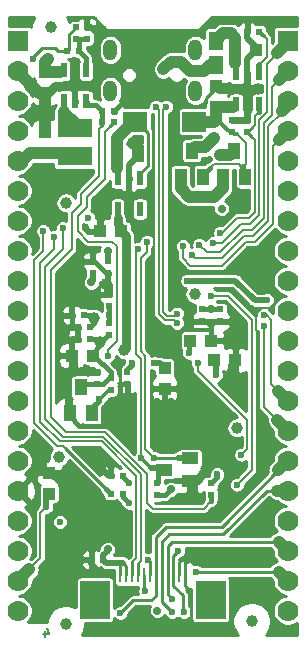
<source format=gbr>
G04 #@! TF.GenerationSoftware,KiCad,Pcbnew,5.1.0-rc2-unknown-036be7d~80~ubuntu16.04.1*
G04 #@! TF.CreationDate,2022-06-21T13:21:02+03:00*
G04 #@! TF.ProjectId,RT1010Py_Rev.C,52543130-3130-4507-995f-5265762e432e,C*
G04 #@! TF.SameCoordinates,Original*
G04 #@! TF.FileFunction,Copper,L4,Bot*
G04 #@! TF.FilePolarity,Positive*
%FSLAX46Y46*%
G04 Gerber Fmt 4.6, Leading zero omitted, Abs format (unit mm)*
G04 Created by KiCad (PCBNEW 5.1.0-rc2-unknown-036be7d~80~ubuntu16.04.1) date 2022-06-21 13:21:02*
%MOMM*%
%LPD*%
G04 APERTURE LIST*
%ADD10C,0.190500*%
%ADD11C,1.778000*%
%ADD12R,1.778000X1.778000*%
%ADD13R,1.400000X1.000000*%
%ADD14R,0.550000X0.500000*%
%ADD15R,1.746000X1.192000*%
%ADD16R,2.000000X1.700000*%
%ADD17R,1.016000X1.016000*%
%ADD18R,0.550000X1.200000*%
%ADD19R,0.250000X1.300000*%
%ADD20R,2.500000X3.200000*%
%ADD21R,0.500000X0.550000*%
%ADD22R,1.000000X1.400000*%
%ADD23R,1.270000X1.524000*%
%ADD24R,3.000000X1.600000*%
%ADD25C,1.000000*%
%ADD26O,1.200000X1.800000*%
%ADD27C,0.700000*%
%ADD28C,0.600000*%
%ADD29C,1.016000*%
%ADD30C,0.762000*%
%ADD31C,0.508000*%
%ADD32C,0.406400*%
%ADD33C,0.304800*%
%ADD34C,0.254000*%
%ADD35C,0.177800*%
%ADD36C,0.355600*%
%ADD37C,0.200000*%
%ADD38C,0.250000*%
G04 APERTURE END LIST*
D10*
X141967857Y-113501714D02*
X141967857Y-114009714D01*
X142149285Y-113211428D02*
X142330714Y-113755714D01*
X141859000Y-113755714D01*
D11*
X139700000Y-71120000D03*
X139700000Y-68580000D03*
X139700000Y-66040000D03*
D12*
X139700000Y-63500000D03*
D11*
X139700000Y-73660000D03*
X139700000Y-76200000D03*
X139700000Y-81280000D03*
X139700000Y-78740000D03*
X139700000Y-83820000D03*
X139700000Y-86360000D03*
X139700000Y-91440000D03*
X139700000Y-88900000D03*
X139700000Y-93980000D03*
X139700000Y-96520000D03*
X139700000Y-101600000D03*
X139700000Y-99060000D03*
X139700000Y-109220000D03*
X139700000Y-111760000D03*
X139700000Y-106680000D03*
X139700000Y-104140000D03*
D13*
X154269440Y-98872040D03*
X154269440Y-100774500D03*
X152059640Y-99819460D03*
D14*
X147320000Y-83185000D03*
X147320000Y-82169000D03*
D15*
X154519000Y-70358000D03*
X149773000Y-70358000D03*
D16*
X149646000Y-70358000D03*
X154646000Y-70358000D03*
D17*
X146685000Y-79629000D03*
X148463000Y-79629000D03*
X149860000Y-73279000D03*
X148082000Y-73279000D03*
X158115000Y-90551000D03*
X156337000Y-90551000D03*
D11*
X162560000Y-71120000D03*
X162560000Y-68580000D03*
X162560000Y-66040000D03*
D12*
X162560000Y-63500000D03*
D11*
X162560000Y-73660000D03*
X162560000Y-76200000D03*
X162560000Y-81280000D03*
X162560000Y-78740000D03*
X162560000Y-83820000D03*
X162560000Y-86360000D03*
X162560000Y-91440000D03*
X162560000Y-88900000D03*
X162560000Y-93980000D03*
X162560000Y-96520000D03*
X162560000Y-101600000D03*
X162560000Y-99060000D03*
X162560000Y-109220000D03*
X162560000Y-111760000D03*
X162560000Y-106680000D03*
X162560000Y-104140000D03*
D17*
X142367000Y-100076000D03*
X142367000Y-101854000D03*
X141986000Y-71247000D03*
X141986000Y-73025000D03*
X144272000Y-90170000D03*
X146050000Y-90170000D03*
X141986000Y-67945000D03*
X141986000Y-66167000D03*
X156464000Y-67310000D03*
X156464000Y-69088000D03*
X152146000Y-92964000D03*
X152146000Y-91186000D03*
X156083000Y-88900000D03*
X154305000Y-88900000D03*
X159893000Y-64262000D03*
X158115000Y-64262000D03*
D18*
X148148000Y-75154000D03*
X149098000Y-75154000D03*
X150048000Y-75154000D03*
X148148000Y-77754000D03*
X150048000Y-77754000D03*
X145476000Y-68610000D03*
X144526000Y-68610000D03*
X143576000Y-68610000D03*
X145476000Y-66010000D03*
X143576000Y-66010000D03*
X158181000Y-66264000D03*
X159131000Y-66264000D03*
X160081000Y-66264000D03*
X158181000Y-68864000D03*
X160081000Y-68864000D03*
D19*
X153880000Y-108740000D03*
X153380000Y-108740000D03*
X152880000Y-108740000D03*
X152380000Y-108740000D03*
X151880000Y-108740000D03*
X151380000Y-108740000D03*
D20*
X156030000Y-110840000D03*
X146230000Y-110840000D03*
D19*
X150880000Y-108740000D03*
X150380000Y-108740000D03*
X149880000Y-108740000D03*
X149380000Y-108740000D03*
X148880000Y-108740000D03*
X148380000Y-108740000D03*
D21*
X145923000Y-107442000D03*
X146939000Y-107442000D03*
X144272000Y-86741000D03*
X145288000Y-86741000D03*
D14*
X144653000Y-63373000D03*
X144653000Y-62357000D03*
D21*
X144780000Y-88773000D03*
X145796000Y-88773000D03*
D14*
X147447000Y-84963000D03*
X147447000Y-85979000D03*
D21*
X147828000Y-69469000D03*
X146812000Y-69469000D03*
X144780000Y-87757000D03*
X145796000Y-87757000D03*
D14*
X148971000Y-92583000D03*
X148971000Y-91567000D03*
X155321000Y-87249000D03*
X155321000Y-86233000D03*
X156845000Y-87249000D03*
X156845000Y-86233000D03*
X146050000Y-82169000D03*
X146050000Y-83185000D03*
X146431000Y-91567000D03*
X146431000Y-92583000D03*
X151511000Y-100965000D03*
X151511000Y-101981000D03*
D21*
X147574000Y-100330000D03*
X148590000Y-100330000D03*
X147574000Y-101854000D03*
X148590000Y-101854000D03*
D14*
X145542000Y-62357000D03*
X145542000Y-63373000D03*
D21*
X144907000Y-64389000D03*
X143891000Y-64389000D03*
D14*
X147447000Y-88392000D03*
X147447000Y-87376000D03*
D21*
X146812000Y-70358000D03*
X147828000Y-70358000D03*
D14*
X156083000Y-100965000D03*
X156083000Y-101981000D03*
X159131000Y-70231000D03*
X159131000Y-71247000D03*
D21*
X159131000Y-62738000D03*
X160147000Y-62738000D03*
D14*
X157861000Y-71247000D03*
X157861000Y-70231000D03*
X147574000Y-93091000D03*
X147574000Y-92075000D03*
D22*
X155381960Y-75021440D03*
X153479500Y-75021440D03*
X154434540Y-72811640D03*
X158937960Y-75021440D03*
X157035500Y-75021440D03*
X157990540Y-72811640D03*
D23*
X156464000Y-65532000D03*
X156464000Y-63500000D03*
D22*
X145984000Y-95037000D03*
X144084000Y-95037000D03*
X145034000Y-92837000D03*
D24*
X144526000Y-73266000D03*
X144526000Y-70866000D03*
D25*
X159512000Y-112649000D03*
X142494000Y-62357000D03*
X143764000Y-112903000D03*
D26*
X147530000Y-64266000D03*
X147530000Y-67736000D03*
X154730000Y-67736000D03*
X154730000Y-64266000D03*
D27*
X144018000Y-109728000D03*
D25*
X149479000Y-72136000D03*
D27*
X155067000Y-107442000D03*
D25*
X144272000Y-67310000D03*
X147828000Y-76454000D03*
D28*
X160782000Y-84455000D03*
D27*
X156083000Y-87503000D03*
D25*
X148971000Y-68326000D03*
X150241000Y-65913000D03*
X160020000Y-67564000D03*
X158877000Y-67564000D03*
D28*
X146431000Y-62865000D03*
X156210000Y-62103000D03*
D25*
X157353000Y-97409000D03*
X157734000Y-91694000D03*
D28*
X143002000Y-75184000D03*
X143103600Y-88138000D03*
X143103600Y-89027000D03*
D27*
X145542000Y-91313000D03*
X144526000Y-91313000D03*
X152654000Y-94107000D03*
X151511000Y-94107000D03*
D25*
X147193000Y-84074000D03*
D28*
X148463000Y-93980000D03*
X147574000Y-93980000D03*
X150749000Y-84328000D03*
X154305000Y-86995000D03*
D25*
X141732000Y-98933000D03*
D27*
X145669000Y-98552000D03*
D25*
X154940000Y-102235000D03*
D28*
X160782000Y-109601000D03*
X157099000Y-113411000D03*
D27*
X154051000Y-107442000D03*
X149733000Y-111760000D03*
X158623000Y-105156000D03*
D28*
X146050000Y-113284000D03*
D27*
X146939000Y-108585000D03*
D28*
X162560000Y-113411000D03*
D27*
X144018000Y-107315000D03*
D28*
X159258000Y-81153000D03*
X150749000Y-76454000D03*
D27*
X157988000Y-110490000D03*
X145161000Y-101981000D03*
X148717000Y-104140000D03*
X154559000Y-103886000D03*
D28*
X139192000Y-61722000D03*
D27*
X159105600Y-77698600D03*
D28*
X160782000Y-85471000D03*
X154051000Y-83820000D03*
D25*
X146177000Y-86995000D03*
D27*
X147320000Y-81280000D03*
D25*
X143192500Y-98742500D03*
X157734000Y-62865000D03*
X156845000Y-73152000D03*
X154686000Y-84963000D03*
D28*
X154178000Y-89916000D03*
X149352000Y-90805000D03*
X156464000Y-91821000D03*
X151257000Y-90805000D03*
D25*
X156337000Y-70358000D03*
X142240000Y-65024000D03*
X148082000Y-72009000D03*
X156337000Y-71755000D03*
X148717000Y-89662000D03*
D28*
X147447000Y-86741000D03*
X142113000Y-102997000D03*
X146558000Y-93853000D03*
X142748000Y-80137000D03*
X143510000Y-79375000D03*
X150622000Y-80518000D03*
X151257000Y-98806000D03*
X153670000Y-80899000D03*
X154432000Y-81661000D03*
X155067000Y-80772000D03*
X156210000Y-80645000D03*
X160528000Y-86741000D03*
X160528000Y-87630000D03*
X152781000Y-111887000D03*
X148386800Y-111963200D03*
X154813000Y-108458000D03*
X150749000Y-107442000D03*
X150495000Y-110109000D03*
X152781000Y-110744000D03*
D25*
X152019000Y-65913000D03*
D28*
X156083000Y-85090000D03*
X158242000Y-101092000D03*
X153797000Y-111887000D03*
X153289000Y-106680000D03*
X156845000Y-79756000D03*
X147320000Y-90170000D03*
X154940000Y-90805000D03*
X158623000Y-98552000D03*
X152273000Y-69088000D03*
X153162000Y-86606100D03*
X151384000Y-69088000D03*
X153162000Y-87383900D03*
X156591000Y-100203000D03*
X141859000Y-79629000D03*
X149860000Y-81153000D03*
X150114000Y-98806000D03*
X149098000Y-100965000D03*
X149098000Y-102616000D03*
X145669000Y-78486000D03*
X140970000Y-65024000D03*
D25*
X143764000Y-77216000D03*
D27*
X156972000Y-77724000D03*
X156083000Y-86233000D03*
D25*
X146685000Y-89027000D03*
D27*
X145923000Y-83947000D03*
D25*
X158242000Y-96266000D03*
D28*
X143256000Y-104267000D03*
D27*
X152654000Y-101473000D03*
X147320000Y-106553000D03*
X151511000Y-111760000D03*
D29*
X139700000Y-66040000D02*
X139700000Y-66167000D01*
X139700000Y-66167000D02*
X141478000Y-67945000D01*
X141478000Y-67945000D02*
X141986000Y-67945000D01*
D30*
X142240000Y-67945000D02*
X141986000Y-67945000D01*
X142875000Y-67310000D02*
X142240000Y-67945000D01*
X144272000Y-67310000D02*
X142875000Y-67310000D01*
D31*
X144526000Y-67564000D02*
X144272000Y-67310000D01*
X144526000Y-68610000D02*
X144526000Y-67564000D01*
D29*
X141986000Y-67945000D02*
X141986000Y-71247000D01*
D31*
X149098000Y-75154000D02*
X149098000Y-74041000D01*
X149098000Y-74041000D02*
X149860000Y-73279000D01*
D29*
X149860000Y-72517000D02*
X149479000Y-72136000D01*
X149860000Y-73279000D02*
X149860000Y-72517000D01*
D31*
X149098000Y-75154000D02*
X149098000Y-76454000D01*
X149098000Y-76454000D02*
X147828000Y-76454000D01*
X147828000Y-76454000D02*
X147574000Y-76454000D01*
X147574000Y-76454000D02*
X146685000Y-77343000D01*
X146685000Y-77343000D02*
X146685000Y-79629000D01*
X157861000Y-70231000D02*
X159131000Y-70231000D01*
X159131000Y-66264000D02*
X159131000Y-65024000D01*
X159131000Y-65024000D02*
X159893000Y-64262000D01*
X159131000Y-63246000D02*
X159131000Y-62738000D01*
X159893000Y-64008000D02*
X159131000Y-63246000D01*
X159893000Y-64262000D02*
X159893000Y-64008000D01*
D32*
X155829000Y-87249000D02*
X156083000Y-87503000D01*
X155321000Y-87249000D02*
X155829000Y-87249000D01*
X156337000Y-87249000D02*
X156083000Y-87503000D01*
X156845000Y-87249000D02*
X156337000Y-87249000D01*
D30*
X145923000Y-67310000D02*
X144272000Y-67310000D01*
X158877000Y-67564000D02*
X156718000Y-67564000D01*
D31*
X159131000Y-67310000D02*
X158877000Y-67564000D01*
X158877000Y-67564000D02*
X159131000Y-67818000D01*
D30*
X156718000Y-67564000D02*
X156464000Y-67310000D01*
D31*
X159131000Y-67818000D02*
X159131000Y-70231000D01*
X159131000Y-66264000D02*
X159131000Y-67310000D01*
D30*
X158877000Y-67564000D02*
X160020000Y-67564000D01*
D31*
X145923000Y-62357000D02*
X145542000Y-62357000D01*
X146431000Y-62865000D02*
X145923000Y-62357000D01*
D32*
X147828000Y-69469000D02*
X148971000Y-68326000D01*
D31*
X144526000Y-91313000D02*
X144526000Y-90424000D01*
X144526000Y-90424000D02*
X144272000Y-90170000D01*
X144780000Y-88773000D02*
X144780000Y-87757000D01*
X144272000Y-88773000D02*
X144780000Y-88773000D01*
X144272000Y-90170000D02*
X144272000Y-88773000D01*
X157734000Y-90932000D02*
X157734000Y-91694000D01*
X158115000Y-90551000D02*
X157734000Y-90932000D01*
D32*
X147193000Y-84074000D02*
X147193000Y-84709000D01*
X147193000Y-84709000D02*
X147447000Y-84963000D01*
X147320000Y-83185000D02*
X147193000Y-83185000D01*
X147193000Y-83185000D02*
X146177000Y-82169000D01*
X146177000Y-82169000D02*
X146050000Y-82169000D01*
X147193000Y-84074000D02*
X147320000Y-83947000D01*
X147320000Y-83947000D02*
X147320000Y-83185000D01*
D33*
X145542000Y-91313000D02*
X146177000Y-91313000D01*
X146177000Y-91313000D02*
X146431000Y-91567000D01*
D32*
X143891000Y-91948000D02*
X144526000Y-91313000D01*
X143891000Y-94844000D02*
X143891000Y-91948000D01*
X144084000Y-95037000D02*
X143891000Y-94844000D01*
X144272000Y-87757000D02*
X144272000Y-86741000D01*
X144780000Y-87757000D02*
X144272000Y-87757000D01*
X144084000Y-95037000D02*
X144084000Y-95316000D01*
X144084000Y-95316000D02*
X144907000Y-96139000D01*
X144907000Y-96139000D02*
X147066000Y-96139000D01*
X148336000Y-92583000D02*
X148971000Y-92583000D01*
X148336000Y-93853000D02*
X148336000Y-92583000D01*
X148463000Y-93980000D02*
X148336000Y-93853000D01*
D34*
X148336000Y-92583000D02*
X148336000Y-90932000D01*
X148336000Y-90932000D02*
X148209000Y-90805000D01*
D32*
X154269440Y-100774500D02*
X154495500Y-100774500D01*
D30*
X142621000Y-100076000D02*
X143510000Y-100965000D01*
X142367000Y-100076000D02*
X142621000Y-100076000D01*
X141732000Y-99949000D02*
X141732000Y-98933000D01*
X142240000Y-99949000D02*
X141732000Y-99949000D01*
X142367000Y-100076000D02*
X142240000Y-99949000D01*
D34*
X153880000Y-107613000D02*
X154051000Y-107442000D01*
X153880000Y-108740000D02*
X153880000Y-107613000D01*
X153543000Y-107442000D02*
X154051000Y-107442000D01*
X153380000Y-107605000D02*
X153543000Y-107442000D01*
X153380000Y-108740000D02*
X153380000Y-107605000D01*
D31*
X146685000Y-108585000D02*
X146939000Y-108585000D01*
X145923000Y-107823000D02*
X146685000Y-108585000D01*
X145923000Y-107442000D02*
X145923000Y-107823000D01*
D34*
X156464000Y-67310000D02*
X156464000Y-67487800D01*
X155321000Y-69088000D02*
X154686000Y-69088000D01*
X156464000Y-67487800D02*
X155625800Y-68326000D01*
X155625800Y-68326000D02*
X155625800Y-68783200D01*
X155625800Y-68783200D02*
X155321000Y-69088000D01*
D31*
X147447000Y-100330000D02*
X145669000Y-98552000D01*
X147574000Y-100330000D02*
X147447000Y-100330000D01*
D34*
X150749000Y-76454000D02*
X151130000Y-76073000D01*
X151130000Y-76073000D02*
X151130000Y-69850000D01*
D35*
X150749000Y-84328000D02*
X151206200Y-83870800D01*
X151206200Y-83870800D02*
X151206200Y-79908400D01*
X160782000Y-84455000D02*
X160909000Y-84455000D01*
X160909000Y-84455000D02*
X161544000Y-85090000D01*
X161544000Y-85090000D02*
X161544000Y-85725000D01*
X161544000Y-85725000D02*
X161163000Y-86106000D01*
X161163000Y-86106000D02*
X160147000Y-86106000D01*
X160147000Y-86106000D02*
X159893000Y-86360000D01*
X159893000Y-86360000D02*
X159893000Y-88011000D01*
X159893000Y-88011000D02*
X160020000Y-88138000D01*
D32*
X156083000Y-88900000D02*
X156083000Y-88138000D01*
X156083000Y-88138000D02*
X156083000Y-87503000D01*
D33*
X155930600Y-87985600D02*
X154406600Y-87985600D01*
X156083000Y-88138000D02*
X155930600Y-87985600D01*
D30*
X155575000Y-99949000D02*
X155575000Y-99568000D01*
X154749500Y-100774500D02*
X155575000Y-99949000D01*
X154495500Y-100774500D02*
X154749500Y-100774500D01*
D31*
X154686000Y-101191060D02*
X154269440Y-100774500D01*
X154940000Y-102108000D02*
X154686000Y-101854000D01*
X154686000Y-101854000D02*
X154686000Y-101191060D01*
X154940000Y-102235000D02*
X154940000Y-102108000D01*
D34*
X153880000Y-108740000D02*
X153880000Y-109684000D01*
X153880000Y-109684000D02*
X154406600Y-110210600D01*
X154406600Y-110210600D02*
X154406600Y-112826800D01*
D32*
X146177000Y-87376000D02*
X146177000Y-86995000D01*
X145796000Y-87757000D02*
X146177000Y-87376000D01*
X145923000Y-86741000D02*
X146177000Y-86995000D01*
X145288000Y-86741000D02*
X145923000Y-86741000D01*
D31*
X147320000Y-82169000D02*
X147320000Y-81280000D01*
X159766000Y-85471000D02*
X160782000Y-85471000D01*
X158115000Y-83820000D02*
X159766000Y-85471000D01*
X154051000Y-83820000D02*
X158115000Y-83820000D01*
D29*
X158115000Y-64262000D02*
X158115000Y-65405000D01*
D31*
X158181000Y-65471000D02*
X158115000Y-65405000D01*
X158181000Y-66264000D02*
X158181000Y-65471000D01*
D29*
X157099000Y-62865000D02*
X157734000Y-62865000D01*
X156464000Y-63500000D02*
X157099000Y-62865000D01*
X158115000Y-63246000D02*
X157734000Y-62865000D01*
X158115000Y-64262000D02*
X158115000Y-63246000D01*
X157650180Y-73152000D02*
X157990540Y-72811640D01*
X156845000Y-73152000D02*
X157650180Y-73152000D01*
D32*
X154178000Y-89027000D02*
X154305000Y-88900000D01*
X154178000Y-89916000D02*
X154178000Y-89027000D01*
X149352000Y-90932000D02*
X149352000Y-90805000D01*
X148971000Y-91313000D02*
X149352000Y-90932000D01*
X148971000Y-91567000D02*
X148971000Y-91313000D01*
D31*
X156464000Y-91821000D02*
X156464000Y-90678000D01*
X156464000Y-90678000D02*
X156337000Y-90551000D01*
X151257000Y-90805000D02*
X151765000Y-90805000D01*
X151765000Y-90805000D02*
X152146000Y-91186000D01*
D29*
X154519000Y-70358000D02*
X156337000Y-70358000D01*
X156464000Y-70231000D02*
X156337000Y-70358000D01*
X156464000Y-69088000D02*
X156464000Y-70231000D01*
X156464000Y-69088000D02*
X157937200Y-69088000D01*
D31*
X158181000Y-68864000D02*
X158161200Y-68864000D01*
X158161200Y-68864000D02*
X157937200Y-69088000D01*
D33*
X157988000Y-71374000D02*
X158242000Y-71374000D01*
X157861000Y-71247000D02*
X157988000Y-71374000D01*
D32*
X155381960Y-75021440D02*
X155381960Y-74869040D01*
X155381960Y-74869040D02*
X155956000Y-74295000D01*
D33*
X157657800Y-71247000D02*
X157861000Y-71247000D01*
X156768800Y-70358000D02*
X157657800Y-71247000D01*
X156337000Y-70358000D02*
X156768800Y-70358000D01*
D31*
X158937960Y-75021440D02*
X158750000Y-74833480D01*
X158750000Y-74833480D02*
X158750000Y-74168000D01*
D35*
X159004000Y-72136000D02*
X158242000Y-71374000D01*
X159004000Y-73914000D02*
X159004000Y-72136000D01*
X158750000Y-74168000D02*
X159004000Y-73914000D01*
X156273500Y-73977500D02*
X155956000Y-74295000D01*
X158623000Y-74168000D02*
X158432500Y-73977500D01*
X158750000Y-74168000D02*
X158623000Y-74168000D01*
X158432500Y-73977500D02*
X156273500Y-73977500D01*
D36*
X149773000Y-70358000D02*
X149301200Y-70358000D01*
D31*
X149305620Y-70358000D02*
X149773000Y-70358000D01*
D36*
X142240000Y-66002000D02*
X141986000Y-66256000D01*
X142240000Y-65024000D02*
X142240000Y-66002000D01*
D29*
X141986000Y-65278000D02*
X142240000Y-65024000D01*
X141986000Y-66167000D02*
X141986000Y-65278000D01*
X141986000Y-66167000D02*
X143256000Y-66167000D01*
D31*
X143459200Y-65963800D02*
X143256000Y-66167000D01*
X143459200Y-65836800D02*
X143459200Y-65963800D01*
X143576000Y-65953600D02*
X143459200Y-65836800D01*
X143576000Y-66010000D02*
X143576000Y-65953600D01*
D29*
X148082000Y-72009000D02*
X148082000Y-73279000D01*
X148082000Y-73279000D02*
X148082000Y-74295000D01*
D31*
X148148000Y-74361000D02*
X148082000Y-74295000D01*
X148148000Y-75154000D02*
X148148000Y-74361000D01*
D29*
X149646000Y-70358000D02*
X149479000Y-70358000D01*
X148082000Y-71755000D02*
X148082000Y-72009000D01*
X149479000Y-70358000D02*
X148082000Y-71755000D01*
D34*
X149773000Y-70358000D02*
X149773000Y-70398000D01*
X150048000Y-74742000D02*
X150048000Y-75154000D01*
X149773000Y-70398000D02*
X150698200Y-71323200D01*
X150698200Y-71323200D02*
X150698200Y-74091800D01*
X150698200Y-74091800D02*
X150048000Y-74742000D01*
D29*
X154686000Y-72517000D02*
X155575000Y-72517000D01*
X154434540Y-72768460D02*
X154686000Y-72517000D01*
X155575000Y-72517000D02*
X156337000Y-71755000D01*
X154434540Y-72811640D02*
X154434540Y-72768460D01*
D31*
X148148000Y-77754000D02*
X148148000Y-78552000D01*
D30*
X148463000Y-79375000D02*
X148463000Y-79629000D01*
X148148000Y-79060000D02*
X148463000Y-79375000D01*
X148148000Y-78552000D02*
X148148000Y-79060000D01*
X148844000Y-89535000D02*
X148717000Y-89662000D01*
X148844000Y-80010000D02*
X148844000Y-89535000D01*
X148463000Y-79629000D02*
X148844000Y-80010000D01*
D32*
X145542000Y-68676000D02*
X145476000Y-68610000D01*
X145542000Y-68961000D02*
X145542000Y-68676000D01*
X146304000Y-68961000D02*
X145542000Y-68961000D01*
X146812000Y-69469000D02*
X146304000Y-68961000D01*
X146812000Y-69469000D02*
X146812000Y-70358000D01*
D33*
X146812000Y-70358000D02*
X146812000Y-70739000D01*
D32*
X156083000Y-101981000D02*
X156083000Y-102489000D01*
D35*
X145034000Y-77343000D02*
X145034000Y-76454000D01*
X146558000Y-70993000D02*
X146812000Y-70739000D01*
X145034000Y-76454000D02*
X146558000Y-74930000D01*
X144272000Y-78105000D02*
X145034000Y-77343000D01*
X151130000Y-103124000D02*
X150622000Y-102616000D01*
X142494000Y-95377000D02*
X142494000Y-82931000D01*
X155448000Y-103124000D02*
X151130000Y-103124000D01*
X156083000Y-102489000D02*
X155448000Y-103124000D01*
X150622000Y-102616000D02*
X150622000Y-100203000D01*
X150622000Y-100203000D02*
X147066000Y-96647000D01*
X146558000Y-74930000D02*
X146558000Y-70993000D01*
X147066000Y-96647000D02*
X143764000Y-96647000D01*
X144272000Y-81153000D02*
X144272000Y-78105000D01*
X143764000Y-96647000D02*
X142494000Y-95377000D01*
X142494000Y-82931000D02*
X144272000Y-81153000D01*
D32*
X147447000Y-87376000D02*
X147447000Y-86741000D01*
X147447000Y-85979000D02*
X147447000Y-86741000D01*
X144907000Y-64389000D02*
X144907000Y-63373000D01*
X144907000Y-63373000D02*
X144653000Y-63373000D01*
X145542000Y-63373000D02*
X144907000Y-63373000D01*
X145476000Y-66010000D02*
X145476000Y-64958000D01*
X145476000Y-64958000D02*
X144907000Y-64389000D01*
D29*
X139700000Y-109220000D02*
X140652500Y-108267500D01*
D37*
X142113000Y-102997000D02*
X141605000Y-103505000D01*
X141605000Y-103505000D02*
X141605000Y-107315000D01*
X141605000Y-107315000D02*
X140652500Y-108267500D01*
D31*
X142113000Y-102108000D02*
X142113000Y-102997000D01*
X142367000Y-101854000D02*
X142113000Y-102108000D01*
D32*
X146558000Y-93980000D02*
X146558000Y-93853000D01*
X145984000Y-94554000D02*
X146558000Y-93980000D01*
X145984000Y-95037000D02*
X145984000Y-94554000D01*
D33*
X146685000Y-93853000D02*
X146558000Y-93853000D01*
X147447000Y-93091000D02*
X146685000Y-93853000D01*
X147574000Y-93091000D02*
X147447000Y-93091000D01*
D38*
X149380000Y-107668000D02*
X149380000Y-108740000D01*
D35*
X141605000Y-95758000D02*
X141605000Y-82296000D01*
X143256000Y-97409000D02*
X141605000Y-95758000D01*
X149380000Y-107668000D02*
X149733000Y-107315000D01*
X146812000Y-97409000D02*
X143256000Y-97409000D01*
X142748000Y-81153000D02*
X142748000Y-80137000D01*
X141605000Y-82296000D02*
X142748000Y-81153000D01*
X149733000Y-107315000D02*
X149733000Y-100330000D01*
X149733000Y-100330000D02*
X146812000Y-97409000D01*
D38*
X149880000Y-108740000D02*
X149880000Y-107803000D01*
D35*
X143510000Y-81153000D02*
X143510000Y-79375000D01*
X141986000Y-82677000D02*
X143510000Y-81153000D01*
X141986000Y-95504000D02*
X141986000Y-82677000D01*
X143510000Y-97028000D02*
X141986000Y-95504000D01*
X149880000Y-107803000D02*
X150114000Y-107569000D01*
X150114000Y-107569000D02*
X150114000Y-100203000D01*
X150114000Y-100203000D02*
X146939000Y-97028000D01*
X146939000Y-97028000D02*
X143510000Y-97028000D01*
D31*
X154269440Y-98872040D02*
X154203400Y-98806000D01*
X154203400Y-98806000D02*
X153289000Y-98806000D01*
D34*
X153289000Y-98806000D02*
X151257000Y-98806000D01*
D35*
X150495000Y-90170000D02*
X150495000Y-98044000D01*
X150495000Y-98044000D02*
X151257000Y-98806000D01*
X150622000Y-80518000D02*
X150622000Y-81407000D01*
X150622000Y-81407000D02*
X150114000Y-81915000D01*
X150114000Y-81915000D02*
X150114000Y-89789000D01*
X150114000Y-89789000D02*
X150495000Y-90170000D01*
D29*
X162560000Y-71120000D02*
X161798000Y-71882000D01*
D35*
X161290000Y-78994000D02*
X161290000Y-72390000D01*
X161290000Y-72390000D02*
X161798000Y-71882000D01*
X159766000Y-80518000D02*
X161290000Y-78994000D01*
X159004000Y-80518000D02*
X159766000Y-80518000D01*
X153670000Y-80899000D02*
X153670000Y-81915000D01*
X153670000Y-81915000D02*
X154305000Y-82550000D01*
X154305000Y-82550000D02*
X156972000Y-82550000D01*
X156972000Y-82550000D02*
X159004000Y-80518000D01*
D29*
X162560000Y-68580000D02*
X162560000Y-68961000D01*
X162560000Y-68961000D02*
X162052000Y-69469000D01*
D35*
X162052000Y-69596000D02*
X162052000Y-69469000D01*
X158877000Y-80010000D02*
X159639000Y-80010000D01*
X159639000Y-80010000D02*
X160909000Y-78740000D01*
X154432000Y-81661000D02*
X154686000Y-81915000D01*
X160909000Y-70739000D02*
X162052000Y-69596000D01*
X160909000Y-78740000D02*
X160909000Y-70739000D01*
X154686000Y-81915000D02*
X156972000Y-81915000D01*
X156972000Y-81915000D02*
X158877000Y-80010000D01*
D29*
X162560000Y-66040000D02*
X161798000Y-66802000D01*
D35*
X161213800Y-67386200D02*
X161798000Y-66802000D01*
X161213800Y-69799200D02*
X161213800Y-67386200D01*
X160528000Y-70485000D02*
X161213800Y-69799200D01*
X159512000Y-79502000D02*
X160528000Y-78486000D01*
X160528000Y-78486000D02*
X160528000Y-70485000D01*
X155067000Y-80772000D02*
X155702000Y-81407000D01*
X155702000Y-81407000D02*
X156845000Y-81407000D01*
X158750000Y-79502000D02*
X159512000Y-79502000D01*
X156845000Y-81407000D02*
X158750000Y-79502000D01*
D29*
X162560000Y-63627000D02*
X161671000Y-64516000D01*
X162560000Y-63500000D02*
X162560000Y-63627000D01*
D35*
X161671000Y-64643000D02*
X161671000Y-64516000D01*
X160832800Y-65481200D02*
X161671000Y-64643000D01*
X160832800Y-69545200D02*
X160832800Y-65481200D01*
X156210000Y-80645000D02*
X156972000Y-80645000D01*
X156972000Y-80645000D02*
X158623000Y-78994000D01*
X160147000Y-70231000D02*
X160832800Y-69545200D01*
X158623000Y-78994000D02*
X159385000Y-78994000D01*
X160147000Y-78232000D02*
X160147000Y-70231000D01*
X159385000Y-78994000D02*
X160147000Y-78232000D01*
D29*
X162560000Y-93980000D02*
X161734500Y-93154500D01*
D37*
X161163000Y-92583000D02*
X161734500Y-93154500D01*
X160782000Y-86741000D02*
X161163000Y-87122000D01*
X160528000Y-86741000D02*
X160782000Y-86741000D01*
X161163000Y-87122000D02*
X161163000Y-92583000D01*
D29*
X162560000Y-96520000D02*
X161671000Y-95631000D01*
D35*
X160528000Y-94488000D02*
X161671000Y-95631000D01*
X160528000Y-87630000D02*
X160528000Y-94488000D01*
D38*
X152781000Y-111887000D02*
X151880000Y-110986000D01*
X151880000Y-110986000D02*
X151880000Y-108740000D01*
D29*
X162560000Y-101600000D02*
X161671000Y-101600000D01*
D34*
X161671000Y-101600000D02*
X160782000Y-101600000D01*
X160782000Y-101600000D02*
X157099000Y-105283000D01*
X152527000Y-105283000D02*
X151880000Y-105930000D01*
X151880000Y-105930000D02*
X151880000Y-108740000D01*
X157099000Y-105283000D02*
X152527000Y-105283000D01*
D29*
X162560000Y-99060000D02*
X161734500Y-99885500D01*
D34*
X151380000Y-105541000D02*
X151380000Y-108740000D01*
X152273000Y-104648000D02*
X151380000Y-105541000D01*
X156972000Y-104648000D02*
X152273000Y-104648000D01*
X161734500Y-99885500D02*
X156972000Y-104648000D01*
D38*
X151380000Y-110494000D02*
X151380000Y-108740000D01*
X151003000Y-110871000D02*
X151380000Y-110494000D01*
X149479000Y-110871000D02*
X151003000Y-110871000D01*
X148386800Y-111963200D02*
X149479000Y-110871000D01*
D34*
X150880000Y-107573000D02*
X150749000Y-107442000D01*
X150880000Y-108740000D02*
X150880000Y-107573000D01*
D29*
X162560000Y-109220000D02*
X161798000Y-108458000D01*
D34*
X161798000Y-108458000D02*
X154813000Y-108458000D01*
X150380000Y-109994000D02*
X150495000Y-110109000D01*
X150380000Y-108740000D02*
X150380000Y-109994000D01*
D38*
X152781000Y-110744000D02*
X152380000Y-110343000D01*
X152380000Y-110343000D02*
X152380000Y-108740000D01*
D29*
X162560000Y-106680000D02*
X161798000Y-105918000D01*
D34*
X152781000Y-105918000D02*
X152380000Y-106319000D01*
X152380000Y-106319000D02*
X152380000Y-108740000D01*
X161798000Y-105918000D02*
X152781000Y-105918000D01*
D29*
X152654000Y-65278000D02*
X153543000Y-65278000D01*
X152019000Y-65913000D02*
X152654000Y-65278000D01*
X153543000Y-65278000D02*
X154305000Y-66040000D01*
X154305000Y-66040000D02*
X155448000Y-66040000D01*
X155448000Y-66040000D02*
X155956000Y-65532000D01*
X155956000Y-65532000D02*
X156464000Y-65532000D01*
X153479500Y-76009500D02*
X153479500Y-75021440D01*
X157035500Y-75021440D02*
X157035500Y-76009500D01*
X157035500Y-76009500D02*
X156337000Y-76708000D01*
X156337000Y-76708000D02*
X154178000Y-76708000D01*
X154178000Y-76708000D02*
X153479500Y-76009500D01*
D31*
X143576000Y-68610000D02*
X143576000Y-69535000D01*
D29*
X143576000Y-70424000D02*
X143576000Y-69535000D01*
X144018000Y-70866000D02*
X143576000Y-70424000D01*
X144526000Y-70866000D02*
X144018000Y-70866000D01*
X144526000Y-70485000D02*
X143637000Y-69596000D01*
X144526000Y-70866000D02*
X144526000Y-70485000D01*
D34*
X152880000Y-107089000D02*
X153289000Y-106680000D01*
X152880000Y-108740000D02*
X152880000Y-107089000D01*
D35*
X159512000Y-99822000D02*
X158242000Y-101092000D01*
X159512000Y-87122000D02*
X159512000Y-99822000D01*
X157480000Y-85090000D02*
X159512000Y-87122000D01*
X156083000Y-85090000D02*
X157480000Y-85090000D01*
D38*
X152880000Y-109640000D02*
X152880000Y-108740000D01*
X153670000Y-110430000D02*
X152880000Y-109640000D01*
X153670000Y-111760000D02*
X153670000Y-110430000D01*
X153797000Y-111887000D02*
X153670000Y-111760000D01*
D31*
X160081000Y-66264000D02*
X160081000Y-65598000D01*
D33*
X160528000Y-63119000D02*
X160147000Y-62738000D01*
D35*
X160782000Y-63373000D02*
X160528000Y-63119000D01*
X160782000Y-64897000D02*
X160782000Y-63373000D01*
X160081000Y-65598000D02*
X160782000Y-64897000D01*
D32*
X160081000Y-68864000D02*
X160081000Y-69535000D01*
D34*
X159131000Y-71247000D02*
X159512000Y-71628000D01*
X159131000Y-71247000D02*
X159512000Y-70866000D01*
D35*
X159766000Y-70612000D02*
X159512000Y-70866000D01*
X159766000Y-69850000D02*
X159766000Y-70612000D01*
X160081000Y-69535000D02*
X159766000Y-69850000D01*
X159766000Y-71882000D02*
X159512000Y-71628000D01*
X158242000Y-78486000D02*
X159258000Y-78486000D01*
X159766000Y-77978000D02*
X159766000Y-71882000D01*
X156972000Y-79756000D02*
X158242000Y-78486000D01*
X156845000Y-79756000D02*
X156972000Y-79756000D01*
X159258000Y-78486000D02*
X159766000Y-77978000D01*
D33*
X147828000Y-70358000D02*
X147828000Y-70485000D01*
X147828000Y-70485000D02*
X147574000Y-70739000D01*
D35*
X147066000Y-75184000D02*
X147066000Y-71247000D01*
X145542000Y-76708000D02*
X147066000Y-75184000D01*
X147320000Y-90170000D02*
X147320000Y-89662000D01*
X147066000Y-71247000D02*
X147574000Y-70739000D01*
X147320000Y-89662000D02*
X148082000Y-88900000D01*
X145669000Y-80518000D02*
X144780000Y-79629000D01*
X144780000Y-79629000D02*
X144780000Y-78359000D01*
X148082000Y-88900000D02*
X148082000Y-80899000D01*
X148082000Y-80899000D02*
X147701000Y-80518000D01*
X147701000Y-80518000D02*
X145669000Y-80518000D01*
X144780000Y-78359000D02*
X145542000Y-77597000D01*
X145542000Y-77597000D02*
X145542000Y-76708000D01*
X159131000Y-98044000D02*
X159131000Y-95631000D01*
X154940000Y-91440000D02*
X154940000Y-90805000D01*
X159131000Y-95631000D02*
X154940000Y-91440000D01*
X158623000Y-98552000D02*
X159131000Y-98044000D01*
X152006300Y-69354700D02*
X152273000Y-69088000D01*
X152006300Y-86476852D02*
X152006300Y-69354700D01*
X152950900Y-86817200D02*
X152346648Y-86817200D01*
X153162000Y-86606100D02*
X152950900Y-86817200D01*
X152346648Y-86817200D02*
X152006300Y-86476852D01*
X151384000Y-69088000D02*
X151394455Y-69098455D01*
X151650700Y-86624148D02*
X151650700Y-69354700D01*
X152199352Y-87172800D02*
X151650700Y-86624148D01*
X151650700Y-69354700D02*
X151384000Y-69088000D01*
X153162000Y-87383900D02*
X152950900Y-87172800D01*
X152950900Y-87172800D02*
X152199352Y-87172800D01*
D32*
X156591000Y-100457000D02*
X156083000Y-100965000D01*
X156591000Y-100203000D02*
X156591000Y-100457000D01*
D35*
X141859000Y-81280000D02*
X141859000Y-79629000D01*
X141097000Y-82042000D02*
X141859000Y-81280000D01*
X143510000Y-97790000D02*
X143002000Y-97790000D01*
X143002000Y-97790000D02*
X141097000Y-95885000D01*
X141097000Y-95885000D02*
X141097000Y-82042000D01*
D32*
X147574000Y-101854000D02*
X147193000Y-101473000D01*
D34*
X147193000Y-101473000D02*
X143700500Y-97980500D01*
D35*
X143700500Y-97980500D02*
X143510000Y-97790000D01*
D32*
X151587200Y-100888800D02*
X151511000Y-100965000D01*
X151587200Y-100291900D02*
X151587200Y-100888800D01*
X152059640Y-99819460D02*
X151587200Y-100291900D01*
D31*
X152059640Y-99819460D02*
X151935180Y-99695000D01*
X151935180Y-99695000D02*
X151003000Y-99695000D01*
D34*
X151003000Y-99695000D02*
X150114000Y-98806000D01*
D35*
X149860000Y-81153000D02*
X149733000Y-81280000D01*
X149733000Y-81280000D02*
X149733000Y-90043000D01*
X149733000Y-90043000D02*
X150114000Y-90424000D01*
X150114000Y-98806000D02*
X150114000Y-90424000D01*
D33*
X147530000Y-67736000D02*
X147701000Y-67907000D01*
D32*
X148590000Y-100457000D02*
X149098000Y-100965000D01*
X148590000Y-100330000D02*
X148590000Y-100457000D01*
X148590000Y-102108000D02*
X149098000Y-102616000D01*
X148590000Y-101854000D02*
X148590000Y-102108000D01*
D34*
X144018000Y-62992000D02*
X144018000Y-64262000D01*
X144018000Y-64262000D02*
X143891000Y-64389000D01*
X144653000Y-62357000D02*
X144018000Y-62992000D01*
D29*
X144526000Y-73266000D02*
X144285000Y-73025000D01*
X144285000Y-73025000D02*
X141986000Y-73025000D01*
X140716000Y-73025000D02*
X141986000Y-73025000D01*
X140081000Y-73660000D02*
X140716000Y-73025000D01*
X139700000Y-73660000D02*
X140081000Y-73660000D01*
D34*
X143129000Y-64389000D02*
X143891000Y-64389000D01*
X140970000Y-65024000D02*
X140970000Y-64897000D01*
X140970000Y-64897000D02*
X141732000Y-64135000D01*
X141732000Y-64135000D02*
X142875000Y-64135000D01*
X142875000Y-64135000D02*
X143129000Y-64389000D01*
D32*
X155321000Y-86233000D02*
X156083000Y-86233000D01*
X156845000Y-86233000D02*
X156083000Y-86233000D01*
X147320000Y-88392000D02*
X146685000Y-89027000D01*
X147447000Y-88392000D02*
X147320000Y-88392000D01*
X146431000Y-88773000D02*
X146685000Y-89027000D01*
X145796000Y-88773000D02*
X146431000Y-88773000D01*
X146685000Y-89281000D02*
X146685000Y-89027000D01*
X146050000Y-89916000D02*
X146685000Y-89281000D01*
X146050000Y-90170000D02*
X146050000Y-89916000D01*
D31*
X145923000Y-83947000D02*
X146050000Y-83820000D01*
X146050000Y-83820000D02*
X146050000Y-83185000D01*
D32*
X145034000Y-92837000D02*
X145288000Y-92583000D01*
X145288000Y-92583000D02*
X146431000Y-92583000D01*
X146050000Y-90170000D02*
X146177000Y-90170000D01*
X146177000Y-90170000D02*
X147574000Y-91567000D01*
X147574000Y-91567000D02*
X147574000Y-92075000D01*
X146939000Y-92583000D02*
X146431000Y-92583000D01*
X147447000Y-92075000D02*
X146939000Y-92583000D01*
X147574000Y-92075000D02*
X147447000Y-92075000D01*
X152146000Y-101981000D02*
X152654000Y-101473000D01*
X151511000Y-101981000D02*
X152146000Y-101981000D01*
D31*
X146939000Y-107061000D02*
X146939000Y-107442000D01*
X147320000Y-106680000D02*
X146939000Y-107061000D01*
X147320000Y-106553000D02*
X147320000Y-106680000D01*
X146939000Y-107442000D02*
X147193000Y-107696000D01*
D34*
X148880000Y-107986000D02*
X148590000Y-107696000D01*
X148880000Y-108740000D02*
X148880000Y-107986000D01*
X148380000Y-107740000D02*
X148336000Y-107696000D01*
X148380000Y-108740000D02*
X148380000Y-107740000D01*
D31*
X148336000Y-107696000D02*
X148590000Y-107696000D01*
X147193000Y-107696000D02*
X148336000Y-107696000D01*
D34*
G36*
X161138505Y-109055740D02*
G01*
X161290000Y-109207235D01*
X161290000Y-109345084D01*
X161338805Y-109590445D01*
X161434541Y-109821571D01*
X161573527Y-110029578D01*
X161750422Y-110206473D01*
X161958429Y-110345459D01*
X162189555Y-110441195D01*
X162434916Y-110490000D01*
X162189555Y-110538805D01*
X161958429Y-110634541D01*
X161750422Y-110773527D01*
X161573527Y-110950422D01*
X161434541Y-111158429D01*
X161338805Y-111389555D01*
X161290000Y-111634916D01*
X161290000Y-111885084D01*
X161338805Y-112130445D01*
X161434541Y-112361571D01*
X161573527Y-112569578D01*
X161750422Y-112746473D01*
X161958429Y-112885459D01*
X162189555Y-112981195D01*
X162434916Y-113030000D01*
X162685084Y-113030000D01*
X162930445Y-112981195D01*
X163161571Y-112885459D01*
X163322001Y-112778263D01*
X163322001Y-113792000D01*
X160692554Y-113792000D01*
X160788202Y-113696352D01*
X160968008Y-113427252D01*
X161091861Y-113128245D01*
X161155000Y-112810821D01*
X161155000Y-112487179D01*
X161091861Y-112169755D01*
X160968008Y-111870748D01*
X160788202Y-111601648D01*
X160559352Y-111372798D01*
X160290252Y-111192992D01*
X159991245Y-111069139D01*
X159673821Y-111006000D01*
X159350179Y-111006000D01*
X159032755Y-111069139D01*
X158733748Y-111192992D01*
X158464648Y-111372798D01*
X158235798Y-111601648D01*
X158055992Y-111870748D01*
X157932139Y-112169755D01*
X157869000Y-112487179D01*
X157869000Y-112810821D01*
X157932139Y-113128245D01*
X158055992Y-113427252D01*
X158235798Y-113696352D01*
X158331446Y-113792000D01*
X145146009Y-113792000D01*
X145220008Y-113681252D01*
X145343861Y-113382245D01*
X145407000Y-113064821D01*
X145407000Y-112822843D01*
X147480000Y-112822843D01*
X147554689Y-112815487D01*
X147626508Y-112793701D01*
X147692696Y-112758322D01*
X147750711Y-112710711D01*
X147798322Y-112652696D01*
X147833701Y-112586508D01*
X147855487Y-112514689D01*
X147862843Y-112440000D01*
X147862843Y-112402322D01*
X147952688Y-112492167D01*
X148064226Y-112566694D01*
X148188160Y-112618029D01*
X148319727Y-112644200D01*
X148453873Y-112644200D01*
X148585440Y-112618029D01*
X148709374Y-112566694D01*
X148820912Y-112492167D01*
X148915767Y-112397312D01*
X148990294Y-112285774D01*
X149041629Y-112161840D01*
X149067800Y-112030273D01*
X149067800Y-111997791D01*
X149688592Y-111377000D01*
X150887746Y-111377000D01*
X150863196Y-111413742D01*
X150808092Y-111546775D01*
X150780000Y-111688003D01*
X150780000Y-111831997D01*
X150808092Y-111973225D01*
X150863196Y-112106258D01*
X150943195Y-112225985D01*
X151045015Y-112327805D01*
X151164742Y-112407804D01*
X151297775Y-112462908D01*
X151439003Y-112491000D01*
X151582997Y-112491000D01*
X151724225Y-112462908D01*
X151857258Y-112407804D01*
X151976985Y-112327805D01*
X152078805Y-112225985D01*
X152143931Y-112128517D01*
X152177506Y-112209574D01*
X152252033Y-112321112D01*
X152346888Y-112415967D01*
X152458426Y-112490494D01*
X152582360Y-112541829D01*
X152713927Y-112568000D01*
X152848073Y-112568000D01*
X152979640Y-112541829D01*
X153103574Y-112490494D01*
X153215112Y-112415967D01*
X153289000Y-112342079D01*
X153362888Y-112415967D01*
X153474426Y-112490494D01*
X153598360Y-112541829D01*
X153729927Y-112568000D01*
X153864073Y-112568000D01*
X153995640Y-112541829D01*
X154119574Y-112490494D01*
X154231112Y-112415967D01*
X154325967Y-112321112D01*
X154397157Y-112214568D01*
X154397157Y-112440000D01*
X154404513Y-112514689D01*
X154426299Y-112586508D01*
X154461678Y-112652696D01*
X154509289Y-112710711D01*
X154567304Y-112758322D01*
X154633492Y-112793701D01*
X154705311Y-112815487D01*
X154780000Y-112822843D01*
X157280000Y-112822843D01*
X157354689Y-112815487D01*
X157426508Y-112793701D01*
X157492696Y-112758322D01*
X157550711Y-112710711D01*
X157598322Y-112652696D01*
X157633701Y-112586508D01*
X157655487Y-112514689D01*
X157662843Y-112440000D01*
X157662843Y-109240000D01*
X157655487Y-109165311D01*
X157633701Y-109093492D01*
X157598322Y-109027304D01*
X157550711Y-108969289D01*
X157546703Y-108966000D01*
X161064857Y-108966000D01*
X161138505Y-109055740D01*
X161138505Y-109055740D01*
G37*
X161138505Y-109055740D02*
X161290000Y-109207235D01*
X161290000Y-109345084D01*
X161338805Y-109590445D01*
X161434541Y-109821571D01*
X161573527Y-110029578D01*
X161750422Y-110206473D01*
X161958429Y-110345459D01*
X162189555Y-110441195D01*
X162434916Y-110490000D01*
X162189555Y-110538805D01*
X161958429Y-110634541D01*
X161750422Y-110773527D01*
X161573527Y-110950422D01*
X161434541Y-111158429D01*
X161338805Y-111389555D01*
X161290000Y-111634916D01*
X161290000Y-111885084D01*
X161338805Y-112130445D01*
X161434541Y-112361571D01*
X161573527Y-112569578D01*
X161750422Y-112746473D01*
X161958429Y-112885459D01*
X162189555Y-112981195D01*
X162434916Y-113030000D01*
X162685084Y-113030000D01*
X162930445Y-112981195D01*
X163161571Y-112885459D01*
X163322001Y-112778263D01*
X163322001Y-113792000D01*
X160692554Y-113792000D01*
X160788202Y-113696352D01*
X160968008Y-113427252D01*
X161091861Y-113128245D01*
X161155000Y-112810821D01*
X161155000Y-112487179D01*
X161091861Y-112169755D01*
X160968008Y-111870748D01*
X160788202Y-111601648D01*
X160559352Y-111372798D01*
X160290252Y-111192992D01*
X159991245Y-111069139D01*
X159673821Y-111006000D01*
X159350179Y-111006000D01*
X159032755Y-111069139D01*
X158733748Y-111192992D01*
X158464648Y-111372798D01*
X158235798Y-111601648D01*
X158055992Y-111870748D01*
X157932139Y-112169755D01*
X157869000Y-112487179D01*
X157869000Y-112810821D01*
X157932139Y-113128245D01*
X158055992Y-113427252D01*
X158235798Y-113696352D01*
X158331446Y-113792000D01*
X145146009Y-113792000D01*
X145220008Y-113681252D01*
X145343861Y-113382245D01*
X145407000Y-113064821D01*
X145407000Y-112822843D01*
X147480000Y-112822843D01*
X147554689Y-112815487D01*
X147626508Y-112793701D01*
X147692696Y-112758322D01*
X147750711Y-112710711D01*
X147798322Y-112652696D01*
X147833701Y-112586508D01*
X147855487Y-112514689D01*
X147862843Y-112440000D01*
X147862843Y-112402322D01*
X147952688Y-112492167D01*
X148064226Y-112566694D01*
X148188160Y-112618029D01*
X148319727Y-112644200D01*
X148453873Y-112644200D01*
X148585440Y-112618029D01*
X148709374Y-112566694D01*
X148820912Y-112492167D01*
X148915767Y-112397312D01*
X148990294Y-112285774D01*
X149041629Y-112161840D01*
X149067800Y-112030273D01*
X149067800Y-111997791D01*
X149688592Y-111377000D01*
X150887746Y-111377000D01*
X150863196Y-111413742D01*
X150808092Y-111546775D01*
X150780000Y-111688003D01*
X150780000Y-111831997D01*
X150808092Y-111973225D01*
X150863196Y-112106258D01*
X150943195Y-112225985D01*
X151045015Y-112327805D01*
X151164742Y-112407804D01*
X151297775Y-112462908D01*
X151439003Y-112491000D01*
X151582997Y-112491000D01*
X151724225Y-112462908D01*
X151857258Y-112407804D01*
X151976985Y-112327805D01*
X152078805Y-112225985D01*
X152143931Y-112128517D01*
X152177506Y-112209574D01*
X152252033Y-112321112D01*
X152346888Y-112415967D01*
X152458426Y-112490494D01*
X152582360Y-112541829D01*
X152713927Y-112568000D01*
X152848073Y-112568000D01*
X152979640Y-112541829D01*
X153103574Y-112490494D01*
X153215112Y-112415967D01*
X153289000Y-112342079D01*
X153362888Y-112415967D01*
X153474426Y-112490494D01*
X153598360Y-112541829D01*
X153729927Y-112568000D01*
X153864073Y-112568000D01*
X153995640Y-112541829D01*
X154119574Y-112490494D01*
X154231112Y-112415967D01*
X154325967Y-112321112D01*
X154397157Y-112214568D01*
X154397157Y-112440000D01*
X154404513Y-112514689D01*
X154426299Y-112586508D01*
X154461678Y-112652696D01*
X154509289Y-112710711D01*
X154567304Y-112758322D01*
X154633492Y-112793701D01*
X154705311Y-112815487D01*
X154780000Y-112822843D01*
X157280000Y-112822843D01*
X157354689Y-112815487D01*
X157426508Y-112793701D01*
X157492696Y-112758322D01*
X157550711Y-112710711D01*
X157598322Y-112652696D01*
X157633701Y-112586508D01*
X157655487Y-112514689D01*
X157662843Y-112440000D01*
X157662843Y-109240000D01*
X157655487Y-109165311D01*
X157633701Y-109093492D01*
X157598322Y-109027304D01*
X157550711Y-108969289D01*
X157546703Y-108966000D01*
X161064857Y-108966000D01*
X161138505Y-109055740D01*
G36*
X142618269Y-98070808D02*
G01*
X142508182Y-98180895D01*
X142411768Y-98325190D01*
X142345356Y-98485522D01*
X142311500Y-98655729D01*
X142311500Y-98829271D01*
X142332133Y-98933000D01*
X142239998Y-98933000D01*
X142239998Y-99091748D01*
X142081250Y-98933000D01*
X141796458Y-98933000D01*
X141673777Y-98957403D01*
X141558215Y-99005270D01*
X141454211Y-99074763D01*
X141365763Y-99163211D01*
X141296270Y-99267215D01*
X141248403Y-99382777D01*
X141224000Y-99505458D01*
X141224000Y-99790250D01*
X141382750Y-99949000D01*
X142240000Y-99949000D01*
X142240000Y-99929000D01*
X142494000Y-99929000D01*
X142494000Y-99949000D01*
X143351250Y-99949000D01*
X143510000Y-99790250D01*
X143510000Y-99564575D01*
X143609810Y-99523232D01*
X143754105Y-99426818D01*
X143876818Y-99304105D01*
X143973232Y-99159810D01*
X144028342Y-99026762D01*
X146629512Y-101627932D01*
X146650659Y-101697644D01*
X146704907Y-101799133D01*
X146759620Y-101865803D01*
X146941157Y-102047340D01*
X146941157Y-102129000D01*
X146948513Y-102203689D01*
X146970299Y-102275508D01*
X147005678Y-102341696D01*
X147053289Y-102399711D01*
X147111304Y-102447322D01*
X147177492Y-102482701D01*
X147249311Y-102504487D01*
X147324000Y-102511843D01*
X147824000Y-102511843D01*
X147898689Y-102504487D01*
X147970508Y-102482701D01*
X148036696Y-102447322D01*
X148082000Y-102410142D01*
X148094618Y-102420498D01*
X148101907Y-102434134D01*
X148125181Y-102462493D01*
X148156620Y-102500803D01*
X148156623Y-102500806D01*
X148174911Y-102523090D01*
X148197195Y-102541378D01*
X148436396Y-102780579D01*
X148443171Y-102814640D01*
X148494506Y-102938574D01*
X148569033Y-103050112D01*
X148663888Y-103144967D01*
X148775426Y-103219494D01*
X148899360Y-103270829D01*
X149030927Y-103297000D01*
X149165073Y-103297000D01*
X149263101Y-103277501D01*
X149263100Y-107120361D01*
X149184956Y-107198506D01*
X149097521Y-107245241D01*
X149064067Y-107272696D01*
X149041185Y-107244815D01*
X148944494Y-107165463D01*
X148834180Y-107106498D01*
X148714482Y-107070188D01*
X148621192Y-107061000D01*
X147845790Y-107061000D01*
X147887805Y-107018985D01*
X147967804Y-106899258D01*
X148022908Y-106766225D01*
X148051000Y-106624997D01*
X148051000Y-106481003D01*
X148022908Y-106339775D01*
X147967804Y-106206742D01*
X147887805Y-106087015D01*
X147785985Y-105985195D01*
X147666258Y-105905196D01*
X147533225Y-105850092D01*
X147391997Y-105822000D01*
X147248003Y-105822000D01*
X147106775Y-105850092D01*
X146973742Y-105905196D01*
X146854015Y-105985195D01*
X146752195Y-106087015D01*
X146672196Y-106206742D01*
X146617092Y-106339775D01*
X146589000Y-106481003D01*
X146589000Y-106512976D01*
X146512050Y-106589926D01*
X146487815Y-106609815D01*
X146485785Y-106612288D01*
X146473785Y-106604270D01*
X146358223Y-106556403D01*
X146235542Y-106532000D01*
X146206750Y-106532000D01*
X146048000Y-106690750D01*
X146048000Y-107315000D01*
X146070000Y-107315000D01*
X146070000Y-107569000D01*
X146048000Y-107569000D01*
X146048000Y-108193250D01*
X146206750Y-108352000D01*
X146235542Y-108352000D01*
X146358223Y-108327597D01*
X146473785Y-108279730D01*
X146577789Y-108210237D01*
X146666237Y-108121789D01*
X146681401Y-108099095D01*
X146689000Y-108099843D01*
X146698819Y-108099843D01*
X146721926Y-108122950D01*
X146741815Y-108147185D01*
X146838506Y-108226537D01*
X146948820Y-108285502D01*
X147068518Y-108321812D01*
X147161808Y-108331000D01*
X147161818Y-108331000D01*
X147192999Y-108334071D01*
X147224180Y-108331000D01*
X147872000Y-108331000D01*
X147872000Y-108764946D01*
X147872157Y-108766540D01*
X147872157Y-109390000D01*
X147879513Y-109464689D01*
X147901299Y-109536508D01*
X147936678Y-109602696D01*
X147984289Y-109660711D01*
X148042304Y-109708322D01*
X148108492Y-109743701D01*
X148180311Y-109765487D01*
X148255000Y-109772843D01*
X148505000Y-109772843D01*
X148579689Y-109765487D01*
X148630000Y-109750225D01*
X148680311Y-109765487D01*
X148755000Y-109772843D01*
X149005000Y-109772843D01*
X149079689Y-109765487D01*
X149130000Y-109750225D01*
X149180311Y-109765487D01*
X149255000Y-109772843D01*
X149505000Y-109772843D01*
X149579689Y-109765487D01*
X149630000Y-109750225D01*
X149680311Y-109765487D01*
X149755000Y-109772843D01*
X149872001Y-109772843D01*
X149872001Y-109833516D01*
X149840171Y-109910360D01*
X149814000Y-110041927D01*
X149814000Y-110176073D01*
X149840171Y-110307640D01*
X149863930Y-110365000D01*
X149503845Y-110365000D01*
X149478999Y-110362553D01*
X149454153Y-110365000D01*
X149454146Y-110365000D01*
X149379807Y-110372322D01*
X149284425Y-110401255D01*
X149196521Y-110448241D01*
X149119473Y-110511473D01*
X149103629Y-110530779D01*
X148352209Y-111282200D01*
X148319727Y-111282200D01*
X148188160Y-111308371D01*
X148064226Y-111359706D01*
X147952688Y-111434233D01*
X147862843Y-111524078D01*
X147862843Y-109240000D01*
X147855487Y-109165311D01*
X147833701Y-109093492D01*
X147798322Y-109027304D01*
X147750711Y-108969289D01*
X147692696Y-108921678D01*
X147626508Y-108886299D01*
X147554689Y-108864513D01*
X147480000Y-108857157D01*
X144980000Y-108857157D01*
X144905311Y-108864513D01*
X144833492Y-108886299D01*
X144767304Y-108921678D01*
X144709289Y-108969289D01*
X144661678Y-109027304D01*
X144626299Y-109093492D01*
X144604513Y-109165311D01*
X144597157Y-109240000D01*
X144597157Y-111483678D01*
X144542252Y-111446992D01*
X144243245Y-111323139D01*
X143925821Y-111260000D01*
X143602179Y-111260000D01*
X143284755Y-111323139D01*
X142985748Y-111446992D01*
X142716648Y-111626798D01*
X142487798Y-111855648D01*
X142307992Y-112124748D01*
X142184139Y-112423755D01*
X142131631Y-112687735D01*
X141273893Y-112687735D01*
X141273893Y-112725200D01*
X140530851Y-112725200D01*
X140686473Y-112569578D01*
X140825459Y-112361571D01*
X140921195Y-112130445D01*
X140970000Y-111885084D01*
X140970000Y-111634916D01*
X140921195Y-111389555D01*
X140825459Y-111158429D01*
X140686473Y-110950422D01*
X140509578Y-110773527D01*
X140301571Y-110634541D01*
X140070445Y-110538805D01*
X139825084Y-110490000D01*
X140070445Y-110441195D01*
X140301571Y-110345459D01*
X140509578Y-110206473D01*
X140686473Y-110029578D01*
X140825459Y-109821571D01*
X140921195Y-109590445D01*
X140970000Y-109345084D01*
X140970000Y-109207235D01*
X141311994Y-108865241D01*
X141395251Y-108763792D01*
X141477802Y-108609353D01*
X141528636Y-108441776D01*
X141545800Y-108267501D01*
X141528636Y-108093226D01*
X141523603Y-108076634D01*
X141872486Y-107727750D01*
X145038000Y-107727750D01*
X145038000Y-107779542D01*
X145062403Y-107902223D01*
X145110270Y-108017785D01*
X145179763Y-108121789D01*
X145268211Y-108210237D01*
X145372215Y-108279730D01*
X145487777Y-108327597D01*
X145610458Y-108352000D01*
X145639250Y-108352000D01*
X145798000Y-108193250D01*
X145798000Y-107569000D01*
X145196750Y-107569000D01*
X145038000Y-107727750D01*
X141872486Y-107727750D01*
X141928411Y-107671825D01*
X141946764Y-107656764D01*
X142006872Y-107583522D01*
X142051536Y-107499961D01*
X142079040Y-107409292D01*
X142086000Y-107338626D01*
X142086000Y-107338617D01*
X142088326Y-107315001D01*
X142086000Y-107291385D01*
X142086000Y-107104458D01*
X145038000Y-107104458D01*
X145038000Y-107156250D01*
X145196750Y-107315000D01*
X145798000Y-107315000D01*
X145798000Y-106690750D01*
X145639250Y-106532000D01*
X145610458Y-106532000D01*
X145487777Y-106556403D01*
X145372215Y-106604270D01*
X145268211Y-106673763D01*
X145179763Y-106762211D01*
X145110270Y-106866215D01*
X145062403Y-106981777D01*
X145038000Y-107104458D01*
X142086000Y-107104458D01*
X142086000Y-104199927D01*
X142575000Y-104199927D01*
X142575000Y-104334073D01*
X142601171Y-104465640D01*
X142652506Y-104589574D01*
X142727033Y-104701112D01*
X142821888Y-104795967D01*
X142933426Y-104870494D01*
X143057360Y-104921829D01*
X143188927Y-104948000D01*
X143323073Y-104948000D01*
X143454640Y-104921829D01*
X143578574Y-104870494D01*
X143690112Y-104795967D01*
X143784967Y-104701112D01*
X143859494Y-104589574D01*
X143910829Y-104465640D01*
X143937000Y-104334073D01*
X143937000Y-104199927D01*
X143910829Y-104068360D01*
X143859494Y-103944426D01*
X143784967Y-103832888D01*
X143690112Y-103738033D01*
X143578574Y-103663506D01*
X143454640Y-103612171D01*
X143323073Y-103586000D01*
X143188927Y-103586000D01*
X143057360Y-103612171D01*
X142933426Y-103663506D01*
X142821888Y-103738033D01*
X142727033Y-103832888D01*
X142652506Y-103944426D01*
X142601171Y-104068360D01*
X142575000Y-104199927D01*
X142086000Y-104199927D01*
X142086000Y-103704236D01*
X142112236Y-103678000D01*
X142180073Y-103678000D01*
X142311640Y-103651829D01*
X142435574Y-103600494D01*
X142547112Y-103525967D01*
X142641967Y-103431112D01*
X142716494Y-103319574D01*
X142767829Y-103195640D01*
X142794000Y-103064073D01*
X142794000Y-102929927D01*
X142767829Y-102798360D01*
X142748000Y-102750488D01*
X142748000Y-102744843D01*
X142875000Y-102744843D01*
X142949689Y-102737487D01*
X143021508Y-102715701D01*
X143087696Y-102680322D01*
X143145711Y-102632711D01*
X143193322Y-102574696D01*
X143228701Y-102508508D01*
X143250487Y-102436689D01*
X143257843Y-102362000D01*
X143257843Y-101346000D01*
X143250487Y-101271311D01*
X143228701Y-101199492D01*
X143193995Y-101134563D01*
X143279789Y-101077237D01*
X143368237Y-100988789D01*
X143437730Y-100884785D01*
X143485597Y-100769223D01*
X143510000Y-100646542D01*
X143510000Y-100361750D01*
X143351250Y-100203000D01*
X142494000Y-100203000D01*
X142494000Y-100223000D01*
X142240000Y-100223000D01*
X142240000Y-100203000D01*
X141382750Y-100203000D01*
X141224000Y-100361750D01*
X141224000Y-100646542D01*
X141248403Y-100769223D01*
X141296270Y-100884785D01*
X141365763Y-100988789D01*
X141454211Y-101077237D01*
X141540005Y-101134563D01*
X141505299Y-101199492D01*
X141483513Y-101271311D01*
X141476157Y-101346000D01*
X141476157Y-102095532D01*
X141474929Y-102108000D01*
X141476157Y-102120468D01*
X141476157Y-102362000D01*
X141478000Y-102380713D01*
X141478000Y-102750488D01*
X141458171Y-102798360D01*
X141432000Y-102929927D01*
X141432000Y-102997764D01*
X141281594Y-103148170D01*
X141263236Y-103163236D01*
X141203128Y-103236478D01*
X141158464Y-103320040D01*
X141155315Y-103330422D01*
X141130960Y-103410708D01*
X141121673Y-103505000D01*
X141124000Y-103528626D01*
X141124001Y-107115762D01*
X140843366Y-107396397D01*
X140826774Y-107391364D01*
X140756708Y-107384463D01*
X140825459Y-107281571D01*
X140921195Y-107050445D01*
X140970000Y-106805084D01*
X140970000Y-106554916D01*
X140921195Y-106309555D01*
X140825459Y-106078429D01*
X140686473Y-105870422D01*
X140509578Y-105693527D01*
X140301571Y-105554541D01*
X140070445Y-105458805D01*
X139825084Y-105410000D01*
X140070445Y-105361195D01*
X140301571Y-105265459D01*
X140509578Y-105126473D01*
X140686473Y-104949578D01*
X140825459Y-104741571D01*
X140921195Y-104510445D01*
X140970000Y-104265084D01*
X140970000Y-104014916D01*
X140921195Y-103769555D01*
X140825459Y-103538429D01*
X140686473Y-103330422D01*
X140509578Y-103153527D01*
X140301571Y-103014541D01*
X140287712Y-103008800D01*
X140347359Y-102987816D01*
X140494273Y-102909289D01*
X140576626Y-102656231D01*
X139700000Y-101779605D01*
X139685858Y-101793748D01*
X139506253Y-101614143D01*
X139520395Y-101600000D01*
X139879605Y-101600000D01*
X140756231Y-102476626D01*
X141009289Y-102394273D01*
X141139086Y-102123582D01*
X141213580Y-101832770D01*
X141229908Y-101533012D01*
X141187443Y-101235829D01*
X141087816Y-100952641D01*
X141009289Y-100805727D01*
X140756231Y-100723374D01*
X139879605Y-101600000D01*
X139520395Y-101600000D01*
X139506253Y-101585858D01*
X139685858Y-101406253D01*
X139700000Y-101420395D01*
X140576626Y-100543769D01*
X140494273Y-100290711D01*
X140287192Y-100191415D01*
X140301571Y-100185459D01*
X140509578Y-100046473D01*
X140686473Y-99869578D01*
X140825459Y-99661571D01*
X140921195Y-99430445D01*
X140970000Y-99185084D01*
X140970000Y-98934916D01*
X140921195Y-98689555D01*
X140825459Y-98458429D01*
X140686473Y-98250422D01*
X140509578Y-98073527D01*
X140301571Y-97934541D01*
X140070445Y-97838805D01*
X139825084Y-97790000D01*
X140070445Y-97741195D01*
X140301571Y-97645459D01*
X140509578Y-97506473D01*
X140686473Y-97329578D01*
X140825459Y-97121571D01*
X140921195Y-96890445D01*
X140970000Y-96645084D01*
X140970000Y-96422538D01*
X142618269Y-98070808D01*
X142618269Y-98070808D01*
G37*
X142618269Y-98070808D02*
X142508182Y-98180895D01*
X142411768Y-98325190D01*
X142345356Y-98485522D01*
X142311500Y-98655729D01*
X142311500Y-98829271D01*
X142332133Y-98933000D01*
X142239998Y-98933000D01*
X142239998Y-99091748D01*
X142081250Y-98933000D01*
X141796458Y-98933000D01*
X141673777Y-98957403D01*
X141558215Y-99005270D01*
X141454211Y-99074763D01*
X141365763Y-99163211D01*
X141296270Y-99267215D01*
X141248403Y-99382777D01*
X141224000Y-99505458D01*
X141224000Y-99790250D01*
X141382750Y-99949000D01*
X142240000Y-99949000D01*
X142240000Y-99929000D01*
X142494000Y-99929000D01*
X142494000Y-99949000D01*
X143351250Y-99949000D01*
X143510000Y-99790250D01*
X143510000Y-99564575D01*
X143609810Y-99523232D01*
X143754105Y-99426818D01*
X143876818Y-99304105D01*
X143973232Y-99159810D01*
X144028342Y-99026762D01*
X146629512Y-101627932D01*
X146650659Y-101697644D01*
X146704907Y-101799133D01*
X146759620Y-101865803D01*
X146941157Y-102047340D01*
X146941157Y-102129000D01*
X146948513Y-102203689D01*
X146970299Y-102275508D01*
X147005678Y-102341696D01*
X147053289Y-102399711D01*
X147111304Y-102447322D01*
X147177492Y-102482701D01*
X147249311Y-102504487D01*
X147324000Y-102511843D01*
X147824000Y-102511843D01*
X147898689Y-102504487D01*
X147970508Y-102482701D01*
X148036696Y-102447322D01*
X148082000Y-102410142D01*
X148094618Y-102420498D01*
X148101907Y-102434134D01*
X148125181Y-102462493D01*
X148156620Y-102500803D01*
X148156623Y-102500806D01*
X148174911Y-102523090D01*
X148197195Y-102541378D01*
X148436396Y-102780579D01*
X148443171Y-102814640D01*
X148494506Y-102938574D01*
X148569033Y-103050112D01*
X148663888Y-103144967D01*
X148775426Y-103219494D01*
X148899360Y-103270829D01*
X149030927Y-103297000D01*
X149165073Y-103297000D01*
X149263101Y-103277501D01*
X149263100Y-107120361D01*
X149184956Y-107198506D01*
X149097521Y-107245241D01*
X149064067Y-107272696D01*
X149041185Y-107244815D01*
X148944494Y-107165463D01*
X148834180Y-107106498D01*
X148714482Y-107070188D01*
X148621192Y-107061000D01*
X147845790Y-107061000D01*
X147887805Y-107018985D01*
X147967804Y-106899258D01*
X148022908Y-106766225D01*
X148051000Y-106624997D01*
X148051000Y-106481003D01*
X148022908Y-106339775D01*
X147967804Y-106206742D01*
X147887805Y-106087015D01*
X147785985Y-105985195D01*
X147666258Y-105905196D01*
X147533225Y-105850092D01*
X147391997Y-105822000D01*
X147248003Y-105822000D01*
X147106775Y-105850092D01*
X146973742Y-105905196D01*
X146854015Y-105985195D01*
X146752195Y-106087015D01*
X146672196Y-106206742D01*
X146617092Y-106339775D01*
X146589000Y-106481003D01*
X146589000Y-106512976D01*
X146512050Y-106589926D01*
X146487815Y-106609815D01*
X146485785Y-106612288D01*
X146473785Y-106604270D01*
X146358223Y-106556403D01*
X146235542Y-106532000D01*
X146206750Y-106532000D01*
X146048000Y-106690750D01*
X146048000Y-107315000D01*
X146070000Y-107315000D01*
X146070000Y-107569000D01*
X146048000Y-107569000D01*
X146048000Y-108193250D01*
X146206750Y-108352000D01*
X146235542Y-108352000D01*
X146358223Y-108327597D01*
X146473785Y-108279730D01*
X146577789Y-108210237D01*
X146666237Y-108121789D01*
X146681401Y-108099095D01*
X146689000Y-108099843D01*
X146698819Y-108099843D01*
X146721926Y-108122950D01*
X146741815Y-108147185D01*
X146838506Y-108226537D01*
X146948820Y-108285502D01*
X147068518Y-108321812D01*
X147161808Y-108331000D01*
X147161818Y-108331000D01*
X147192999Y-108334071D01*
X147224180Y-108331000D01*
X147872000Y-108331000D01*
X147872000Y-108764946D01*
X147872157Y-108766540D01*
X147872157Y-109390000D01*
X147879513Y-109464689D01*
X147901299Y-109536508D01*
X147936678Y-109602696D01*
X147984289Y-109660711D01*
X148042304Y-109708322D01*
X148108492Y-109743701D01*
X148180311Y-109765487D01*
X148255000Y-109772843D01*
X148505000Y-109772843D01*
X148579689Y-109765487D01*
X148630000Y-109750225D01*
X148680311Y-109765487D01*
X148755000Y-109772843D01*
X149005000Y-109772843D01*
X149079689Y-109765487D01*
X149130000Y-109750225D01*
X149180311Y-109765487D01*
X149255000Y-109772843D01*
X149505000Y-109772843D01*
X149579689Y-109765487D01*
X149630000Y-109750225D01*
X149680311Y-109765487D01*
X149755000Y-109772843D01*
X149872001Y-109772843D01*
X149872001Y-109833516D01*
X149840171Y-109910360D01*
X149814000Y-110041927D01*
X149814000Y-110176073D01*
X149840171Y-110307640D01*
X149863930Y-110365000D01*
X149503845Y-110365000D01*
X149478999Y-110362553D01*
X149454153Y-110365000D01*
X149454146Y-110365000D01*
X149379807Y-110372322D01*
X149284425Y-110401255D01*
X149196521Y-110448241D01*
X149119473Y-110511473D01*
X149103629Y-110530779D01*
X148352209Y-111282200D01*
X148319727Y-111282200D01*
X148188160Y-111308371D01*
X148064226Y-111359706D01*
X147952688Y-111434233D01*
X147862843Y-111524078D01*
X147862843Y-109240000D01*
X147855487Y-109165311D01*
X147833701Y-109093492D01*
X147798322Y-109027304D01*
X147750711Y-108969289D01*
X147692696Y-108921678D01*
X147626508Y-108886299D01*
X147554689Y-108864513D01*
X147480000Y-108857157D01*
X144980000Y-108857157D01*
X144905311Y-108864513D01*
X144833492Y-108886299D01*
X144767304Y-108921678D01*
X144709289Y-108969289D01*
X144661678Y-109027304D01*
X144626299Y-109093492D01*
X144604513Y-109165311D01*
X144597157Y-109240000D01*
X144597157Y-111483678D01*
X144542252Y-111446992D01*
X144243245Y-111323139D01*
X143925821Y-111260000D01*
X143602179Y-111260000D01*
X143284755Y-111323139D01*
X142985748Y-111446992D01*
X142716648Y-111626798D01*
X142487798Y-111855648D01*
X142307992Y-112124748D01*
X142184139Y-112423755D01*
X142131631Y-112687735D01*
X141273893Y-112687735D01*
X141273893Y-112725200D01*
X140530851Y-112725200D01*
X140686473Y-112569578D01*
X140825459Y-112361571D01*
X140921195Y-112130445D01*
X140970000Y-111885084D01*
X140970000Y-111634916D01*
X140921195Y-111389555D01*
X140825459Y-111158429D01*
X140686473Y-110950422D01*
X140509578Y-110773527D01*
X140301571Y-110634541D01*
X140070445Y-110538805D01*
X139825084Y-110490000D01*
X140070445Y-110441195D01*
X140301571Y-110345459D01*
X140509578Y-110206473D01*
X140686473Y-110029578D01*
X140825459Y-109821571D01*
X140921195Y-109590445D01*
X140970000Y-109345084D01*
X140970000Y-109207235D01*
X141311994Y-108865241D01*
X141395251Y-108763792D01*
X141477802Y-108609353D01*
X141528636Y-108441776D01*
X141545800Y-108267501D01*
X141528636Y-108093226D01*
X141523603Y-108076634D01*
X141872486Y-107727750D01*
X145038000Y-107727750D01*
X145038000Y-107779542D01*
X145062403Y-107902223D01*
X145110270Y-108017785D01*
X145179763Y-108121789D01*
X145268211Y-108210237D01*
X145372215Y-108279730D01*
X145487777Y-108327597D01*
X145610458Y-108352000D01*
X145639250Y-108352000D01*
X145798000Y-108193250D01*
X145798000Y-107569000D01*
X145196750Y-107569000D01*
X145038000Y-107727750D01*
X141872486Y-107727750D01*
X141928411Y-107671825D01*
X141946764Y-107656764D01*
X142006872Y-107583522D01*
X142051536Y-107499961D01*
X142079040Y-107409292D01*
X142086000Y-107338626D01*
X142086000Y-107338617D01*
X142088326Y-107315001D01*
X142086000Y-107291385D01*
X142086000Y-107104458D01*
X145038000Y-107104458D01*
X145038000Y-107156250D01*
X145196750Y-107315000D01*
X145798000Y-107315000D01*
X145798000Y-106690750D01*
X145639250Y-106532000D01*
X145610458Y-106532000D01*
X145487777Y-106556403D01*
X145372215Y-106604270D01*
X145268211Y-106673763D01*
X145179763Y-106762211D01*
X145110270Y-106866215D01*
X145062403Y-106981777D01*
X145038000Y-107104458D01*
X142086000Y-107104458D01*
X142086000Y-104199927D01*
X142575000Y-104199927D01*
X142575000Y-104334073D01*
X142601171Y-104465640D01*
X142652506Y-104589574D01*
X142727033Y-104701112D01*
X142821888Y-104795967D01*
X142933426Y-104870494D01*
X143057360Y-104921829D01*
X143188927Y-104948000D01*
X143323073Y-104948000D01*
X143454640Y-104921829D01*
X143578574Y-104870494D01*
X143690112Y-104795967D01*
X143784967Y-104701112D01*
X143859494Y-104589574D01*
X143910829Y-104465640D01*
X143937000Y-104334073D01*
X143937000Y-104199927D01*
X143910829Y-104068360D01*
X143859494Y-103944426D01*
X143784967Y-103832888D01*
X143690112Y-103738033D01*
X143578574Y-103663506D01*
X143454640Y-103612171D01*
X143323073Y-103586000D01*
X143188927Y-103586000D01*
X143057360Y-103612171D01*
X142933426Y-103663506D01*
X142821888Y-103738033D01*
X142727033Y-103832888D01*
X142652506Y-103944426D01*
X142601171Y-104068360D01*
X142575000Y-104199927D01*
X142086000Y-104199927D01*
X142086000Y-103704236D01*
X142112236Y-103678000D01*
X142180073Y-103678000D01*
X142311640Y-103651829D01*
X142435574Y-103600494D01*
X142547112Y-103525967D01*
X142641967Y-103431112D01*
X142716494Y-103319574D01*
X142767829Y-103195640D01*
X142794000Y-103064073D01*
X142794000Y-102929927D01*
X142767829Y-102798360D01*
X142748000Y-102750488D01*
X142748000Y-102744843D01*
X142875000Y-102744843D01*
X142949689Y-102737487D01*
X143021508Y-102715701D01*
X143087696Y-102680322D01*
X143145711Y-102632711D01*
X143193322Y-102574696D01*
X143228701Y-102508508D01*
X143250487Y-102436689D01*
X143257843Y-102362000D01*
X143257843Y-101346000D01*
X143250487Y-101271311D01*
X143228701Y-101199492D01*
X143193995Y-101134563D01*
X143279789Y-101077237D01*
X143368237Y-100988789D01*
X143437730Y-100884785D01*
X143485597Y-100769223D01*
X143510000Y-100646542D01*
X143510000Y-100361750D01*
X143351250Y-100203000D01*
X142494000Y-100203000D01*
X142494000Y-100223000D01*
X142240000Y-100223000D01*
X142240000Y-100203000D01*
X141382750Y-100203000D01*
X141224000Y-100361750D01*
X141224000Y-100646542D01*
X141248403Y-100769223D01*
X141296270Y-100884785D01*
X141365763Y-100988789D01*
X141454211Y-101077237D01*
X141540005Y-101134563D01*
X141505299Y-101199492D01*
X141483513Y-101271311D01*
X141476157Y-101346000D01*
X141476157Y-102095532D01*
X141474929Y-102108000D01*
X141476157Y-102120468D01*
X141476157Y-102362000D01*
X141478000Y-102380713D01*
X141478000Y-102750488D01*
X141458171Y-102798360D01*
X141432000Y-102929927D01*
X141432000Y-102997764D01*
X141281594Y-103148170D01*
X141263236Y-103163236D01*
X141203128Y-103236478D01*
X141158464Y-103320040D01*
X141155315Y-103330422D01*
X141130960Y-103410708D01*
X141121673Y-103505000D01*
X141124000Y-103528626D01*
X141124001Y-107115762D01*
X140843366Y-107396397D01*
X140826774Y-107391364D01*
X140756708Y-107384463D01*
X140825459Y-107281571D01*
X140921195Y-107050445D01*
X140970000Y-106805084D01*
X140970000Y-106554916D01*
X140921195Y-106309555D01*
X140825459Y-106078429D01*
X140686473Y-105870422D01*
X140509578Y-105693527D01*
X140301571Y-105554541D01*
X140070445Y-105458805D01*
X139825084Y-105410000D01*
X140070445Y-105361195D01*
X140301571Y-105265459D01*
X140509578Y-105126473D01*
X140686473Y-104949578D01*
X140825459Y-104741571D01*
X140921195Y-104510445D01*
X140970000Y-104265084D01*
X140970000Y-104014916D01*
X140921195Y-103769555D01*
X140825459Y-103538429D01*
X140686473Y-103330422D01*
X140509578Y-103153527D01*
X140301571Y-103014541D01*
X140287712Y-103008800D01*
X140347359Y-102987816D01*
X140494273Y-102909289D01*
X140576626Y-102656231D01*
X139700000Y-101779605D01*
X139685858Y-101793748D01*
X139506253Y-101614143D01*
X139520395Y-101600000D01*
X139879605Y-101600000D01*
X140756231Y-102476626D01*
X141009289Y-102394273D01*
X141139086Y-102123582D01*
X141213580Y-101832770D01*
X141229908Y-101533012D01*
X141187443Y-101235829D01*
X141087816Y-100952641D01*
X141009289Y-100805727D01*
X140756231Y-100723374D01*
X139879605Y-101600000D01*
X139520395Y-101600000D01*
X139506253Y-101585858D01*
X139685858Y-101406253D01*
X139700000Y-101420395D01*
X140576626Y-100543769D01*
X140494273Y-100290711D01*
X140287192Y-100191415D01*
X140301571Y-100185459D01*
X140509578Y-100046473D01*
X140686473Y-99869578D01*
X140825459Y-99661571D01*
X140921195Y-99430445D01*
X140970000Y-99185084D01*
X140970000Y-98934916D01*
X140921195Y-98689555D01*
X140825459Y-98458429D01*
X140686473Y-98250422D01*
X140509578Y-98073527D01*
X140301571Y-97934541D01*
X140070445Y-97838805D01*
X139825084Y-97790000D01*
X140070445Y-97741195D01*
X140301571Y-97645459D01*
X140509578Y-97506473D01*
X140686473Y-97329578D01*
X140825459Y-97121571D01*
X140921195Y-96890445D01*
X140970000Y-96645084D01*
X140970000Y-96422538D01*
X142618269Y-98070808D01*
G36*
X154397157Y-111559432D02*
G01*
X154325967Y-111452888D01*
X154231112Y-111358033D01*
X154176000Y-111321208D01*
X154176000Y-110454854D01*
X154178448Y-110430000D01*
X154168678Y-110330807D01*
X154139745Y-110235425D01*
X154125398Y-110208584D01*
X154092759Y-110147521D01*
X154029527Y-110070473D01*
X154010220Y-110054628D01*
X153980592Y-110025000D01*
X154007002Y-110025000D01*
X154067542Y-110025000D01*
X154101250Y-110025000D01*
X154095657Y-110019407D01*
X154067542Y-110025000D01*
X154007002Y-110025000D01*
X154007002Y-109930752D01*
X154095657Y-110019407D01*
X154190223Y-110000597D01*
X154305785Y-109952730D01*
X154397157Y-109891677D01*
X154397157Y-111559432D01*
X154397157Y-111559432D01*
G37*
X154397157Y-111559432D02*
X154325967Y-111452888D01*
X154231112Y-111358033D01*
X154176000Y-111321208D01*
X154176000Y-110454854D01*
X154178448Y-110430000D01*
X154168678Y-110330807D01*
X154139745Y-110235425D01*
X154125398Y-110208584D01*
X154092759Y-110147521D01*
X154029527Y-110070473D01*
X154010220Y-110054628D01*
X153980592Y-110025000D01*
X154007002Y-110025000D01*
X154067542Y-110025000D01*
X154101250Y-110025000D01*
X154095657Y-110019407D01*
X154067542Y-110025000D01*
X154007002Y-110025000D01*
X154007002Y-109930752D01*
X154095657Y-110019407D01*
X154190223Y-110000597D01*
X154305785Y-109952730D01*
X154397157Y-109891677D01*
X154397157Y-111559432D01*
G36*
X161138505Y-106515740D02*
G01*
X161290000Y-106667235D01*
X161290000Y-106805084D01*
X161338805Y-107050445D01*
X161434541Y-107281571D01*
X161573527Y-107489578D01*
X161662040Y-107578091D01*
X161623726Y-107581864D01*
X161456148Y-107632698D01*
X161301709Y-107715248D01*
X161166341Y-107826341D01*
X161064857Y-107950000D01*
X155268079Y-107950000D01*
X155247112Y-107929033D01*
X155135574Y-107854506D01*
X155011640Y-107803171D01*
X154880073Y-107777000D01*
X154745927Y-107777000D01*
X154614360Y-107803171D01*
X154579493Y-107817613D01*
X154567730Y-107789215D01*
X154498237Y-107685211D01*
X154409789Y-107596763D01*
X154305785Y-107527270D01*
X154190223Y-107479403D01*
X154095657Y-107460593D01*
X154007002Y-107549248D01*
X154007002Y-107455000D01*
X154067542Y-107455000D01*
X154095657Y-107460593D01*
X154101250Y-107455000D01*
X154067542Y-107455000D01*
X154007002Y-107455000D01*
X153752998Y-107455000D01*
X153752998Y-107505405D01*
X153690223Y-107479403D01*
X153681397Y-107477647D01*
X153664343Y-107460593D01*
X153630000Y-107467424D01*
X153595657Y-107460593D01*
X153578603Y-107477647D01*
X153569777Y-107479403D01*
X153507002Y-107505405D01*
X153507002Y-107455000D01*
X153567542Y-107455000D01*
X153595657Y-107460593D01*
X153601250Y-107455000D01*
X153658750Y-107455000D01*
X153664343Y-107460593D01*
X153692458Y-107455000D01*
X153658750Y-107455000D01*
X153601250Y-107455000D01*
X153567542Y-107455000D01*
X153507002Y-107455000D01*
X153388000Y-107455000D01*
X153388000Y-107354649D01*
X153487640Y-107334829D01*
X153611574Y-107283494D01*
X153723112Y-107208967D01*
X153817967Y-107114112D01*
X153892494Y-107002574D01*
X153943829Y-106878640D01*
X153970000Y-106747073D01*
X153970000Y-106612927D01*
X153943829Y-106481360D01*
X153920898Y-106426000D01*
X161064857Y-106426000D01*
X161138505Y-106515740D01*
X161138505Y-106515740D01*
G37*
X161138505Y-106515740D02*
X161290000Y-106667235D01*
X161290000Y-106805084D01*
X161338805Y-107050445D01*
X161434541Y-107281571D01*
X161573527Y-107489578D01*
X161662040Y-107578091D01*
X161623726Y-107581864D01*
X161456148Y-107632698D01*
X161301709Y-107715248D01*
X161166341Y-107826341D01*
X161064857Y-107950000D01*
X155268079Y-107950000D01*
X155247112Y-107929033D01*
X155135574Y-107854506D01*
X155011640Y-107803171D01*
X154880073Y-107777000D01*
X154745927Y-107777000D01*
X154614360Y-107803171D01*
X154579493Y-107817613D01*
X154567730Y-107789215D01*
X154498237Y-107685211D01*
X154409789Y-107596763D01*
X154305785Y-107527270D01*
X154190223Y-107479403D01*
X154095657Y-107460593D01*
X154007002Y-107549248D01*
X154007002Y-107455000D01*
X154067542Y-107455000D01*
X154095657Y-107460593D01*
X154101250Y-107455000D01*
X154067542Y-107455000D01*
X154007002Y-107455000D01*
X153752998Y-107455000D01*
X153752998Y-107505405D01*
X153690223Y-107479403D01*
X153681397Y-107477647D01*
X153664343Y-107460593D01*
X153630000Y-107467424D01*
X153595657Y-107460593D01*
X153578603Y-107477647D01*
X153569777Y-107479403D01*
X153507002Y-107505405D01*
X153507002Y-107455000D01*
X153567542Y-107455000D01*
X153595657Y-107460593D01*
X153601250Y-107455000D01*
X153658750Y-107455000D01*
X153664343Y-107460593D01*
X153692458Y-107455000D01*
X153658750Y-107455000D01*
X153601250Y-107455000D01*
X153567542Y-107455000D01*
X153507002Y-107455000D01*
X153388000Y-107455000D01*
X153388000Y-107354649D01*
X153487640Y-107334829D01*
X153611574Y-107283494D01*
X153723112Y-107208967D01*
X153817967Y-107114112D01*
X153892494Y-107002574D01*
X153943829Y-106878640D01*
X153970000Y-106747073D01*
X153970000Y-106612927D01*
X153943829Y-106481360D01*
X153920898Y-106426000D01*
X161064857Y-106426000D01*
X161138505Y-106515740D01*
G36*
X147070150Y-62444571D02*
G01*
X147086052Y-62463948D01*
X147105429Y-62479850D01*
X147163404Y-62527429D01*
X147210017Y-62552344D01*
X147251657Y-62574601D01*
X147347415Y-62603649D01*
X147422053Y-62611000D01*
X147422055Y-62611000D01*
X147446999Y-62613457D01*
X147471943Y-62611000D01*
X154788056Y-62611000D01*
X154813000Y-62613457D01*
X154837944Y-62611000D01*
X154837947Y-62611000D01*
X154912585Y-62603649D01*
X155008343Y-62574601D01*
X155096595Y-62527429D01*
X155173948Y-62463948D01*
X155189855Y-62444565D01*
X156166421Y-61468000D01*
X163322000Y-61468000D01*
X163322000Y-62228157D01*
X161671000Y-62228157D01*
X161596311Y-62235513D01*
X161524492Y-62257299D01*
X161458304Y-62292678D01*
X161400289Y-62340289D01*
X161352678Y-62398304D01*
X161317299Y-62464492D01*
X161295513Y-62536311D01*
X161288157Y-62611000D01*
X161288157Y-63641608D01*
X161251900Y-63677865D01*
X161251900Y-63396076D01*
X161254173Y-63372999D01*
X161245100Y-63280882D01*
X161225902Y-63217597D01*
X161218231Y-63192307D01*
X161174598Y-63110675D01*
X161115877Y-63039123D01*
X161097943Y-63024405D01*
X161038749Y-62965211D01*
X161023180Y-62913889D01*
X160973650Y-62821225D01*
X160923693Y-62760351D01*
X160779843Y-62616501D01*
X160779843Y-62463000D01*
X160772487Y-62388311D01*
X160750701Y-62316492D01*
X160715322Y-62250304D01*
X160667711Y-62192289D01*
X160609696Y-62144678D01*
X160543508Y-62109299D01*
X160471689Y-62087513D01*
X160397000Y-62080157D01*
X159897000Y-62080157D01*
X159889401Y-62080905D01*
X159874237Y-62058211D01*
X159785789Y-61969763D01*
X159681785Y-61900270D01*
X159566223Y-61852403D01*
X159443542Y-61828000D01*
X159414750Y-61828000D01*
X159256000Y-61986750D01*
X159256000Y-62611000D01*
X159278000Y-62611000D01*
X159278000Y-62865000D01*
X159256000Y-62865000D01*
X159256000Y-62885000D01*
X159006000Y-62885000D01*
X159006000Y-62865000D01*
X158984000Y-62865000D01*
X158984000Y-62611000D01*
X159006000Y-62611000D01*
X159006000Y-61986750D01*
X158847250Y-61828000D01*
X158818458Y-61828000D01*
X158695777Y-61852403D01*
X158580215Y-61900270D01*
X158476211Y-61969763D01*
X158387763Y-62058211D01*
X158318270Y-62162215D01*
X158308305Y-62186272D01*
X158230291Y-62122247D01*
X158075851Y-62039697D01*
X157908274Y-61988864D01*
X157777667Y-61976000D01*
X157777660Y-61976000D01*
X157734000Y-61971700D01*
X157690340Y-61976000D01*
X157142660Y-61976000D01*
X157099000Y-61971700D01*
X157055340Y-61976000D01*
X157055333Y-61976000D01*
X156941325Y-61987229D01*
X156924725Y-61988864D01*
X156876757Y-62003415D01*
X156757149Y-62039697D01*
X156602709Y-62122247D01*
X156467341Y-62233341D01*
X156439505Y-62267259D01*
X156351607Y-62355157D01*
X155829000Y-62355157D01*
X155754311Y-62362513D01*
X155682492Y-62384299D01*
X155616304Y-62419678D01*
X155558289Y-62467289D01*
X155510678Y-62525304D01*
X155475299Y-62591492D01*
X155453513Y-62663311D01*
X155446157Y-62738000D01*
X155446157Y-63292281D01*
X155427028Y-63268972D01*
X155277651Y-63146382D01*
X155107229Y-63055289D01*
X154922310Y-62999195D01*
X154730000Y-62980254D01*
X154537691Y-62999195D01*
X154352772Y-63055289D01*
X154182350Y-63146382D01*
X154032973Y-63268972D01*
X153910383Y-63418349D01*
X153819290Y-63588771D01*
X153763195Y-63773690D01*
X153749000Y-63917813D01*
X153749000Y-64411488D01*
X153717274Y-64401864D01*
X153586667Y-64389000D01*
X153586660Y-64389000D01*
X153543000Y-64384700D01*
X153499340Y-64389000D01*
X152697660Y-64389000D01*
X152654000Y-64384700D01*
X152610340Y-64389000D01*
X152610333Y-64389000D01*
X152496325Y-64400229D01*
X152479725Y-64401864D01*
X152457823Y-64408508D01*
X152312149Y-64452697D01*
X152157709Y-64535247D01*
X152157707Y-64535248D01*
X152157708Y-64535248D01*
X152062474Y-64613405D01*
X152022341Y-64646341D01*
X151994505Y-64680259D01*
X151359505Y-65315260D01*
X151276248Y-65416709D01*
X151193698Y-65571148D01*
X151142864Y-65738726D01*
X151125700Y-65913000D01*
X151142864Y-66087274D01*
X151193698Y-66254852D01*
X151276248Y-66409291D01*
X151387341Y-66544659D01*
X151522709Y-66655752D01*
X151677148Y-66738302D01*
X151844726Y-66789136D01*
X152019000Y-66806300D01*
X152193274Y-66789136D01*
X152360852Y-66738302D01*
X152496386Y-66665857D01*
X152526506Y-66738574D01*
X152601033Y-66850112D01*
X152695888Y-66944967D01*
X152807426Y-67019494D01*
X152931360Y-67070829D01*
X153062927Y-67097000D01*
X153197073Y-67097000D01*
X153328640Y-67070829D01*
X153452574Y-67019494D01*
X153564112Y-66944967D01*
X153658967Y-66850112D01*
X153733494Y-66738574D01*
X153738919Y-66725477D01*
X153808709Y-66782753D01*
X153939618Y-66852726D01*
X153910383Y-66888349D01*
X153819290Y-67058771D01*
X153763195Y-67243690D01*
X153749000Y-67387813D01*
X153749000Y-68084186D01*
X153763195Y-68228309D01*
X153819289Y-68413228D01*
X153910382Y-68583651D01*
X154032972Y-68733028D01*
X154182349Y-68855618D01*
X154352771Y-68946711D01*
X154537690Y-69002805D01*
X154730000Y-69021746D01*
X154922309Y-69002805D01*
X155107228Y-68946711D01*
X155277651Y-68855618D01*
X155427028Y-68733028D01*
X155549618Y-68583651D01*
X155578033Y-68530490D01*
X155573157Y-68580000D01*
X155573157Y-69063044D01*
X155570699Y-69088000D01*
X155573157Y-69112956D01*
X155573157Y-69125157D01*
X153646000Y-69125157D01*
X153571311Y-69132513D01*
X153499492Y-69154299D01*
X153433304Y-69189678D01*
X153375289Y-69237289D01*
X153327678Y-69295304D01*
X153292299Y-69361492D01*
X153270513Y-69433311D01*
X153263157Y-69508000D01*
X153263157Y-71208000D01*
X153270513Y-71282689D01*
X153292299Y-71354508D01*
X153327678Y-71420696D01*
X153375289Y-71478711D01*
X153433304Y-71526322D01*
X153499492Y-71561701D01*
X153571311Y-71583487D01*
X153646000Y-71590843D01*
X155243922Y-71590843D01*
X155206765Y-71628000D01*
X154729659Y-71628000D01*
X154685999Y-71623700D01*
X154642339Y-71628000D01*
X154642333Y-71628000D01*
X154544924Y-71637594D01*
X154511724Y-71640864D01*
X154436026Y-71663827D01*
X154344149Y-71691697D01*
X154274740Y-71728797D01*
X153934540Y-71728797D01*
X153859851Y-71736153D01*
X153788032Y-71757939D01*
X153721844Y-71793318D01*
X153663829Y-71840929D01*
X153616218Y-71898944D01*
X153580839Y-71965132D01*
X153559053Y-72036951D01*
X153551697Y-72111640D01*
X153551697Y-72662282D01*
X153545540Y-72724793D01*
X153545540Y-72724800D01*
X153541240Y-72768460D01*
X153545540Y-72812120D01*
X153545540Y-72855306D01*
X153551697Y-72917817D01*
X153551697Y-73511640D01*
X153559053Y-73586329D01*
X153580839Y-73658148D01*
X153616218Y-73724336D01*
X153663829Y-73782351D01*
X153721844Y-73829962D01*
X153788032Y-73865341D01*
X153859851Y-73887127D01*
X153934540Y-73894483D01*
X154934540Y-73894483D01*
X155009229Y-73887127D01*
X155081048Y-73865341D01*
X155147236Y-73829962D01*
X155205251Y-73782351D01*
X155252862Y-73724336D01*
X155288241Y-73658148D01*
X155310027Y-73586329D01*
X155317383Y-73511640D01*
X155317383Y-73406000D01*
X155531340Y-73406000D01*
X155575000Y-73410300D01*
X155618660Y-73406000D01*
X155618667Y-73406000D01*
X155749274Y-73393136D01*
X155916851Y-73342303D01*
X155967762Y-73315090D01*
X155968864Y-73326274D01*
X156019697Y-73493851D01*
X156055656Y-73561126D01*
X156011175Y-73584902D01*
X155939623Y-73643623D01*
X155924909Y-73661552D01*
X155870018Y-73716443D01*
X155841476Y-73719254D01*
X155731354Y-73752660D01*
X155629865Y-73806907D01*
X155563196Y-73861621D01*
X155486220Y-73938597D01*
X154881960Y-73938597D01*
X154807271Y-73945953D01*
X154735452Y-73967739D01*
X154669264Y-74003118D01*
X154611249Y-74050729D01*
X154563638Y-74108744D01*
X154528259Y-74174932D01*
X154506473Y-74246751D01*
X154499117Y-74321440D01*
X154499117Y-75721440D01*
X154504628Y-75777392D01*
X154368500Y-75641265D01*
X154368500Y-74977773D01*
X154362343Y-74915262D01*
X154362343Y-74321440D01*
X154354987Y-74246751D01*
X154333201Y-74174932D01*
X154297822Y-74108744D01*
X154250211Y-74050729D01*
X154192196Y-74003118D01*
X154126008Y-73967739D01*
X154054189Y-73945953D01*
X153979500Y-73938597D01*
X152979500Y-73938597D01*
X152904811Y-73945953D01*
X152832992Y-73967739D01*
X152766804Y-74003118D01*
X152708789Y-74050729D01*
X152661178Y-74108744D01*
X152625799Y-74174932D01*
X152604013Y-74246751D01*
X152596657Y-74321440D01*
X152596657Y-74915272D01*
X152590501Y-74977773D01*
X152590500Y-75965839D01*
X152586200Y-76009500D01*
X152590500Y-76053160D01*
X152590500Y-76053166D01*
X152603364Y-76183773D01*
X152654197Y-76351350D01*
X152736747Y-76505790D01*
X152847841Y-76641159D01*
X152881763Y-76668998D01*
X153518505Y-77305741D01*
X153546341Y-77339659D01*
X153681709Y-77450753D01*
X153836149Y-77533303D01*
X153902058Y-77553296D01*
X154003724Y-77584136D01*
X154036924Y-77587406D01*
X154134333Y-77597000D01*
X154134339Y-77597000D01*
X154177999Y-77601300D01*
X154221659Y-77597000D01*
X156251941Y-77597000D01*
X156241000Y-77652003D01*
X156241000Y-77795997D01*
X156269092Y-77937225D01*
X156324196Y-78070258D01*
X156404195Y-78189985D01*
X156506015Y-78291805D01*
X156625742Y-78371804D01*
X156758775Y-78426908D01*
X156900003Y-78455000D01*
X157043997Y-78455000D01*
X157185225Y-78426908D01*
X157318258Y-78371804D01*
X157437985Y-78291805D01*
X157539805Y-78189985D01*
X157619804Y-78070258D01*
X157674908Y-77937225D01*
X157703000Y-77795997D01*
X157703000Y-77652003D01*
X157674908Y-77510775D01*
X157619804Y-77377742D01*
X157539805Y-77258015D01*
X157437985Y-77156195D01*
X157318258Y-77076196D01*
X157253050Y-77049186D01*
X157633241Y-76668995D01*
X157667159Y-76641159D01*
X157778253Y-76505791D01*
X157860803Y-76351351D01*
X157884477Y-76273307D01*
X157911636Y-76183776D01*
X157917905Y-76120123D01*
X157924500Y-76053167D01*
X157924500Y-76053161D01*
X157928800Y-76009501D01*
X157924500Y-75965841D01*
X157924500Y-74977773D01*
X157918343Y-74915262D01*
X157918343Y-74447400D01*
X158055117Y-74447400D01*
X158055117Y-75721440D01*
X158062473Y-75796129D01*
X158084259Y-75867948D01*
X158119638Y-75934136D01*
X158167249Y-75992151D01*
X158225264Y-76039762D01*
X158291452Y-76075141D01*
X158363271Y-76096927D01*
X158437960Y-76104283D01*
X159296100Y-76104283D01*
X159296100Y-77783361D01*
X159063362Y-78016100D01*
X158265076Y-78016100D01*
X158241999Y-78013827D01*
X158149882Y-78022900D01*
X158116436Y-78033046D01*
X158061307Y-78049769D01*
X157979675Y-78093402D01*
X157908123Y-78152123D01*
X157893412Y-78170049D01*
X156975788Y-79087674D01*
X156912073Y-79075000D01*
X156777927Y-79075000D01*
X156646360Y-79101171D01*
X156522426Y-79152506D01*
X156410888Y-79227033D01*
X156316033Y-79321888D01*
X156241506Y-79433426D01*
X156190171Y-79557360D01*
X156164000Y-79688927D01*
X156164000Y-79823073D01*
X156190171Y-79954640D01*
X156194048Y-79964000D01*
X156142927Y-79964000D01*
X156011360Y-79990171D01*
X155887426Y-80041506D01*
X155775888Y-80116033D01*
X155681033Y-80210888D01*
X155606506Y-80322426D01*
X155598519Y-80341708D01*
X155595967Y-80337888D01*
X155501112Y-80243033D01*
X155389574Y-80168506D01*
X155265640Y-80117171D01*
X155134073Y-80091000D01*
X154999927Y-80091000D01*
X154868360Y-80117171D01*
X154744426Y-80168506D01*
X154632888Y-80243033D01*
X154538033Y-80337888D01*
X154463506Y-80449426D01*
X154412171Y-80573360D01*
X154386000Y-80704927D01*
X154386000Y-80839073D01*
X154412171Y-80970640D01*
X154416048Y-80980000D01*
X154364927Y-80980000D01*
X154347542Y-80983458D01*
X154351000Y-80966073D01*
X154351000Y-80831927D01*
X154324829Y-80700360D01*
X154273494Y-80576426D01*
X154198967Y-80464888D01*
X154104112Y-80370033D01*
X153992574Y-80295506D01*
X153868640Y-80244171D01*
X153737073Y-80218000D01*
X153602927Y-80218000D01*
X153471360Y-80244171D01*
X153347426Y-80295506D01*
X153235888Y-80370033D01*
X153141033Y-80464888D01*
X153066506Y-80576426D01*
X153015171Y-80700360D01*
X152989000Y-80831927D01*
X152989000Y-80966073D01*
X153015171Y-81097640D01*
X153066506Y-81221574D01*
X153141033Y-81333112D01*
X153200100Y-81392179D01*
X153200101Y-81891913D01*
X153197827Y-81915000D01*
X153206900Y-82007116D01*
X153233769Y-82095692D01*
X153233770Y-82095693D01*
X153277403Y-82177325D01*
X153336124Y-82248877D01*
X153354052Y-82263590D01*
X153956409Y-82865948D01*
X153971123Y-82883877D01*
X154042675Y-82942598D01*
X154115886Y-82981730D01*
X154124307Y-82986231D01*
X154212883Y-83013100D01*
X154305000Y-83022173D01*
X154328077Y-83019900D01*
X156948923Y-83019900D01*
X156972000Y-83022173D01*
X156995077Y-83019900D01*
X157064116Y-83013100D01*
X157152693Y-82986231D01*
X157234325Y-82942598D01*
X157305877Y-82883877D01*
X157320595Y-82865943D01*
X159198639Y-80987900D01*
X159742923Y-80987900D01*
X159766000Y-80990173D01*
X159789077Y-80987900D01*
X159858116Y-80981100D01*
X159946693Y-80954231D01*
X160028325Y-80910598D01*
X160099877Y-80851877D01*
X160114595Y-80833943D01*
X161503606Y-79444933D01*
X161573527Y-79549578D01*
X161750422Y-79726473D01*
X161958429Y-79865459D01*
X162189555Y-79961195D01*
X162434916Y-80010000D01*
X162189555Y-80058805D01*
X161958429Y-80154541D01*
X161750422Y-80293527D01*
X161573527Y-80470422D01*
X161434541Y-80678429D01*
X161338805Y-80909555D01*
X161290000Y-81154916D01*
X161290000Y-81405084D01*
X161338805Y-81650445D01*
X161434541Y-81881571D01*
X161573527Y-82089578D01*
X161750422Y-82266473D01*
X161958429Y-82405459D01*
X162189555Y-82501195D01*
X162434916Y-82550000D01*
X162189555Y-82598805D01*
X161958429Y-82694541D01*
X161750422Y-82833527D01*
X161573527Y-83010422D01*
X161434541Y-83218429D01*
X161338805Y-83449555D01*
X161290000Y-83694916D01*
X161290000Y-83945084D01*
X161338805Y-84190445D01*
X161434541Y-84421571D01*
X161573527Y-84629578D01*
X161750422Y-84806473D01*
X161958429Y-84945459D01*
X162189555Y-85041195D01*
X162434916Y-85090000D01*
X162189555Y-85138805D01*
X161958429Y-85234541D01*
X161750422Y-85373527D01*
X161573527Y-85550422D01*
X161434541Y-85758429D01*
X161338805Y-85989555D01*
X161290000Y-86234916D01*
X161290000Y-86485084D01*
X161310778Y-86589541D01*
X161138830Y-86417593D01*
X161123764Y-86399236D01*
X161112489Y-86389983D01*
X161056967Y-86306888D01*
X160962112Y-86212033D01*
X160866945Y-86148445D01*
X160980640Y-86125829D01*
X161104574Y-86074494D01*
X161216112Y-85999967D01*
X161310967Y-85905112D01*
X161385494Y-85793574D01*
X161436829Y-85669640D01*
X161463000Y-85538073D01*
X161463000Y-85403927D01*
X161436829Y-85272360D01*
X161385494Y-85148426D01*
X161310967Y-85036888D01*
X161216112Y-84942033D01*
X161104574Y-84867506D01*
X160980640Y-84816171D01*
X160849073Y-84790000D01*
X160714927Y-84790000D01*
X160583360Y-84816171D01*
X160535488Y-84836000D01*
X160029026Y-84836000D01*
X158586074Y-83393050D01*
X158566185Y-83368815D01*
X158469494Y-83289463D01*
X158359180Y-83230498D01*
X158239482Y-83194188D01*
X158146192Y-83185000D01*
X158146181Y-83185000D01*
X158115000Y-83181929D01*
X158083819Y-83185000D01*
X154297512Y-83185000D01*
X154249640Y-83165171D01*
X154118073Y-83139000D01*
X153983927Y-83139000D01*
X153852360Y-83165171D01*
X153728426Y-83216506D01*
X153616888Y-83291033D01*
X153522033Y-83385888D01*
X153447506Y-83497426D01*
X153396171Y-83621360D01*
X153370000Y-83752927D01*
X153370000Y-83887073D01*
X153396171Y-84018640D01*
X153447506Y-84142574D01*
X153522033Y-84254112D01*
X153616888Y-84348967D01*
X153728426Y-84423494D01*
X153852360Y-84474829D01*
X153940854Y-84492432D01*
X153905268Y-84545690D01*
X153838856Y-84706022D01*
X153805000Y-84876229D01*
X153805000Y-85049771D01*
X153838856Y-85219978D01*
X153905268Y-85380310D01*
X154001682Y-85524605D01*
X154124395Y-85647318D01*
X154268690Y-85743732D01*
X154429022Y-85810144D01*
X154599229Y-85844000D01*
X154690021Y-85844000D01*
X154670513Y-85908311D01*
X154663157Y-85983000D01*
X154663157Y-86483000D01*
X154663905Y-86490599D01*
X154641211Y-86505763D01*
X154552763Y-86594211D01*
X154483270Y-86698215D01*
X154435403Y-86813777D01*
X154411000Y-86936458D01*
X154411000Y-86965250D01*
X154569750Y-87124000D01*
X155194000Y-87124000D01*
X155194000Y-87102000D01*
X155448000Y-87102000D01*
X155448000Y-87124000D01*
X156072250Y-87124000D01*
X156083000Y-87113250D01*
X156093750Y-87124000D01*
X156718000Y-87124000D01*
X156718000Y-87102000D01*
X156972000Y-87102000D01*
X156972000Y-87124000D01*
X157596250Y-87124000D01*
X157755000Y-86965250D01*
X157755000Y-86936458D01*
X157730597Y-86813777D01*
X157682730Y-86698215D01*
X157613237Y-86594211D01*
X157524789Y-86505763D01*
X157502095Y-86490599D01*
X157502843Y-86483000D01*
X157502843Y-85983000D01*
X157495487Y-85908311D01*
X157473701Y-85836492D01*
X157438322Y-85770304D01*
X157390711Y-85712289D01*
X157332696Y-85664678D01*
X157266508Y-85629299D01*
X157194689Y-85607513D01*
X157120000Y-85600157D01*
X156570000Y-85600157D01*
X156532199Y-85603880D01*
X156576179Y-85559900D01*
X157285362Y-85559900D01*
X159042100Y-87316639D01*
X159042100Y-89564074D01*
X159027789Y-89549763D01*
X158923785Y-89480270D01*
X158808223Y-89432403D01*
X158685542Y-89408000D01*
X158400750Y-89408000D01*
X158242000Y-89566750D01*
X158242000Y-90424000D01*
X158262000Y-90424000D01*
X158262000Y-90678000D01*
X158242000Y-90678000D01*
X158242000Y-91535250D01*
X158400750Y-91694000D01*
X158685542Y-91694000D01*
X158808223Y-91669597D01*
X158923785Y-91621730D01*
X159027789Y-91552237D01*
X159042100Y-91537926D01*
X159042101Y-94877562D01*
X156644063Y-92479524D01*
X156662640Y-92475829D01*
X156786574Y-92424494D01*
X156898112Y-92349967D01*
X156992967Y-92255112D01*
X157067494Y-92143574D01*
X157118829Y-92019640D01*
X157145000Y-91888073D01*
X157145000Y-91753927D01*
X157118829Y-91622360D01*
X157099000Y-91574488D01*
X157099000Y-91441695D01*
X157113763Y-91463789D01*
X157202211Y-91552237D01*
X157306215Y-91621730D01*
X157421777Y-91669597D01*
X157544458Y-91694000D01*
X157829250Y-91694000D01*
X157988000Y-91535250D01*
X157988000Y-90678000D01*
X157968000Y-90678000D01*
X157968000Y-90424000D01*
X157988000Y-90424000D01*
X157988000Y-89566750D01*
X157829250Y-89408000D01*
X157544458Y-89408000D01*
X157421777Y-89432403D01*
X157306215Y-89480270D01*
X157211473Y-89543574D01*
X157226000Y-89470542D01*
X157226000Y-89185750D01*
X157067250Y-89027000D01*
X156210000Y-89027000D01*
X156210000Y-89047000D01*
X155956000Y-89047000D01*
X155956000Y-89027000D01*
X155936000Y-89027000D01*
X155936000Y-88773000D01*
X155956000Y-88773000D01*
X155956000Y-88753000D01*
X156210000Y-88753000D01*
X156210000Y-88773000D01*
X157067250Y-88773000D01*
X157226000Y-88614250D01*
X157226000Y-88329458D01*
X157201597Y-88206777D01*
X157171452Y-88134000D01*
X157182542Y-88134000D01*
X157305223Y-88109597D01*
X157420785Y-88061730D01*
X157524789Y-87992237D01*
X157613237Y-87903789D01*
X157682730Y-87799785D01*
X157730597Y-87684223D01*
X157755000Y-87561542D01*
X157755000Y-87532750D01*
X157596250Y-87374000D01*
X156972000Y-87374000D01*
X156972000Y-87396000D01*
X156718000Y-87396000D01*
X156718000Y-87374000D01*
X156093750Y-87374000D01*
X156083000Y-87384750D01*
X156072250Y-87374000D01*
X155448000Y-87374000D01*
X155448000Y-87396000D01*
X155194000Y-87396000D01*
X155194000Y-87374000D01*
X154569750Y-87374000D01*
X154411000Y-87532750D01*
X154411000Y-87561542D01*
X154435403Y-87684223D01*
X154483270Y-87799785D01*
X154552763Y-87903789D01*
X154641211Y-87992237D01*
X154666534Y-88009157D01*
X153797000Y-88009157D01*
X153722311Y-88016513D01*
X153650492Y-88038299D01*
X153584304Y-88073678D01*
X153526289Y-88121289D01*
X153478678Y-88179304D01*
X153443299Y-88245492D01*
X153421513Y-88317311D01*
X153414157Y-88392000D01*
X153414157Y-89408000D01*
X153421513Y-89482689D01*
X153443299Y-89554508D01*
X153478678Y-89620696D01*
X153526289Y-89678711D01*
X153535910Y-89686606D01*
X153523171Y-89717360D01*
X153497000Y-89848927D01*
X153497000Y-89983073D01*
X153523171Y-90114640D01*
X153574506Y-90238574D01*
X153649033Y-90350112D01*
X153743888Y-90444967D01*
X153855426Y-90519494D01*
X153979360Y-90570829D01*
X154110927Y-90597000D01*
X154245073Y-90597000D01*
X154292997Y-90587467D01*
X154285171Y-90606360D01*
X154259000Y-90737927D01*
X154259000Y-90872073D01*
X154285171Y-91003640D01*
X154336506Y-91127574D01*
X154411033Y-91239112D01*
X154470100Y-91298179D01*
X154470100Y-91416922D01*
X154467827Y-91440000D01*
X154476900Y-91532116D01*
X154478779Y-91538309D01*
X154503769Y-91620692D01*
X154547402Y-91702325D01*
X154606123Y-91773877D01*
X154624057Y-91788595D01*
X158220461Y-95385000D01*
X158155229Y-95385000D01*
X157985022Y-95418856D01*
X157824690Y-95485268D01*
X157680395Y-95581682D01*
X157557682Y-95704395D01*
X157461268Y-95848690D01*
X157394856Y-96009022D01*
X157361000Y-96179229D01*
X157361000Y-96352771D01*
X157394856Y-96522978D01*
X157461268Y-96683310D01*
X157557682Y-96827605D01*
X157680395Y-96950318D01*
X157824690Y-97046732D01*
X157985022Y-97113144D01*
X158155229Y-97147000D01*
X158328771Y-97147000D01*
X158498978Y-97113144D01*
X158659310Y-97046732D01*
X158661100Y-97045536D01*
X158661100Y-97849361D01*
X158639461Y-97871000D01*
X158555927Y-97871000D01*
X158424360Y-97897171D01*
X158300426Y-97948506D01*
X158188888Y-98023033D01*
X158094033Y-98117888D01*
X158019506Y-98229426D01*
X157968171Y-98353360D01*
X157942000Y-98484927D01*
X157942000Y-98619073D01*
X157968171Y-98750640D01*
X158019506Y-98874574D01*
X158094033Y-98986112D01*
X158188888Y-99080967D01*
X158300426Y-99155494D01*
X158424360Y-99206829D01*
X158555927Y-99233000D01*
X158690073Y-99233000D01*
X158821640Y-99206829D01*
X158945574Y-99155494D01*
X159042101Y-99090997D01*
X159042101Y-99627360D01*
X158258462Y-100411000D01*
X158174927Y-100411000D01*
X158043360Y-100437171D01*
X157919426Y-100488506D01*
X157807888Y-100563033D01*
X157713033Y-100657888D01*
X157638506Y-100769426D01*
X157587171Y-100893360D01*
X157561000Y-101024927D01*
X157561000Y-101159073D01*
X157587171Y-101290640D01*
X157638506Y-101414574D01*
X157713033Y-101526112D01*
X157807888Y-101620967D01*
X157919426Y-101695494D01*
X158043360Y-101746829D01*
X158174927Y-101773000D01*
X158309073Y-101773000D01*
X158440640Y-101746829D01*
X158564574Y-101695494D01*
X158676112Y-101620967D01*
X158770967Y-101526112D01*
X158845494Y-101414574D01*
X158896829Y-101290640D01*
X158923000Y-101159073D01*
X158923000Y-101075538D01*
X159827948Y-100170591D01*
X159845877Y-100155877D01*
X159904598Y-100084325D01*
X159948231Y-100002693D01*
X159967497Y-99939180D01*
X159975100Y-99914118D01*
X159984173Y-99822001D01*
X159981900Y-99798924D01*
X159981900Y-88038471D01*
X159999033Y-88064112D01*
X160058100Y-88123179D01*
X160058101Y-94464913D01*
X160055827Y-94488000D01*
X160064900Y-94580116D01*
X160091769Y-94668692D01*
X160091770Y-94668693D01*
X160135403Y-94750325D01*
X160194124Y-94821877D01*
X160212052Y-94836590D01*
X160803551Y-95428089D01*
X160794864Y-95456726D01*
X160777700Y-95631000D01*
X160794864Y-95805274D01*
X160845698Y-95972852D01*
X160928248Y-96127291D01*
X161011505Y-96228740D01*
X161290000Y-96507235D01*
X161290000Y-96645084D01*
X161338805Y-96890445D01*
X161434541Y-97121571D01*
X161573527Y-97329578D01*
X161750422Y-97506473D01*
X161958429Y-97645459D01*
X162189555Y-97741195D01*
X162434916Y-97790000D01*
X162189555Y-97838805D01*
X161958429Y-97934541D01*
X161750422Y-98073527D01*
X161573527Y-98250422D01*
X161434541Y-98458429D01*
X161338805Y-98689555D01*
X161290000Y-98934916D01*
X161290000Y-99072765D01*
X161075005Y-99287760D01*
X160991748Y-99389209D01*
X160909198Y-99543648D01*
X160858364Y-99711226D01*
X160841200Y-99885500D01*
X160856879Y-100044700D01*
X156761580Y-104140000D01*
X152297944Y-104140000D01*
X152273000Y-104137543D01*
X152248056Y-104140000D01*
X152248053Y-104140000D01*
X152173415Y-104147351D01*
X152077657Y-104176399D01*
X151989405Y-104223571D01*
X151912052Y-104287052D01*
X151896145Y-104306435D01*
X151038435Y-105164145D01*
X151019052Y-105180052D01*
X150955571Y-105257405D01*
X150908399Y-105345658D01*
X150879351Y-105441416D01*
X150872000Y-105516053D01*
X150869543Y-105541000D01*
X150872000Y-105565944D01*
X150872000Y-106772125D01*
X150816073Y-106761000D01*
X150681927Y-106761000D01*
X150583900Y-106780499D01*
X150583900Y-103242439D01*
X150781409Y-103439948D01*
X150796123Y-103457877D01*
X150867675Y-103516598D01*
X150949307Y-103560231D01*
X151004436Y-103576954D01*
X151037882Y-103587100D01*
X151129999Y-103596173D01*
X151153076Y-103593900D01*
X155424923Y-103593900D01*
X155448000Y-103596173D01*
X155471077Y-103593900D01*
X155540116Y-103587100D01*
X155628693Y-103560231D01*
X155710325Y-103516598D01*
X155781877Y-103457877D01*
X155796595Y-103439943D01*
X156168981Y-103067557D01*
X156197523Y-103064746D01*
X156307645Y-103031341D01*
X156409134Y-102977094D01*
X156498090Y-102904090D01*
X156571094Y-102815134D01*
X156625341Y-102713645D01*
X156658746Y-102603523D01*
X156667200Y-102517692D01*
X156667200Y-102454811D01*
X156676322Y-102443696D01*
X156711701Y-102377508D01*
X156733487Y-102305689D01*
X156740843Y-102231000D01*
X156740843Y-101731000D01*
X156733487Y-101656311D01*
X156711701Y-101584492D01*
X156676322Y-101518304D01*
X156639142Y-101473000D01*
X156676322Y-101427696D01*
X156711701Y-101361508D01*
X156733487Y-101289689D01*
X156740843Y-101215000D01*
X156740843Y-101133340D01*
X156983801Y-100890382D01*
X157006090Y-100872090D01*
X157079094Y-100783134D01*
X157133341Y-100681644D01*
X157166746Y-100571522D01*
X157167257Y-100566338D01*
X157194494Y-100525574D01*
X157245829Y-100401640D01*
X157272000Y-100270073D01*
X157272000Y-100135927D01*
X157245829Y-100004360D01*
X157194494Y-99880426D01*
X157119967Y-99768888D01*
X157025112Y-99674033D01*
X156913574Y-99599506D01*
X156789640Y-99548171D01*
X156658073Y-99522000D01*
X156523927Y-99522000D01*
X156392360Y-99548171D01*
X156268426Y-99599506D01*
X156156888Y-99674033D01*
X156062033Y-99768888D01*
X155987506Y-99880426D01*
X155936171Y-100004360D01*
X155910000Y-100135927D01*
X155910000Y-100270073D01*
X155916926Y-100304891D01*
X155889660Y-100332157D01*
X155808000Y-100332157D01*
X155733311Y-100339513D01*
X155661492Y-100361299D01*
X155604440Y-100391795D01*
X155604440Y-100211958D01*
X155580037Y-100089277D01*
X155532170Y-99973715D01*
X155462677Y-99869711D01*
X155374229Y-99781263D01*
X155270225Y-99711770D01*
X155194347Y-99680341D01*
X155240151Y-99642751D01*
X155287762Y-99584736D01*
X155323141Y-99518548D01*
X155344927Y-99446729D01*
X155352283Y-99372040D01*
X155352283Y-98372040D01*
X155344927Y-98297351D01*
X155323141Y-98225532D01*
X155287762Y-98159344D01*
X155240151Y-98101329D01*
X155182136Y-98053718D01*
X155115948Y-98018339D01*
X155044129Y-97996553D01*
X154969440Y-97989197D01*
X153569440Y-97989197D01*
X153494751Y-97996553D01*
X153422932Y-98018339D01*
X153356744Y-98053718D01*
X153298729Y-98101329D01*
X153251118Y-98159344D01*
X153244170Y-98172343D01*
X153164518Y-98180188D01*
X153044820Y-98216498D01*
X152934506Y-98275463D01*
X152907044Y-98298000D01*
X151712079Y-98298000D01*
X151691112Y-98277033D01*
X151579574Y-98202506D01*
X151455640Y-98151171D01*
X151324073Y-98125000D01*
X151240539Y-98125000D01*
X150964900Y-97849362D01*
X150964900Y-93249750D01*
X151003000Y-93249750D01*
X151003000Y-93534542D01*
X151027403Y-93657223D01*
X151075270Y-93772785D01*
X151144763Y-93876789D01*
X151233211Y-93965237D01*
X151337215Y-94034730D01*
X151452777Y-94082597D01*
X151575458Y-94107000D01*
X151860250Y-94107000D01*
X152019000Y-93948250D01*
X152019000Y-93091000D01*
X152273000Y-93091000D01*
X152273000Y-93948250D01*
X152431750Y-94107000D01*
X152716542Y-94107000D01*
X152839223Y-94082597D01*
X152954785Y-94034730D01*
X153058789Y-93965237D01*
X153147237Y-93876789D01*
X153216730Y-93772785D01*
X153264597Y-93657223D01*
X153289000Y-93534542D01*
X153289000Y-93249750D01*
X153130250Y-93091000D01*
X152273000Y-93091000D01*
X152019000Y-93091000D01*
X151161750Y-93091000D01*
X151003000Y-93249750D01*
X150964900Y-93249750D01*
X150964900Y-91421117D01*
X151058360Y-91459829D01*
X151189927Y-91486000D01*
X151255157Y-91486000D01*
X151255157Y-91694000D01*
X151262513Y-91768689D01*
X151284299Y-91840508D01*
X151319005Y-91905437D01*
X151233211Y-91962763D01*
X151144763Y-92051211D01*
X151075270Y-92155215D01*
X151027403Y-92270777D01*
X151003000Y-92393458D01*
X151003000Y-92678250D01*
X151161750Y-92837000D01*
X152019000Y-92837000D01*
X152019000Y-92817000D01*
X152273000Y-92817000D01*
X152273000Y-92837000D01*
X153130250Y-92837000D01*
X153289000Y-92678250D01*
X153289000Y-92393458D01*
X153264597Y-92270777D01*
X153216730Y-92155215D01*
X153147237Y-92051211D01*
X153058789Y-91962763D01*
X152972995Y-91905437D01*
X153007701Y-91840508D01*
X153029487Y-91768689D01*
X153036843Y-91694000D01*
X153036843Y-90678000D01*
X153029487Y-90603311D01*
X153007701Y-90531492D01*
X152972322Y-90465304D01*
X152924711Y-90407289D01*
X152866696Y-90359678D01*
X152800508Y-90324299D01*
X152728689Y-90302513D01*
X152654000Y-90295157D01*
X152144710Y-90295157D01*
X152119494Y-90274463D01*
X152009180Y-90215498D01*
X151889482Y-90179188D01*
X151796192Y-90170000D01*
X151796181Y-90170000D01*
X151765000Y-90166929D01*
X151733819Y-90170000D01*
X151503512Y-90170000D01*
X151455640Y-90150171D01*
X151324073Y-90124000D01*
X151189927Y-90124000D01*
X151058360Y-90150171D01*
X150965331Y-90188705D01*
X150967173Y-90169999D01*
X150958100Y-90077882D01*
X150942197Y-90025459D01*
X150931231Y-89989307D01*
X150887598Y-89907675D01*
X150828877Y-89836123D01*
X150810948Y-89821409D01*
X150583900Y-89594362D01*
X150583900Y-82109638D01*
X150937948Y-81755591D01*
X150955877Y-81740877D01*
X151014598Y-81669325D01*
X151058231Y-81587693D01*
X151078036Y-81522404D01*
X151085100Y-81499118D01*
X151094173Y-81407001D01*
X151091900Y-81383924D01*
X151091900Y-81011179D01*
X151150967Y-80952112D01*
X151180800Y-80907463D01*
X151180800Y-86601071D01*
X151178527Y-86624148D01*
X151187600Y-86716264D01*
X151210818Y-86792803D01*
X151214469Y-86804840D01*
X151258102Y-86886473D01*
X151316823Y-86958025D01*
X151334757Y-86972743D01*
X151850761Y-87488748D01*
X151865475Y-87506677D01*
X151937027Y-87565398D01*
X152014715Y-87606923D01*
X152018659Y-87609031D01*
X152107235Y-87635900D01*
X152199351Y-87644973D01*
X152222428Y-87642700D01*
X152532090Y-87642700D01*
X152558506Y-87706474D01*
X152633033Y-87818012D01*
X152727888Y-87912867D01*
X152839426Y-87987394D01*
X152963360Y-88038729D01*
X153094927Y-88064900D01*
X153229073Y-88064900D01*
X153360640Y-88038729D01*
X153484574Y-87987394D01*
X153596112Y-87912867D01*
X153690967Y-87818012D01*
X153765494Y-87706474D01*
X153816829Y-87582540D01*
X153843000Y-87450973D01*
X153843000Y-87316827D01*
X153816829Y-87185260D01*
X153765494Y-87061326D01*
X153721177Y-86995000D01*
X153765494Y-86928674D01*
X153816829Y-86804740D01*
X153843000Y-86673173D01*
X153843000Y-86539027D01*
X153816829Y-86407460D01*
X153765494Y-86283526D01*
X153690967Y-86171988D01*
X153596112Y-86077133D01*
X153484574Y-86002606D01*
X153360640Y-85951271D01*
X153229073Y-85925100D01*
X153094927Y-85925100D01*
X152963360Y-85951271D01*
X152839426Y-86002606D01*
X152727888Y-86077133D01*
X152633033Y-86171988D01*
X152558506Y-86283526D01*
X152534784Y-86340797D01*
X152476200Y-86282214D01*
X152476200Y-69740940D01*
X152595574Y-69691494D01*
X152707112Y-69616967D01*
X152801967Y-69522112D01*
X152876494Y-69410574D01*
X152927829Y-69286640D01*
X152954000Y-69155073D01*
X152954000Y-69020927D01*
X152927829Y-68889360D01*
X152876494Y-68765426D01*
X152801967Y-68653888D01*
X152707112Y-68559033D01*
X152595574Y-68484506D01*
X152471640Y-68433171D01*
X152340073Y-68407000D01*
X152205927Y-68407000D01*
X152074360Y-68433171D01*
X151950426Y-68484506D01*
X151838888Y-68559033D01*
X151828500Y-68569421D01*
X151818112Y-68559033D01*
X151706574Y-68484506D01*
X151582640Y-68433171D01*
X151451073Y-68407000D01*
X151316927Y-68407000D01*
X151185360Y-68433171D01*
X151061426Y-68484506D01*
X150949888Y-68559033D01*
X150855033Y-68653888D01*
X150780506Y-68765426D01*
X150729171Y-68889360D01*
X150703000Y-69020927D01*
X150703000Y-69130771D01*
X150646000Y-69125157D01*
X148711747Y-69125157D01*
X148688597Y-69008777D01*
X148640730Y-68893215D01*
X148571237Y-68789211D01*
X148482789Y-68700763D01*
X148378785Y-68631270D01*
X148327852Y-68610173D01*
X148349618Y-68583651D01*
X148440711Y-68413229D01*
X148496805Y-68228310D01*
X148511000Y-68084187D01*
X148511000Y-67387814D01*
X148496805Y-67243691D01*
X148440711Y-67058771D01*
X148349618Y-66888349D01*
X148227028Y-66738972D01*
X148077651Y-66616382D01*
X147907229Y-66525289D01*
X147722310Y-66469195D01*
X147530000Y-66450254D01*
X147337691Y-66469195D01*
X147152772Y-66525289D01*
X146982350Y-66616382D01*
X146832973Y-66738972D01*
X146710383Y-66888349D01*
X146619290Y-67058771D01*
X146563195Y-67243690D01*
X146549000Y-67387813D01*
X146549000Y-68084186D01*
X146563195Y-68228309D01*
X146619289Y-68413228D01*
X146667640Y-68503686D01*
X146630134Y-68472906D01*
X146528645Y-68418659D01*
X146418523Y-68385254D01*
X146332692Y-68376800D01*
X146332684Y-68376800D01*
X146304000Y-68373975D01*
X146275316Y-68376800D01*
X146133843Y-68376800D01*
X146133843Y-68010000D01*
X146126487Y-67935311D01*
X146104701Y-67863492D01*
X146069322Y-67797304D01*
X146021711Y-67739289D01*
X145963696Y-67691678D01*
X145897508Y-67656299D01*
X145825689Y-67634513D01*
X145751000Y-67627157D01*
X145308901Y-67627157D01*
X145294237Y-67605211D01*
X145205789Y-67516763D01*
X145101785Y-67447270D01*
X144986223Y-67399403D01*
X144863542Y-67375000D01*
X144811750Y-67375000D01*
X144653000Y-67533750D01*
X144653000Y-68483000D01*
X144673000Y-68483000D01*
X144673000Y-68737000D01*
X144653000Y-68737000D01*
X144653000Y-68757000D01*
X144399000Y-68757000D01*
X144399000Y-68737000D01*
X144379000Y-68737000D01*
X144379000Y-68483000D01*
X144399000Y-68483000D01*
X144399000Y-67533750D01*
X144240250Y-67375000D01*
X144188458Y-67375000D01*
X144065777Y-67399403D01*
X143950215Y-67447270D01*
X143846211Y-67516763D01*
X143757763Y-67605211D01*
X143743099Y-67627157D01*
X143301000Y-67627157D01*
X143226311Y-67634513D01*
X143154492Y-67656299D01*
X143106066Y-67682184D01*
X143129000Y-67659250D01*
X143129000Y-67374458D01*
X143104597Y-67251777D01*
X143056730Y-67136215D01*
X143003132Y-67056000D01*
X143299667Y-67056000D01*
X143430274Y-67043136D01*
X143596071Y-66992843D01*
X143851000Y-66992843D01*
X143925689Y-66985487D01*
X143997508Y-66963701D01*
X144063696Y-66928322D01*
X144121711Y-66880711D01*
X144169322Y-66822696D01*
X144204701Y-66756508D01*
X144226487Y-66684689D01*
X144233843Y-66610000D01*
X144233843Y-65410000D01*
X144226487Y-65335311D01*
X144204701Y-65263492D01*
X144169322Y-65197304D01*
X144121711Y-65139289D01*
X144063696Y-65091678D01*
X143997508Y-65056299D01*
X143966336Y-65046843D01*
X144141000Y-65046843D01*
X144215689Y-65039487D01*
X144287508Y-65017701D01*
X144353696Y-64982322D01*
X144399000Y-64945142D01*
X144444304Y-64982322D01*
X144510492Y-65017701D01*
X144582311Y-65039487D01*
X144657000Y-65046843D01*
X144738660Y-65046843D01*
X144885582Y-65193766D01*
X144882678Y-65197304D01*
X144847299Y-65263492D01*
X144825513Y-65335311D01*
X144818157Y-65410000D01*
X144818157Y-66610000D01*
X144825513Y-66684689D01*
X144847299Y-66756508D01*
X144882678Y-66822696D01*
X144930289Y-66880711D01*
X144988304Y-66928322D01*
X145054492Y-66963701D01*
X145126311Y-66985487D01*
X145201000Y-66992843D01*
X145751000Y-66992843D01*
X145825689Y-66985487D01*
X145897508Y-66963701D01*
X145963696Y-66928322D01*
X146021711Y-66880711D01*
X146069322Y-66822696D01*
X146104701Y-66756508D01*
X146126487Y-66684689D01*
X146133843Y-66610000D01*
X146133843Y-66348927D01*
X148449000Y-66348927D01*
X148449000Y-66483073D01*
X148475171Y-66614640D01*
X148526506Y-66738574D01*
X148601033Y-66850112D01*
X148695888Y-66944967D01*
X148807426Y-67019494D01*
X148931360Y-67070829D01*
X149062927Y-67097000D01*
X149197073Y-67097000D01*
X149328640Y-67070829D01*
X149452574Y-67019494D01*
X149564112Y-66944967D01*
X149658967Y-66850112D01*
X149733494Y-66738574D01*
X149784829Y-66614640D01*
X149811000Y-66483073D01*
X149811000Y-66348927D01*
X149784829Y-66217360D01*
X149733494Y-66093426D01*
X149658967Y-65981888D01*
X149564112Y-65887033D01*
X149452574Y-65812506D01*
X149328640Y-65761171D01*
X149197073Y-65735000D01*
X149062927Y-65735000D01*
X148931360Y-65761171D01*
X148807426Y-65812506D01*
X148695888Y-65887033D01*
X148601033Y-65981888D01*
X148526506Y-66093426D01*
X148475171Y-66217360D01*
X148449000Y-66348927D01*
X146133843Y-66348927D01*
X146133843Y-65410000D01*
X146126487Y-65335311D01*
X146104701Y-65263492D01*
X146069322Y-65197304D01*
X146060200Y-65186189D01*
X146060200Y-64986692D01*
X146063026Y-64958000D01*
X146058746Y-64914541D01*
X146051746Y-64843477D01*
X146018341Y-64733355D01*
X145964094Y-64631866D01*
X145949585Y-64614187D01*
X145909380Y-64565196D01*
X145909378Y-64565194D01*
X145891090Y-64542910D01*
X145868806Y-64524622D01*
X145539843Y-64195660D01*
X145539843Y-64114000D01*
X145532487Y-64039311D01*
X145522335Y-64005843D01*
X145817000Y-64005843D01*
X145891689Y-63998487D01*
X145963508Y-63976701D01*
X146029696Y-63941322D01*
X146058342Y-63917813D01*
X146549000Y-63917813D01*
X146549000Y-64614186D01*
X146563195Y-64758309D01*
X146619289Y-64943228D01*
X146710382Y-65113651D01*
X146832972Y-65263028D01*
X146982349Y-65385618D01*
X147152771Y-65476711D01*
X147337690Y-65532805D01*
X147530000Y-65551746D01*
X147722309Y-65532805D01*
X147907228Y-65476711D01*
X148077651Y-65385618D01*
X148227028Y-65263028D01*
X148349618Y-65113651D01*
X148440711Y-64943229D01*
X148496805Y-64758310D01*
X148511000Y-64614187D01*
X148511000Y-63917814D01*
X148496805Y-63773691D01*
X148440711Y-63588771D01*
X148349618Y-63418349D01*
X148227028Y-63268972D01*
X148077651Y-63146382D01*
X147907229Y-63055289D01*
X147722310Y-62999195D01*
X147530000Y-62980254D01*
X147337691Y-62999195D01*
X147152772Y-63055289D01*
X146982350Y-63146382D01*
X146832973Y-63268972D01*
X146710383Y-63418349D01*
X146619290Y-63588771D01*
X146563195Y-63773690D01*
X146549000Y-63917813D01*
X146058342Y-63917813D01*
X146087711Y-63893711D01*
X146135322Y-63835696D01*
X146170701Y-63769508D01*
X146192487Y-63697689D01*
X146199843Y-63623000D01*
X146199843Y-63123000D01*
X146199095Y-63115401D01*
X146221789Y-63100237D01*
X146310237Y-63011789D01*
X146379730Y-62907785D01*
X146427597Y-62792223D01*
X146452000Y-62669542D01*
X146452000Y-62640750D01*
X146293250Y-62482000D01*
X145669000Y-62482000D01*
X145669000Y-62504000D01*
X145415000Y-62504000D01*
X145415000Y-62482000D01*
X145395000Y-62482000D01*
X145395000Y-62232000D01*
X145415000Y-62232000D01*
X145415000Y-61630750D01*
X145669000Y-61630750D01*
X145669000Y-62232000D01*
X146293250Y-62232000D01*
X146452000Y-62073250D01*
X146452000Y-62044458D01*
X146427597Y-61921777D01*
X146379730Y-61806215D01*
X146310237Y-61702211D01*
X146221789Y-61613763D01*
X146117785Y-61544270D01*
X146002223Y-61496403D01*
X145879542Y-61472000D01*
X145827750Y-61472000D01*
X145669000Y-61630750D01*
X145415000Y-61630750D01*
X145256250Y-61472000D01*
X145204458Y-61472000D01*
X145081777Y-61496403D01*
X144966215Y-61544270D01*
X144862211Y-61613763D01*
X144773763Y-61702211D01*
X144759099Y-61724157D01*
X144378000Y-61724157D01*
X144303311Y-61731513D01*
X144231492Y-61753299D01*
X144165304Y-61788678D01*
X144107289Y-61836289D01*
X144073659Y-61877268D01*
X143950008Y-61578748D01*
X143876009Y-61468000D01*
X146093580Y-61468000D01*
X147070150Y-62444571D01*
X147070150Y-62444571D01*
G37*
X147070150Y-62444571D02*
X147086052Y-62463948D01*
X147105429Y-62479850D01*
X147163404Y-62527429D01*
X147210017Y-62552344D01*
X147251657Y-62574601D01*
X147347415Y-62603649D01*
X147422053Y-62611000D01*
X147422055Y-62611000D01*
X147446999Y-62613457D01*
X147471943Y-62611000D01*
X154788056Y-62611000D01*
X154813000Y-62613457D01*
X154837944Y-62611000D01*
X154837947Y-62611000D01*
X154912585Y-62603649D01*
X155008343Y-62574601D01*
X155096595Y-62527429D01*
X155173948Y-62463948D01*
X155189855Y-62444565D01*
X156166421Y-61468000D01*
X163322000Y-61468000D01*
X163322000Y-62228157D01*
X161671000Y-62228157D01*
X161596311Y-62235513D01*
X161524492Y-62257299D01*
X161458304Y-62292678D01*
X161400289Y-62340289D01*
X161352678Y-62398304D01*
X161317299Y-62464492D01*
X161295513Y-62536311D01*
X161288157Y-62611000D01*
X161288157Y-63641608D01*
X161251900Y-63677865D01*
X161251900Y-63396076D01*
X161254173Y-63372999D01*
X161245100Y-63280882D01*
X161225902Y-63217597D01*
X161218231Y-63192307D01*
X161174598Y-63110675D01*
X161115877Y-63039123D01*
X161097943Y-63024405D01*
X161038749Y-62965211D01*
X161023180Y-62913889D01*
X160973650Y-62821225D01*
X160923693Y-62760351D01*
X160779843Y-62616501D01*
X160779843Y-62463000D01*
X160772487Y-62388311D01*
X160750701Y-62316492D01*
X160715322Y-62250304D01*
X160667711Y-62192289D01*
X160609696Y-62144678D01*
X160543508Y-62109299D01*
X160471689Y-62087513D01*
X160397000Y-62080157D01*
X159897000Y-62080157D01*
X159889401Y-62080905D01*
X159874237Y-62058211D01*
X159785789Y-61969763D01*
X159681785Y-61900270D01*
X159566223Y-61852403D01*
X159443542Y-61828000D01*
X159414750Y-61828000D01*
X159256000Y-61986750D01*
X159256000Y-62611000D01*
X159278000Y-62611000D01*
X159278000Y-62865000D01*
X159256000Y-62865000D01*
X159256000Y-62885000D01*
X159006000Y-62885000D01*
X159006000Y-62865000D01*
X158984000Y-62865000D01*
X158984000Y-62611000D01*
X159006000Y-62611000D01*
X159006000Y-61986750D01*
X158847250Y-61828000D01*
X158818458Y-61828000D01*
X158695777Y-61852403D01*
X158580215Y-61900270D01*
X158476211Y-61969763D01*
X158387763Y-62058211D01*
X158318270Y-62162215D01*
X158308305Y-62186272D01*
X158230291Y-62122247D01*
X158075851Y-62039697D01*
X157908274Y-61988864D01*
X157777667Y-61976000D01*
X157777660Y-61976000D01*
X157734000Y-61971700D01*
X157690340Y-61976000D01*
X157142660Y-61976000D01*
X157099000Y-61971700D01*
X157055340Y-61976000D01*
X157055333Y-61976000D01*
X156941325Y-61987229D01*
X156924725Y-61988864D01*
X156876757Y-62003415D01*
X156757149Y-62039697D01*
X156602709Y-62122247D01*
X156467341Y-62233341D01*
X156439505Y-62267259D01*
X156351607Y-62355157D01*
X155829000Y-62355157D01*
X155754311Y-62362513D01*
X155682492Y-62384299D01*
X155616304Y-62419678D01*
X155558289Y-62467289D01*
X155510678Y-62525304D01*
X155475299Y-62591492D01*
X155453513Y-62663311D01*
X155446157Y-62738000D01*
X155446157Y-63292281D01*
X155427028Y-63268972D01*
X155277651Y-63146382D01*
X155107229Y-63055289D01*
X154922310Y-62999195D01*
X154730000Y-62980254D01*
X154537691Y-62999195D01*
X154352772Y-63055289D01*
X154182350Y-63146382D01*
X154032973Y-63268972D01*
X153910383Y-63418349D01*
X153819290Y-63588771D01*
X153763195Y-63773690D01*
X153749000Y-63917813D01*
X153749000Y-64411488D01*
X153717274Y-64401864D01*
X153586667Y-64389000D01*
X153586660Y-64389000D01*
X153543000Y-64384700D01*
X153499340Y-64389000D01*
X152697660Y-64389000D01*
X152654000Y-64384700D01*
X152610340Y-64389000D01*
X152610333Y-64389000D01*
X152496325Y-64400229D01*
X152479725Y-64401864D01*
X152457823Y-64408508D01*
X152312149Y-64452697D01*
X152157709Y-64535247D01*
X152157707Y-64535248D01*
X152157708Y-64535248D01*
X152062474Y-64613405D01*
X152022341Y-64646341D01*
X151994505Y-64680259D01*
X151359505Y-65315260D01*
X151276248Y-65416709D01*
X151193698Y-65571148D01*
X151142864Y-65738726D01*
X151125700Y-65913000D01*
X151142864Y-66087274D01*
X151193698Y-66254852D01*
X151276248Y-66409291D01*
X151387341Y-66544659D01*
X151522709Y-66655752D01*
X151677148Y-66738302D01*
X151844726Y-66789136D01*
X152019000Y-66806300D01*
X152193274Y-66789136D01*
X152360852Y-66738302D01*
X152496386Y-66665857D01*
X152526506Y-66738574D01*
X152601033Y-66850112D01*
X152695888Y-66944967D01*
X152807426Y-67019494D01*
X152931360Y-67070829D01*
X153062927Y-67097000D01*
X153197073Y-67097000D01*
X153328640Y-67070829D01*
X153452574Y-67019494D01*
X153564112Y-66944967D01*
X153658967Y-66850112D01*
X153733494Y-66738574D01*
X153738919Y-66725477D01*
X153808709Y-66782753D01*
X153939618Y-66852726D01*
X153910383Y-66888349D01*
X153819290Y-67058771D01*
X153763195Y-67243690D01*
X153749000Y-67387813D01*
X153749000Y-68084186D01*
X153763195Y-68228309D01*
X153819289Y-68413228D01*
X153910382Y-68583651D01*
X154032972Y-68733028D01*
X154182349Y-68855618D01*
X154352771Y-68946711D01*
X154537690Y-69002805D01*
X154730000Y-69021746D01*
X154922309Y-69002805D01*
X155107228Y-68946711D01*
X155277651Y-68855618D01*
X155427028Y-68733028D01*
X155549618Y-68583651D01*
X155578033Y-68530490D01*
X155573157Y-68580000D01*
X155573157Y-69063044D01*
X155570699Y-69088000D01*
X155573157Y-69112956D01*
X155573157Y-69125157D01*
X153646000Y-69125157D01*
X153571311Y-69132513D01*
X153499492Y-69154299D01*
X153433304Y-69189678D01*
X153375289Y-69237289D01*
X153327678Y-69295304D01*
X153292299Y-69361492D01*
X153270513Y-69433311D01*
X153263157Y-69508000D01*
X153263157Y-71208000D01*
X153270513Y-71282689D01*
X153292299Y-71354508D01*
X153327678Y-71420696D01*
X153375289Y-71478711D01*
X153433304Y-71526322D01*
X153499492Y-71561701D01*
X153571311Y-71583487D01*
X153646000Y-71590843D01*
X155243922Y-71590843D01*
X155206765Y-71628000D01*
X154729659Y-71628000D01*
X154685999Y-71623700D01*
X154642339Y-71628000D01*
X154642333Y-71628000D01*
X154544924Y-71637594D01*
X154511724Y-71640864D01*
X154436026Y-71663827D01*
X154344149Y-71691697D01*
X154274740Y-71728797D01*
X153934540Y-71728797D01*
X153859851Y-71736153D01*
X153788032Y-71757939D01*
X153721844Y-71793318D01*
X153663829Y-71840929D01*
X153616218Y-71898944D01*
X153580839Y-71965132D01*
X153559053Y-72036951D01*
X153551697Y-72111640D01*
X153551697Y-72662282D01*
X153545540Y-72724793D01*
X153545540Y-72724800D01*
X153541240Y-72768460D01*
X153545540Y-72812120D01*
X153545540Y-72855306D01*
X153551697Y-72917817D01*
X153551697Y-73511640D01*
X153559053Y-73586329D01*
X153580839Y-73658148D01*
X153616218Y-73724336D01*
X153663829Y-73782351D01*
X153721844Y-73829962D01*
X153788032Y-73865341D01*
X153859851Y-73887127D01*
X153934540Y-73894483D01*
X154934540Y-73894483D01*
X155009229Y-73887127D01*
X155081048Y-73865341D01*
X155147236Y-73829962D01*
X155205251Y-73782351D01*
X155252862Y-73724336D01*
X155288241Y-73658148D01*
X155310027Y-73586329D01*
X155317383Y-73511640D01*
X155317383Y-73406000D01*
X155531340Y-73406000D01*
X155575000Y-73410300D01*
X155618660Y-73406000D01*
X155618667Y-73406000D01*
X155749274Y-73393136D01*
X155916851Y-73342303D01*
X155967762Y-73315090D01*
X155968864Y-73326274D01*
X156019697Y-73493851D01*
X156055656Y-73561126D01*
X156011175Y-73584902D01*
X155939623Y-73643623D01*
X155924909Y-73661552D01*
X155870018Y-73716443D01*
X155841476Y-73719254D01*
X155731354Y-73752660D01*
X155629865Y-73806907D01*
X155563196Y-73861621D01*
X155486220Y-73938597D01*
X154881960Y-73938597D01*
X154807271Y-73945953D01*
X154735452Y-73967739D01*
X154669264Y-74003118D01*
X154611249Y-74050729D01*
X154563638Y-74108744D01*
X154528259Y-74174932D01*
X154506473Y-74246751D01*
X154499117Y-74321440D01*
X154499117Y-75721440D01*
X154504628Y-75777392D01*
X154368500Y-75641265D01*
X154368500Y-74977773D01*
X154362343Y-74915262D01*
X154362343Y-74321440D01*
X154354987Y-74246751D01*
X154333201Y-74174932D01*
X154297822Y-74108744D01*
X154250211Y-74050729D01*
X154192196Y-74003118D01*
X154126008Y-73967739D01*
X154054189Y-73945953D01*
X153979500Y-73938597D01*
X152979500Y-73938597D01*
X152904811Y-73945953D01*
X152832992Y-73967739D01*
X152766804Y-74003118D01*
X152708789Y-74050729D01*
X152661178Y-74108744D01*
X152625799Y-74174932D01*
X152604013Y-74246751D01*
X152596657Y-74321440D01*
X152596657Y-74915272D01*
X152590501Y-74977773D01*
X152590500Y-75965839D01*
X152586200Y-76009500D01*
X152590500Y-76053160D01*
X152590500Y-76053166D01*
X152603364Y-76183773D01*
X152654197Y-76351350D01*
X152736747Y-76505790D01*
X152847841Y-76641159D01*
X152881763Y-76668998D01*
X153518505Y-77305741D01*
X153546341Y-77339659D01*
X153681709Y-77450753D01*
X153836149Y-77533303D01*
X153902058Y-77553296D01*
X154003724Y-77584136D01*
X154036924Y-77587406D01*
X154134333Y-77597000D01*
X154134339Y-77597000D01*
X154177999Y-77601300D01*
X154221659Y-77597000D01*
X156251941Y-77597000D01*
X156241000Y-77652003D01*
X156241000Y-77795997D01*
X156269092Y-77937225D01*
X156324196Y-78070258D01*
X156404195Y-78189985D01*
X156506015Y-78291805D01*
X156625742Y-78371804D01*
X156758775Y-78426908D01*
X156900003Y-78455000D01*
X157043997Y-78455000D01*
X157185225Y-78426908D01*
X157318258Y-78371804D01*
X157437985Y-78291805D01*
X157539805Y-78189985D01*
X157619804Y-78070258D01*
X157674908Y-77937225D01*
X157703000Y-77795997D01*
X157703000Y-77652003D01*
X157674908Y-77510775D01*
X157619804Y-77377742D01*
X157539805Y-77258015D01*
X157437985Y-77156195D01*
X157318258Y-77076196D01*
X157253050Y-77049186D01*
X157633241Y-76668995D01*
X157667159Y-76641159D01*
X157778253Y-76505791D01*
X157860803Y-76351351D01*
X157884477Y-76273307D01*
X157911636Y-76183776D01*
X157917905Y-76120123D01*
X157924500Y-76053167D01*
X157924500Y-76053161D01*
X157928800Y-76009501D01*
X157924500Y-75965841D01*
X157924500Y-74977773D01*
X157918343Y-74915262D01*
X157918343Y-74447400D01*
X158055117Y-74447400D01*
X158055117Y-75721440D01*
X158062473Y-75796129D01*
X158084259Y-75867948D01*
X158119638Y-75934136D01*
X158167249Y-75992151D01*
X158225264Y-76039762D01*
X158291452Y-76075141D01*
X158363271Y-76096927D01*
X158437960Y-76104283D01*
X159296100Y-76104283D01*
X159296100Y-77783361D01*
X159063362Y-78016100D01*
X158265076Y-78016100D01*
X158241999Y-78013827D01*
X158149882Y-78022900D01*
X158116436Y-78033046D01*
X158061307Y-78049769D01*
X157979675Y-78093402D01*
X157908123Y-78152123D01*
X157893412Y-78170049D01*
X156975788Y-79087674D01*
X156912073Y-79075000D01*
X156777927Y-79075000D01*
X156646360Y-79101171D01*
X156522426Y-79152506D01*
X156410888Y-79227033D01*
X156316033Y-79321888D01*
X156241506Y-79433426D01*
X156190171Y-79557360D01*
X156164000Y-79688927D01*
X156164000Y-79823073D01*
X156190171Y-79954640D01*
X156194048Y-79964000D01*
X156142927Y-79964000D01*
X156011360Y-79990171D01*
X155887426Y-80041506D01*
X155775888Y-80116033D01*
X155681033Y-80210888D01*
X155606506Y-80322426D01*
X155598519Y-80341708D01*
X155595967Y-80337888D01*
X155501112Y-80243033D01*
X155389574Y-80168506D01*
X155265640Y-80117171D01*
X155134073Y-80091000D01*
X154999927Y-80091000D01*
X154868360Y-80117171D01*
X154744426Y-80168506D01*
X154632888Y-80243033D01*
X154538033Y-80337888D01*
X154463506Y-80449426D01*
X154412171Y-80573360D01*
X154386000Y-80704927D01*
X154386000Y-80839073D01*
X154412171Y-80970640D01*
X154416048Y-80980000D01*
X154364927Y-80980000D01*
X154347542Y-80983458D01*
X154351000Y-80966073D01*
X154351000Y-80831927D01*
X154324829Y-80700360D01*
X154273494Y-80576426D01*
X154198967Y-80464888D01*
X154104112Y-80370033D01*
X153992574Y-80295506D01*
X153868640Y-80244171D01*
X153737073Y-80218000D01*
X153602927Y-80218000D01*
X153471360Y-80244171D01*
X153347426Y-80295506D01*
X153235888Y-80370033D01*
X153141033Y-80464888D01*
X153066506Y-80576426D01*
X153015171Y-80700360D01*
X152989000Y-80831927D01*
X152989000Y-80966073D01*
X153015171Y-81097640D01*
X153066506Y-81221574D01*
X153141033Y-81333112D01*
X153200100Y-81392179D01*
X153200101Y-81891913D01*
X153197827Y-81915000D01*
X153206900Y-82007116D01*
X153233769Y-82095692D01*
X153233770Y-82095693D01*
X153277403Y-82177325D01*
X153336124Y-82248877D01*
X153354052Y-82263590D01*
X153956409Y-82865948D01*
X153971123Y-82883877D01*
X154042675Y-82942598D01*
X154115886Y-82981730D01*
X154124307Y-82986231D01*
X154212883Y-83013100D01*
X154305000Y-83022173D01*
X154328077Y-83019900D01*
X156948923Y-83019900D01*
X156972000Y-83022173D01*
X156995077Y-83019900D01*
X157064116Y-83013100D01*
X157152693Y-82986231D01*
X157234325Y-82942598D01*
X157305877Y-82883877D01*
X157320595Y-82865943D01*
X159198639Y-80987900D01*
X159742923Y-80987900D01*
X159766000Y-80990173D01*
X159789077Y-80987900D01*
X159858116Y-80981100D01*
X159946693Y-80954231D01*
X160028325Y-80910598D01*
X160099877Y-80851877D01*
X160114595Y-80833943D01*
X161503606Y-79444933D01*
X161573527Y-79549578D01*
X161750422Y-79726473D01*
X161958429Y-79865459D01*
X162189555Y-79961195D01*
X162434916Y-80010000D01*
X162189555Y-80058805D01*
X161958429Y-80154541D01*
X161750422Y-80293527D01*
X161573527Y-80470422D01*
X161434541Y-80678429D01*
X161338805Y-80909555D01*
X161290000Y-81154916D01*
X161290000Y-81405084D01*
X161338805Y-81650445D01*
X161434541Y-81881571D01*
X161573527Y-82089578D01*
X161750422Y-82266473D01*
X161958429Y-82405459D01*
X162189555Y-82501195D01*
X162434916Y-82550000D01*
X162189555Y-82598805D01*
X161958429Y-82694541D01*
X161750422Y-82833527D01*
X161573527Y-83010422D01*
X161434541Y-83218429D01*
X161338805Y-83449555D01*
X161290000Y-83694916D01*
X161290000Y-83945084D01*
X161338805Y-84190445D01*
X161434541Y-84421571D01*
X161573527Y-84629578D01*
X161750422Y-84806473D01*
X161958429Y-84945459D01*
X162189555Y-85041195D01*
X162434916Y-85090000D01*
X162189555Y-85138805D01*
X161958429Y-85234541D01*
X161750422Y-85373527D01*
X161573527Y-85550422D01*
X161434541Y-85758429D01*
X161338805Y-85989555D01*
X161290000Y-86234916D01*
X161290000Y-86485084D01*
X161310778Y-86589541D01*
X161138830Y-86417593D01*
X161123764Y-86399236D01*
X161112489Y-86389983D01*
X161056967Y-86306888D01*
X160962112Y-86212033D01*
X160866945Y-86148445D01*
X160980640Y-86125829D01*
X161104574Y-86074494D01*
X161216112Y-85999967D01*
X161310967Y-85905112D01*
X161385494Y-85793574D01*
X161436829Y-85669640D01*
X161463000Y-85538073D01*
X161463000Y-85403927D01*
X161436829Y-85272360D01*
X161385494Y-85148426D01*
X161310967Y-85036888D01*
X161216112Y-84942033D01*
X161104574Y-84867506D01*
X160980640Y-84816171D01*
X160849073Y-84790000D01*
X160714927Y-84790000D01*
X160583360Y-84816171D01*
X160535488Y-84836000D01*
X160029026Y-84836000D01*
X158586074Y-83393050D01*
X158566185Y-83368815D01*
X158469494Y-83289463D01*
X158359180Y-83230498D01*
X158239482Y-83194188D01*
X158146192Y-83185000D01*
X158146181Y-83185000D01*
X158115000Y-83181929D01*
X158083819Y-83185000D01*
X154297512Y-83185000D01*
X154249640Y-83165171D01*
X154118073Y-83139000D01*
X153983927Y-83139000D01*
X153852360Y-83165171D01*
X153728426Y-83216506D01*
X153616888Y-83291033D01*
X153522033Y-83385888D01*
X153447506Y-83497426D01*
X153396171Y-83621360D01*
X153370000Y-83752927D01*
X153370000Y-83887073D01*
X153396171Y-84018640D01*
X153447506Y-84142574D01*
X153522033Y-84254112D01*
X153616888Y-84348967D01*
X153728426Y-84423494D01*
X153852360Y-84474829D01*
X153940854Y-84492432D01*
X153905268Y-84545690D01*
X153838856Y-84706022D01*
X153805000Y-84876229D01*
X153805000Y-85049771D01*
X153838856Y-85219978D01*
X153905268Y-85380310D01*
X154001682Y-85524605D01*
X154124395Y-85647318D01*
X154268690Y-85743732D01*
X154429022Y-85810144D01*
X154599229Y-85844000D01*
X154690021Y-85844000D01*
X154670513Y-85908311D01*
X154663157Y-85983000D01*
X154663157Y-86483000D01*
X154663905Y-86490599D01*
X154641211Y-86505763D01*
X154552763Y-86594211D01*
X154483270Y-86698215D01*
X154435403Y-86813777D01*
X154411000Y-86936458D01*
X154411000Y-86965250D01*
X154569750Y-87124000D01*
X155194000Y-87124000D01*
X155194000Y-87102000D01*
X155448000Y-87102000D01*
X155448000Y-87124000D01*
X156072250Y-87124000D01*
X156083000Y-87113250D01*
X156093750Y-87124000D01*
X156718000Y-87124000D01*
X156718000Y-87102000D01*
X156972000Y-87102000D01*
X156972000Y-87124000D01*
X157596250Y-87124000D01*
X157755000Y-86965250D01*
X157755000Y-86936458D01*
X157730597Y-86813777D01*
X157682730Y-86698215D01*
X157613237Y-86594211D01*
X157524789Y-86505763D01*
X157502095Y-86490599D01*
X157502843Y-86483000D01*
X157502843Y-85983000D01*
X157495487Y-85908311D01*
X157473701Y-85836492D01*
X157438322Y-85770304D01*
X157390711Y-85712289D01*
X157332696Y-85664678D01*
X157266508Y-85629299D01*
X157194689Y-85607513D01*
X157120000Y-85600157D01*
X156570000Y-85600157D01*
X156532199Y-85603880D01*
X156576179Y-85559900D01*
X157285362Y-85559900D01*
X159042100Y-87316639D01*
X159042100Y-89564074D01*
X159027789Y-89549763D01*
X158923785Y-89480270D01*
X158808223Y-89432403D01*
X158685542Y-89408000D01*
X158400750Y-89408000D01*
X158242000Y-89566750D01*
X158242000Y-90424000D01*
X158262000Y-90424000D01*
X158262000Y-90678000D01*
X158242000Y-90678000D01*
X158242000Y-91535250D01*
X158400750Y-91694000D01*
X158685542Y-91694000D01*
X158808223Y-91669597D01*
X158923785Y-91621730D01*
X159027789Y-91552237D01*
X159042100Y-91537926D01*
X159042101Y-94877562D01*
X156644063Y-92479524D01*
X156662640Y-92475829D01*
X156786574Y-92424494D01*
X156898112Y-92349967D01*
X156992967Y-92255112D01*
X157067494Y-92143574D01*
X157118829Y-92019640D01*
X157145000Y-91888073D01*
X157145000Y-91753927D01*
X157118829Y-91622360D01*
X157099000Y-91574488D01*
X157099000Y-91441695D01*
X157113763Y-91463789D01*
X157202211Y-91552237D01*
X157306215Y-91621730D01*
X157421777Y-91669597D01*
X157544458Y-91694000D01*
X157829250Y-91694000D01*
X157988000Y-91535250D01*
X157988000Y-90678000D01*
X157968000Y-90678000D01*
X157968000Y-90424000D01*
X157988000Y-90424000D01*
X157988000Y-89566750D01*
X157829250Y-89408000D01*
X157544458Y-89408000D01*
X157421777Y-89432403D01*
X157306215Y-89480270D01*
X157211473Y-89543574D01*
X157226000Y-89470542D01*
X157226000Y-89185750D01*
X157067250Y-89027000D01*
X156210000Y-89027000D01*
X156210000Y-89047000D01*
X155956000Y-89047000D01*
X155956000Y-89027000D01*
X155936000Y-89027000D01*
X155936000Y-88773000D01*
X155956000Y-88773000D01*
X155956000Y-88753000D01*
X156210000Y-88753000D01*
X156210000Y-88773000D01*
X157067250Y-88773000D01*
X157226000Y-88614250D01*
X157226000Y-88329458D01*
X157201597Y-88206777D01*
X157171452Y-88134000D01*
X157182542Y-88134000D01*
X157305223Y-88109597D01*
X157420785Y-88061730D01*
X157524789Y-87992237D01*
X157613237Y-87903789D01*
X157682730Y-87799785D01*
X157730597Y-87684223D01*
X157755000Y-87561542D01*
X157755000Y-87532750D01*
X157596250Y-87374000D01*
X156972000Y-87374000D01*
X156972000Y-87396000D01*
X156718000Y-87396000D01*
X156718000Y-87374000D01*
X156093750Y-87374000D01*
X156083000Y-87384750D01*
X156072250Y-87374000D01*
X155448000Y-87374000D01*
X155448000Y-87396000D01*
X155194000Y-87396000D01*
X155194000Y-87374000D01*
X154569750Y-87374000D01*
X154411000Y-87532750D01*
X154411000Y-87561542D01*
X154435403Y-87684223D01*
X154483270Y-87799785D01*
X154552763Y-87903789D01*
X154641211Y-87992237D01*
X154666534Y-88009157D01*
X153797000Y-88009157D01*
X153722311Y-88016513D01*
X153650492Y-88038299D01*
X153584304Y-88073678D01*
X153526289Y-88121289D01*
X153478678Y-88179304D01*
X153443299Y-88245492D01*
X153421513Y-88317311D01*
X153414157Y-88392000D01*
X153414157Y-89408000D01*
X153421513Y-89482689D01*
X153443299Y-89554508D01*
X153478678Y-89620696D01*
X153526289Y-89678711D01*
X153535910Y-89686606D01*
X153523171Y-89717360D01*
X153497000Y-89848927D01*
X153497000Y-89983073D01*
X153523171Y-90114640D01*
X153574506Y-90238574D01*
X153649033Y-90350112D01*
X153743888Y-90444967D01*
X153855426Y-90519494D01*
X153979360Y-90570829D01*
X154110927Y-90597000D01*
X154245073Y-90597000D01*
X154292997Y-90587467D01*
X154285171Y-90606360D01*
X154259000Y-90737927D01*
X154259000Y-90872073D01*
X154285171Y-91003640D01*
X154336506Y-91127574D01*
X154411033Y-91239112D01*
X154470100Y-91298179D01*
X154470100Y-91416922D01*
X154467827Y-91440000D01*
X154476900Y-91532116D01*
X154478779Y-91538309D01*
X154503769Y-91620692D01*
X154547402Y-91702325D01*
X154606123Y-91773877D01*
X154624057Y-91788595D01*
X158220461Y-95385000D01*
X158155229Y-95385000D01*
X157985022Y-95418856D01*
X157824690Y-95485268D01*
X157680395Y-95581682D01*
X157557682Y-95704395D01*
X157461268Y-95848690D01*
X157394856Y-96009022D01*
X157361000Y-96179229D01*
X157361000Y-96352771D01*
X157394856Y-96522978D01*
X157461268Y-96683310D01*
X157557682Y-96827605D01*
X157680395Y-96950318D01*
X157824690Y-97046732D01*
X157985022Y-97113144D01*
X158155229Y-97147000D01*
X158328771Y-97147000D01*
X158498978Y-97113144D01*
X158659310Y-97046732D01*
X158661100Y-97045536D01*
X158661100Y-97849361D01*
X158639461Y-97871000D01*
X158555927Y-97871000D01*
X158424360Y-97897171D01*
X158300426Y-97948506D01*
X158188888Y-98023033D01*
X158094033Y-98117888D01*
X158019506Y-98229426D01*
X157968171Y-98353360D01*
X157942000Y-98484927D01*
X157942000Y-98619073D01*
X157968171Y-98750640D01*
X158019506Y-98874574D01*
X158094033Y-98986112D01*
X158188888Y-99080967D01*
X158300426Y-99155494D01*
X158424360Y-99206829D01*
X158555927Y-99233000D01*
X158690073Y-99233000D01*
X158821640Y-99206829D01*
X158945574Y-99155494D01*
X159042101Y-99090997D01*
X159042101Y-99627360D01*
X158258462Y-100411000D01*
X158174927Y-100411000D01*
X158043360Y-100437171D01*
X157919426Y-100488506D01*
X157807888Y-100563033D01*
X157713033Y-100657888D01*
X157638506Y-100769426D01*
X157587171Y-100893360D01*
X157561000Y-101024927D01*
X157561000Y-101159073D01*
X157587171Y-101290640D01*
X157638506Y-101414574D01*
X157713033Y-101526112D01*
X157807888Y-101620967D01*
X157919426Y-101695494D01*
X158043360Y-101746829D01*
X158174927Y-101773000D01*
X158309073Y-101773000D01*
X158440640Y-101746829D01*
X158564574Y-101695494D01*
X158676112Y-101620967D01*
X158770967Y-101526112D01*
X158845494Y-101414574D01*
X158896829Y-101290640D01*
X158923000Y-101159073D01*
X158923000Y-101075538D01*
X159827948Y-100170591D01*
X159845877Y-100155877D01*
X159904598Y-100084325D01*
X159948231Y-100002693D01*
X159967497Y-99939180D01*
X159975100Y-99914118D01*
X159984173Y-99822001D01*
X159981900Y-99798924D01*
X159981900Y-88038471D01*
X159999033Y-88064112D01*
X160058100Y-88123179D01*
X160058101Y-94464913D01*
X160055827Y-94488000D01*
X160064900Y-94580116D01*
X160091769Y-94668692D01*
X160091770Y-94668693D01*
X160135403Y-94750325D01*
X160194124Y-94821877D01*
X160212052Y-94836590D01*
X160803551Y-95428089D01*
X160794864Y-95456726D01*
X160777700Y-95631000D01*
X160794864Y-95805274D01*
X160845698Y-95972852D01*
X160928248Y-96127291D01*
X161011505Y-96228740D01*
X161290000Y-96507235D01*
X161290000Y-96645084D01*
X161338805Y-96890445D01*
X161434541Y-97121571D01*
X161573527Y-97329578D01*
X161750422Y-97506473D01*
X161958429Y-97645459D01*
X162189555Y-97741195D01*
X162434916Y-97790000D01*
X162189555Y-97838805D01*
X161958429Y-97934541D01*
X161750422Y-98073527D01*
X161573527Y-98250422D01*
X161434541Y-98458429D01*
X161338805Y-98689555D01*
X161290000Y-98934916D01*
X161290000Y-99072765D01*
X161075005Y-99287760D01*
X160991748Y-99389209D01*
X160909198Y-99543648D01*
X160858364Y-99711226D01*
X160841200Y-99885500D01*
X160856879Y-100044700D01*
X156761580Y-104140000D01*
X152297944Y-104140000D01*
X152273000Y-104137543D01*
X152248056Y-104140000D01*
X152248053Y-104140000D01*
X152173415Y-104147351D01*
X152077657Y-104176399D01*
X151989405Y-104223571D01*
X151912052Y-104287052D01*
X151896145Y-104306435D01*
X151038435Y-105164145D01*
X151019052Y-105180052D01*
X150955571Y-105257405D01*
X150908399Y-105345658D01*
X150879351Y-105441416D01*
X150872000Y-105516053D01*
X150869543Y-105541000D01*
X150872000Y-105565944D01*
X150872000Y-106772125D01*
X150816073Y-106761000D01*
X150681927Y-106761000D01*
X150583900Y-106780499D01*
X150583900Y-103242439D01*
X150781409Y-103439948D01*
X150796123Y-103457877D01*
X150867675Y-103516598D01*
X150949307Y-103560231D01*
X151004436Y-103576954D01*
X151037882Y-103587100D01*
X151129999Y-103596173D01*
X151153076Y-103593900D01*
X155424923Y-103593900D01*
X155448000Y-103596173D01*
X155471077Y-103593900D01*
X155540116Y-103587100D01*
X155628693Y-103560231D01*
X155710325Y-103516598D01*
X155781877Y-103457877D01*
X155796595Y-103439943D01*
X156168981Y-103067557D01*
X156197523Y-103064746D01*
X156307645Y-103031341D01*
X156409134Y-102977094D01*
X156498090Y-102904090D01*
X156571094Y-102815134D01*
X156625341Y-102713645D01*
X156658746Y-102603523D01*
X156667200Y-102517692D01*
X156667200Y-102454811D01*
X156676322Y-102443696D01*
X156711701Y-102377508D01*
X156733487Y-102305689D01*
X156740843Y-102231000D01*
X156740843Y-101731000D01*
X156733487Y-101656311D01*
X156711701Y-101584492D01*
X156676322Y-101518304D01*
X156639142Y-101473000D01*
X156676322Y-101427696D01*
X156711701Y-101361508D01*
X156733487Y-101289689D01*
X156740843Y-101215000D01*
X156740843Y-101133340D01*
X156983801Y-100890382D01*
X157006090Y-100872090D01*
X157079094Y-100783134D01*
X157133341Y-100681644D01*
X157166746Y-100571522D01*
X157167257Y-100566338D01*
X157194494Y-100525574D01*
X157245829Y-100401640D01*
X157272000Y-100270073D01*
X157272000Y-100135927D01*
X157245829Y-100004360D01*
X157194494Y-99880426D01*
X157119967Y-99768888D01*
X157025112Y-99674033D01*
X156913574Y-99599506D01*
X156789640Y-99548171D01*
X156658073Y-99522000D01*
X156523927Y-99522000D01*
X156392360Y-99548171D01*
X156268426Y-99599506D01*
X156156888Y-99674033D01*
X156062033Y-99768888D01*
X155987506Y-99880426D01*
X155936171Y-100004360D01*
X155910000Y-100135927D01*
X155910000Y-100270073D01*
X155916926Y-100304891D01*
X155889660Y-100332157D01*
X155808000Y-100332157D01*
X155733311Y-100339513D01*
X155661492Y-100361299D01*
X155604440Y-100391795D01*
X155604440Y-100211958D01*
X155580037Y-100089277D01*
X155532170Y-99973715D01*
X155462677Y-99869711D01*
X155374229Y-99781263D01*
X155270225Y-99711770D01*
X155194347Y-99680341D01*
X155240151Y-99642751D01*
X155287762Y-99584736D01*
X155323141Y-99518548D01*
X155344927Y-99446729D01*
X155352283Y-99372040D01*
X155352283Y-98372040D01*
X155344927Y-98297351D01*
X155323141Y-98225532D01*
X155287762Y-98159344D01*
X155240151Y-98101329D01*
X155182136Y-98053718D01*
X155115948Y-98018339D01*
X155044129Y-97996553D01*
X154969440Y-97989197D01*
X153569440Y-97989197D01*
X153494751Y-97996553D01*
X153422932Y-98018339D01*
X153356744Y-98053718D01*
X153298729Y-98101329D01*
X153251118Y-98159344D01*
X153244170Y-98172343D01*
X153164518Y-98180188D01*
X153044820Y-98216498D01*
X152934506Y-98275463D01*
X152907044Y-98298000D01*
X151712079Y-98298000D01*
X151691112Y-98277033D01*
X151579574Y-98202506D01*
X151455640Y-98151171D01*
X151324073Y-98125000D01*
X151240539Y-98125000D01*
X150964900Y-97849362D01*
X150964900Y-93249750D01*
X151003000Y-93249750D01*
X151003000Y-93534542D01*
X151027403Y-93657223D01*
X151075270Y-93772785D01*
X151144763Y-93876789D01*
X151233211Y-93965237D01*
X151337215Y-94034730D01*
X151452777Y-94082597D01*
X151575458Y-94107000D01*
X151860250Y-94107000D01*
X152019000Y-93948250D01*
X152019000Y-93091000D01*
X152273000Y-93091000D01*
X152273000Y-93948250D01*
X152431750Y-94107000D01*
X152716542Y-94107000D01*
X152839223Y-94082597D01*
X152954785Y-94034730D01*
X153058789Y-93965237D01*
X153147237Y-93876789D01*
X153216730Y-93772785D01*
X153264597Y-93657223D01*
X153289000Y-93534542D01*
X153289000Y-93249750D01*
X153130250Y-93091000D01*
X152273000Y-93091000D01*
X152019000Y-93091000D01*
X151161750Y-93091000D01*
X151003000Y-93249750D01*
X150964900Y-93249750D01*
X150964900Y-91421117D01*
X151058360Y-91459829D01*
X151189927Y-91486000D01*
X151255157Y-91486000D01*
X151255157Y-91694000D01*
X151262513Y-91768689D01*
X151284299Y-91840508D01*
X151319005Y-91905437D01*
X151233211Y-91962763D01*
X151144763Y-92051211D01*
X151075270Y-92155215D01*
X151027403Y-92270777D01*
X151003000Y-92393458D01*
X151003000Y-92678250D01*
X151161750Y-92837000D01*
X152019000Y-92837000D01*
X152019000Y-92817000D01*
X152273000Y-92817000D01*
X152273000Y-92837000D01*
X153130250Y-92837000D01*
X153289000Y-92678250D01*
X153289000Y-92393458D01*
X153264597Y-92270777D01*
X153216730Y-92155215D01*
X153147237Y-92051211D01*
X153058789Y-91962763D01*
X152972995Y-91905437D01*
X153007701Y-91840508D01*
X153029487Y-91768689D01*
X153036843Y-91694000D01*
X153036843Y-90678000D01*
X153029487Y-90603311D01*
X153007701Y-90531492D01*
X152972322Y-90465304D01*
X152924711Y-90407289D01*
X152866696Y-90359678D01*
X152800508Y-90324299D01*
X152728689Y-90302513D01*
X152654000Y-90295157D01*
X152144710Y-90295157D01*
X152119494Y-90274463D01*
X152009180Y-90215498D01*
X151889482Y-90179188D01*
X151796192Y-90170000D01*
X151796181Y-90170000D01*
X151765000Y-90166929D01*
X151733819Y-90170000D01*
X151503512Y-90170000D01*
X151455640Y-90150171D01*
X151324073Y-90124000D01*
X151189927Y-90124000D01*
X151058360Y-90150171D01*
X150965331Y-90188705D01*
X150967173Y-90169999D01*
X150958100Y-90077882D01*
X150942197Y-90025459D01*
X150931231Y-89989307D01*
X150887598Y-89907675D01*
X150828877Y-89836123D01*
X150810948Y-89821409D01*
X150583900Y-89594362D01*
X150583900Y-82109638D01*
X150937948Y-81755591D01*
X150955877Y-81740877D01*
X151014598Y-81669325D01*
X151058231Y-81587693D01*
X151078036Y-81522404D01*
X151085100Y-81499118D01*
X151094173Y-81407001D01*
X151091900Y-81383924D01*
X151091900Y-81011179D01*
X151150967Y-80952112D01*
X151180800Y-80907463D01*
X151180800Y-86601071D01*
X151178527Y-86624148D01*
X151187600Y-86716264D01*
X151210818Y-86792803D01*
X151214469Y-86804840D01*
X151258102Y-86886473D01*
X151316823Y-86958025D01*
X151334757Y-86972743D01*
X151850761Y-87488748D01*
X151865475Y-87506677D01*
X151937027Y-87565398D01*
X152014715Y-87606923D01*
X152018659Y-87609031D01*
X152107235Y-87635900D01*
X152199351Y-87644973D01*
X152222428Y-87642700D01*
X152532090Y-87642700D01*
X152558506Y-87706474D01*
X152633033Y-87818012D01*
X152727888Y-87912867D01*
X152839426Y-87987394D01*
X152963360Y-88038729D01*
X153094927Y-88064900D01*
X153229073Y-88064900D01*
X153360640Y-88038729D01*
X153484574Y-87987394D01*
X153596112Y-87912867D01*
X153690967Y-87818012D01*
X153765494Y-87706474D01*
X153816829Y-87582540D01*
X153843000Y-87450973D01*
X153843000Y-87316827D01*
X153816829Y-87185260D01*
X153765494Y-87061326D01*
X153721177Y-86995000D01*
X153765494Y-86928674D01*
X153816829Y-86804740D01*
X153843000Y-86673173D01*
X153843000Y-86539027D01*
X153816829Y-86407460D01*
X153765494Y-86283526D01*
X153690967Y-86171988D01*
X153596112Y-86077133D01*
X153484574Y-86002606D01*
X153360640Y-85951271D01*
X153229073Y-85925100D01*
X153094927Y-85925100D01*
X152963360Y-85951271D01*
X152839426Y-86002606D01*
X152727888Y-86077133D01*
X152633033Y-86171988D01*
X152558506Y-86283526D01*
X152534784Y-86340797D01*
X152476200Y-86282214D01*
X152476200Y-69740940D01*
X152595574Y-69691494D01*
X152707112Y-69616967D01*
X152801967Y-69522112D01*
X152876494Y-69410574D01*
X152927829Y-69286640D01*
X152954000Y-69155073D01*
X152954000Y-69020927D01*
X152927829Y-68889360D01*
X152876494Y-68765426D01*
X152801967Y-68653888D01*
X152707112Y-68559033D01*
X152595574Y-68484506D01*
X152471640Y-68433171D01*
X152340073Y-68407000D01*
X152205927Y-68407000D01*
X152074360Y-68433171D01*
X151950426Y-68484506D01*
X151838888Y-68559033D01*
X151828500Y-68569421D01*
X151818112Y-68559033D01*
X151706574Y-68484506D01*
X151582640Y-68433171D01*
X151451073Y-68407000D01*
X151316927Y-68407000D01*
X151185360Y-68433171D01*
X151061426Y-68484506D01*
X150949888Y-68559033D01*
X150855033Y-68653888D01*
X150780506Y-68765426D01*
X150729171Y-68889360D01*
X150703000Y-69020927D01*
X150703000Y-69130771D01*
X150646000Y-69125157D01*
X148711747Y-69125157D01*
X148688597Y-69008777D01*
X148640730Y-68893215D01*
X148571237Y-68789211D01*
X148482789Y-68700763D01*
X148378785Y-68631270D01*
X148327852Y-68610173D01*
X148349618Y-68583651D01*
X148440711Y-68413229D01*
X148496805Y-68228310D01*
X148511000Y-68084187D01*
X148511000Y-67387814D01*
X148496805Y-67243691D01*
X148440711Y-67058771D01*
X148349618Y-66888349D01*
X148227028Y-66738972D01*
X148077651Y-66616382D01*
X147907229Y-66525289D01*
X147722310Y-66469195D01*
X147530000Y-66450254D01*
X147337691Y-66469195D01*
X147152772Y-66525289D01*
X146982350Y-66616382D01*
X146832973Y-66738972D01*
X146710383Y-66888349D01*
X146619290Y-67058771D01*
X146563195Y-67243690D01*
X146549000Y-67387813D01*
X146549000Y-68084186D01*
X146563195Y-68228309D01*
X146619289Y-68413228D01*
X146667640Y-68503686D01*
X146630134Y-68472906D01*
X146528645Y-68418659D01*
X146418523Y-68385254D01*
X146332692Y-68376800D01*
X146332684Y-68376800D01*
X146304000Y-68373975D01*
X146275316Y-68376800D01*
X146133843Y-68376800D01*
X146133843Y-68010000D01*
X146126487Y-67935311D01*
X146104701Y-67863492D01*
X146069322Y-67797304D01*
X146021711Y-67739289D01*
X145963696Y-67691678D01*
X145897508Y-67656299D01*
X145825689Y-67634513D01*
X145751000Y-67627157D01*
X145308901Y-67627157D01*
X145294237Y-67605211D01*
X145205789Y-67516763D01*
X145101785Y-67447270D01*
X144986223Y-67399403D01*
X144863542Y-67375000D01*
X144811750Y-67375000D01*
X144653000Y-67533750D01*
X144653000Y-68483000D01*
X144673000Y-68483000D01*
X144673000Y-68737000D01*
X144653000Y-68737000D01*
X144653000Y-68757000D01*
X144399000Y-68757000D01*
X144399000Y-68737000D01*
X144379000Y-68737000D01*
X144379000Y-68483000D01*
X144399000Y-68483000D01*
X144399000Y-67533750D01*
X144240250Y-67375000D01*
X144188458Y-67375000D01*
X144065777Y-67399403D01*
X143950215Y-67447270D01*
X143846211Y-67516763D01*
X143757763Y-67605211D01*
X143743099Y-67627157D01*
X143301000Y-67627157D01*
X143226311Y-67634513D01*
X143154492Y-67656299D01*
X143106066Y-67682184D01*
X143129000Y-67659250D01*
X143129000Y-67374458D01*
X143104597Y-67251777D01*
X143056730Y-67136215D01*
X143003132Y-67056000D01*
X143299667Y-67056000D01*
X143430274Y-67043136D01*
X143596071Y-66992843D01*
X143851000Y-66992843D01*
X143925689Y-66985487D01*
X143997508Y-66963701D01*
X144063696Y-66928322D01*
X144121711Y-66880711D01*
X144169322Y-66822696D01*
X144204701Y-66756508D01*
X144226487Y-66684689D01*
X144233843Y-66610000D01*
X144233843Y-65410000D01*
X144226487Y-65335311D01*
X144204701Y-65263492D01*
X144169322Y-65197304D01*
X144121711Y-65139289D01*
X144063696Y-65091678D01*
X143997508Y-65056299D01*
X143966336Y-65046843D01*
X144141000Y-65046843D01*
X144215689Y-65039487D01*
X144287508Y-65017701D01*
X144353696Y-64982322D01*
X144399000Y-64945142D01*
X144444304Y-64982322D01*
X144510492Y-65017701D01*
X144582311Y-65039487D01*
X144657000Y-65046843D01*
X144738660Y-65046843D01*
X144885582Y-65193766D01*
X144882678Y-65197304D01*
X144847299Y-65263492D01*
X144825513Y-65335311D01*
X144818157Y-65410000D01*
X144818157Y-66610000D01*
X144825513Y-66684689D01*
X144847299Y-66756508D01*
X144882678Y-66822696D01*
X144930289Y-66880711D01*
X144988304Y-66928322D01*
X145054492Y-66963701D01*
X145126311Y-66985487D01*
X145201000Y-66992843D01*
X145751000Y-66992843D01*
X145825689Y-66985487D01*
X145897508Y-66963701D01*
X145963696Y-66928322D01*
X146021711Y-66880711D01*
X146069322Y-66822696D01*
X146104701Y-66756508D01*
X146126487Y-66684689D01*
X146133843Y-66610000D01*
X146133843Y-66348927D01*
X148449000Y-66348927D01*
X148449000Y-66483073D01*
X148475171Y-66614640D01*
X148526506Y-66738574D01*
X148601033Y-66850112D01*
X148695888Y-66944967D01*
X148807426Y-67019494D01*
X148931360Y-67070829D01*
X149062927Y-67097000D01*
X149197073Y-67097000D01*
X149328640Y-67070829D01*
X149452574Y-67019494D01*
X149564112Y-66944967D01*
X149658967Y-66850112D01*
X149733494Y-66738574D01*
X149784829Y-66614640D01*
X149811000Y-66483073D01*
X149811000Y-66348927D01*
X149784829Y-66217360D01*
X149733494Y-66093426D01*
X149658967Y-65981888D01*
X149564112Y-65887033D01*
X149452574Y-65812506D01*
X149328640Y-65761171D01*
X149197073Y-65735000D01*
X149062927Y-65735000D01*
X148931360Y-65761171D01*
X148807426Y-65812506D01*
X148695888Y-65887033D01*
X148601033Y-65981888D01*
X148526506Y-66093426D01*
X148475171Y-66217360D01*
X148449000Y-66348927D01*
X146133843Y-66348927D01*
X146133843Y-65410000D01*
X146126487Y-65335311D01*
X146104701Y-65263492D01*
X146069322Y-65197304D01*
X146060200Y-65186189D01*
X146060200Y-64986692D01*
X146063026Y-64958000D01*
X146058746Y-64914541D01*
X146051746Y-64843477D01*
X146018341Y-64733355D01*
X145964094Y-64631866D01*
X145949585Y-64614187D01*
X145909380Y-64565196D01*
X145909378Y-64565194D01*
X145891090Y-64542910D01*
X145868806Y-64524622D01*
X145539843Y-64195660D01*
X145539843Y-64114000D01*
X145532487Y-64039311D01*
X145522335Y-64005843D01*
X145817000Y-64005843D01*
X145891689Y-63998487D01*
X145963508Y-63976701D01*
X146029696Y-63941322D01*
X146058342Y-63917813D01*
X146549000Y-63917813D01*
X146549000Y-64614186D01*
X146563195Y-64758309D01*
X146619289Y-64943228D01*
X146710382Y-65113651D01*
X146832972Y-65263028D01*
X146982349Y-65385618D01*
X147152771Y-65476711D01*
X147337690Y-65532805D01*
X147530000Y-65551746D01*
X147722309Y-65532805D01*
X147907228Y-65476711D01*
X148077651Y-65385618D01*
X148227028Y-65263028D01*
X148349618Y-65113651D01*
X148440711Y-64943229D01*
X148496805Y-64758310D01*
X148511000Y-64614187D01*
X148511000Y-63917814D01*
X148496805Y-63773691D01*
X148440711Y-63588771D01*
X148349618Y-63418349D01*
X148227028Y-63268972D01*
X148077651Y-63146382D01*
X147907229Y-63055289D01*
X147722310Y-62999195D01*
X147530000Y-62980254D01*
X147337691Y-62999195D01*
X147152772Y-63055289D01*
X146982350Y-63146382D01*
X146832973Y-63268972D01*
X146710383Y-63418349D01*
X146619290Y-63588771D01*
X146563195Y-63773690D01*
X146549000Y-63917813D01*
X146058342Y-63917813D01*
X146087711Y-63893711D01*
X146135322Y-63835696D01*
X146170701Y-63769508D01*
X146192487Y-63697689D01*
X146199843Y-63623000D01*
X146199843Y-63123000D01*
X146199095Y-63115401D01*
X146221789Y-63100237D01*
X146310237Y-63011789D01*
X146379730Y-62907785D01*
X146427597Y-62792223D01*
X146452000Y-62669542D01*
X146452000Y-62640750D01*
X146293250Y-62482000D01*
X145669000Y-62482000D01*
X145669000Y-62504000D01*
X145415000Y-62504000D01*
X145415000Y-62482000D01*
X145395000Y-62482000D01*
X145395000Y-62232000D01*
X145415000Y-62232000D01*
X145415000Y-61630750D01*
X145669000Y-61630750D01*
X145669000Y-62232000D01*
X146293250Y-62232000D01*
X146452000Y-62073250D01*
X146452000Y-62044458D01*
X146427597Y-61921777D01*
X146379730Y-61806215D01*
X146310237Y-61702211D01*
X146221789Y-61613763D01*
X146117785Y-61544270D01*
X146002223Y-61496403D01*
X145879542Y-61472000D01*
X145827750Y-61472000D01*
X145669000Y-61630750D01*
X145415000Y-61630750D01*
X145256250Y-61472000D01*
X145204458Y-61472000D01*
X145081777Y-61496403D01*
X144966215Y-61544270D01*
X144862211Y-61613763D01*
X144773763Y-61702211D01*
X144759099Y-61724157D01*
X144378000Y-61724157D01*
X144303311Y-61731513D01*
X144231492Y-61753299D01*
X144165304Y-61788678D01*
X144107289Y-61836289D01*
X144073659Y-61877268D01*
X143950008Y-61578748D01*
X143876009Y-61468000D01*
X146093580Y-61468000D01*
X147070150Y-62444571D01*
G36*
X161039341Y-102231659D02*
G01*
X161174709Y-102342753D01*
X161329149Y-102425303D01*
X161496726Y-102476136D01*
X161627333Y-102489000D01*
X161652949Y-102489000D01*
X161750422Y-102586473D01*
X161958429Y-102725459D01*
X162189555Y-102821195D01*
X162434916Y-102870000D01*
X162189555Y-102918805D01*
X161958429Y-103014541D01*
X161750422Y-103153527D01*
X161573527Y-103330422D01*
X161434541Y-103538429D01*
X161338805Y-103769555D01*
X161290000Y-104014916D01*
X161290000Y-104265084D01*
X161338805Y-104510445D01*
X161434541Y-104741571D01*
X161573527Y-104949578D01*
X161662040Y-105038091D01*
X161623726Y-105041864D01*
X161456148Y-105092698D01*
X161301709Y-105175248D01*
X161166341Y-105286341D01*
X161064857Y-105410000D01*
X157690420Y-105410000D01*
X160962451Y-102137969D01*
X161039341Y-102231659D01*
X161039341Y-102231659D01*
G37*
X161039341Y-102231659D02*
X161174709Y-102342753D01*
X161329149Y-102425303D01*
X161496726Y-102476136D01*
X161627333Y-102489000D01*
X161652949Y-102489000D01*
X161750422Y-102586473D01*
X161958429Y-102725459D01*
X162189555Y-102821195D01*
X162434916Y-102870000D01*
X162189555Y-102918805D01*
X161958429Y-103014541D01*
X161750422Y-103153527D01*
X161573527Y-103330422D01*
X161434541Y-103538429D01*
X161338805Y-103769555D01*
X161290000Y-104014916D01*
X161290000Y-104265084D01*
X161338805Y-104510445D01*
X161434541Y-104741571D01*
X161573527Y-104949578D01*
X161662040Y-105038091D01*
X161623726Y-105041864D01*
X161456148Y-105092698D01*
X161301709Y-105175248D01*
X161166341Y-105286341D01*
X161064857Y-105410000D01*
X157690420Y-105410000D01*
X160962451Y-102137969D01*
X161039341Y-102231659D01*
G36*
X153093190Y-100647500D02*
G01*
X154142440Y-100647500D01*
X154142440Y-100627500D01*
X154396440Y-100627500D01*
X154396440Y-100647500D01*
X154416440Y-100647500D01*
X154416440Y-100901500D01*
X154396440Y-100901500D01*
X154396440Y-101750750D01*
X154555190Y-101909500D01*
X155031982Y-101909500D01*
X155154663Y-101885097D01*
X155270225Y-101837230D01*
X155374229Y-101767737D01*
X155426707Y-101715259D01*
X155425157Y-101731000D01*
X155425157Y-102231000D01*
X155432513Y-102305689D01*
X155454299Y-102377508D01*
X155480652Y-102426810D01*
X155253362Y-102654100D01*
X151324639Y-102654100D01*
X151284382Y-102613843D01*
X151786000Y-102613843D01*
X151860689Y-102606487D01*
X151932508Y-102584701D01*
X151968991Y-102565200D01*
X152117316Y-102565200D01*
X152146000Y-102568025D01*
X152174684Y-102565200D01*
X152174692Y-102565200D01*
X152260523Y-102556746D01*
X152370645Y-102523341D01*
X152472134Y-102469094D01*
X152561090Y-102396090D01*
X152579382Y-102373801D01*
X152754940Y-102198243D01*
X152867225Y-102175908D01*
X153000258Y-102120804D01*
X153119985Y-102040805D01*
X153221805Y-101938985D01*
X153285213Y-101844088D01*
X153384217Y-101885097D01*
X153506898Y-101909500D01*
X153983690Y-101909500D01*
X154142440Y-101750750D01*
X154142440Y-100901500D01*
X153114455Y-100901500D01*
X153000258Y-100825196D01*
X152867225Y-100770092D01*
X152725997Y-100742000D01*
X152582003Y-100742000D01*
X152440775Y-100770092D01*
X152307742Y-100825196D01*
X152188015Y-100905195D01*
X152170928Y-100922282D01*
X152171400Y-100917492D01*
X152171400Y-100917485D01*
X152174225Y-100888801D01*
X152171400Y-100860117D01*
X152171400Y-100702303D01*
X152759640Y-100702303D01*
X152834329Y-100694947D01*
X152906148Y-100673161D01*
X152972336Y-100637782D01*
X153030351Y-100590171D01*
X153032835Y-100587145D01*
X153093190Y-100647500D01*
X153093190Y-100647500D01*
G37*
X153093190Y-100647500D02*
X154142440Y-100647500D01*
X154142440Y-100627500D01*
X154396440Y-100627500D01*
X154396440Y-100647500D01*
X154416440Y-100647500D01*
X154416440Y-100901500D01*
X154396440Y-100901500D01*
X154396440Y-101750750D01*
X154555190Y-101909500D01*
X155031982Y-101909500D01*
X155154663Y-101885097D01*
X155270225Y-101837230D01*
X155374229Y-101767737D01*
X155426707Y-101715259D01*
X155425157Y-101731000D01*
X155425157Y-102231000D01*
X155432513Y-102305689D01*
X155454299Y-102377508D01*
X155480652Y-102426810D01*
X155253362Y-102654100D01*
X151324639Y-102654100D01*
X151284382Y-102613843D01*
X151786000Y-102613843D01*
X151860689Y-102606487D01*
X151932508Y-102584701D01*
X151968991Y-102565200D01*
X152117316Y-102565200D01*
X152146000Y-102568025D01*
X152174684Y-102565200D01*
X152174692Y-102565200D01*
X152260523Y-102556746D01*
X152370645Y-102523341D01*
X152472134Y-102469094D01*
X152561090Y-102396090D01*
X152579382Y-102373801D01*
X152754940Y-102198243D01*
X152867225Y-102175908D01*
X153000258Y-102120804D01*
X153119985Y-102040805D01*
X153221805Y-101938985D01*
X153285213Y-101844088D01*
X153384217Y-101885097D01*
X153506898Y-101909500D01*
X153983690Y-101909500D01*
X154142440Y-101750750D01*
X154142440Y-100901500D01*
X153114455Y-100901500D01*
X153000258Y-100825196D01*
X152867225Y-100770092D01*
X152725997Y-100742000D01*
X152582003Y-100742000D01*
X152440775Y-100770092D01*
X152307742Y-100825196D01*
X152188015Y-100905195D01*
X152170928Y-100922282D01*
X152171400Y-100917492D01*
X152171400Y-100917485D01*
X152174225Y-100888801D01*
X152171400Y-100860117D01*
X152171400Y-100702303D01*
X152759640Y-100702303D01*
X152834329Y-100694947D01*
X152906148Y-100673161D01*
X152972336Y-100637782D01*
X153030351Y-100590171D01*
X153032835Y-100587145D01*
X153093190Y-100647500D01*
G36*
X148410618Y-99672157D02*
G01*
X148340000Y-99672157D01*
X148332401Y-99672905D01*
X148317237Y-99650211D01*
X148228789Y-99561763D01*
X148124785Y-99492270D01*
X148009223Y-99444403D01*
X147886542Y-99420000D01*
X147857750Y-99420000D01*
X147699000Y-99578750D01*
X147699000Y-100203000D01*
X147721000Y-100203000D01*
X147721000Y-100457000D01*
X147699000Y-100457000D01*
X147699000Y-100477000D01*
X147449000Y-100477000D01*
X147449000Y-100457000D01*
X147427000Y-100457000D01*
X147427000Y-100203000D01*
X147449000Y-100203000D01*
X147449000Y-99578750D01*
X147290250Y-99420000D01*
X147261458Y-99420000D01*
X147138777Y-99444403D01*
X147023215Y-99492270D01*
X146919211Y-99561763D01*
X146830763Y-99650211D01*
X146761270Y-99754215D01*
X146713403Y-99869777D01*
X146689000Y-99992458D01*
X146689000Y-100044250D01*
X146847748Y-100202998D01*
X146689000Y-100202998D01*
X146689000Y-100250580D01*
X144317320Y-97878900D01*
X146617362Y-97878900D01*
X148410618Y-99672157D01*
X148410618Y-99672157D01*
G37*
X148410618Y-99672157D02*
X148340000Y-99672157D01*
X148332401Y-99672905D01*
X148317237Y-99650211D01*
X148228789Y-99561763D01*
X148124785Y-99492270D01*
X148009223Y-99444403D01*
X147886542Y-99420000D01*
X147857750Y-99420000D01*
X147699000Y-99578750D01*
X147699000Y-100203000D01*
X147721000Y-100203000D01*
X147721000Y-100457000D01*
X147699000Y-100457000D01*
X147699000Y-100477000D01*
X147449000Y-100477000D01*
X147449000Y-100457000D01*
X147427000Y-100457000D01*
X147427000Y-100203000D01*
X147449000Y-100203000D01*
X147449000Y-99578750D01*
X147290250Y-99420000D01*
X147261458Y-99420000D01*
X147138777Y-99444403D01*
X147023215Y-99492270D01*
X146919211Y-99561763D01*
X146830763Y-99650211D01*
X146761270Y-99754215D01*
X146713403Y-99869777D01*
X146689000Y-99992458D01*
X146689000Y-100044250D01*
X146847748Y-100202998D01*
X146689000Y-100202998D01*
X146689000Y-100250580D01*
X144317320Y-97878900D01*
X146617362Y-97878900D01*
X148410618Y-99672157D01*
G36*
X149098000Y-92458000D02*
G01*
X149118000Y-92458000D01*
X149118000Y-92708000D01*
X149098000Y-92708000D01*
X149098000Y-93309250D01*
X149256750Y-93468000D01*
X149308542Y-93468000D01*
X149431223Y-93443597D01*
X149546785Y-93395730D01*
X149644101Y-93330706D01*
X149644100Y-98312821D01*
X149585033Y-98371888D01*
X149533120Y-98449581D01*
X147414595Y-96331057D01*
X147399877Y-96313123D01*
X147328325Y-96254402D01*
X147246693Y-96210769D01*
X147158116Y-96183900D01*
X147089077Y-96177100D01*
X147066000Y-96174827D01*
X147042923Y-96177100D01*
X145041926Y-96177100D01*
X145077237Y-96141789D01*
X145146730Y-96037785D01*
X145177334Y-95963899D01*
X145213289Y-96007711D01*
X145271304Y-96055322D01*
X145337492Y-96090701D01*
X145409311Y-96112487D01*
X145484000Y-96119843D01*
X146484000Y-96119843D01*
X146558689Y-96112487D01*
X146630508Y-96090701D01*
X146696696Y-96055322D01*
X146754711Y-96007711D01*
X146802322Y-95949696D01*
X146837701Y-95883508D01*
X146859487Y-95811689D01*
X146866843Y-95737000D01*
X146866843Y-94497341D01*
X146950807Y-94413377D01*
X146973090Y-94395090D01*
X146973840Y-94394176D01*
X146992112Y-94381967D01*
X147086967Y-94287112D01*
X147161494Y-94175574D01*
X147193121Y-94099220D01*
X147568498Y-93723843D01*
X147849000Y-93723843D01*
X147923689Y-93716487D01*
X147995508Y-93694701D01*
X148061696Y-93659322D01*
X148119711Y-93611711D01*
X148167322Y-93553696D01*
X148202701Y-93487508D01*
X148224487Y-93415689D01*
X148231843Y-93341000D01*
X148231843Y-93266869D01*
X148291211Y-93326237D01*
X148395215Y-93395730D01*
X148510777Y-93443597D01*
X148633458Y-93468000D01*
X148685250Y-93468000D01*
X148844000Y-93309250D01*
X148844000Y-92708000D01*
X148824000Y-92708000D01*
X148824000Y-92458000D01*
X148844000Y-92458000D01*
X148844000Y-92436000D01*
X149098000Y-92436000D01*
X149098000Y-92458000D01*
X149098000Y-92458000D01*
G37*
X149098000Y-92458000D02*
X149118000Y-92458000D01*
X149118000Y-92708000D01*
X149098000Y-92708000D01*
X149098000Y-93309250D01*
X149256750Y-93468000D01*
X149308542Y-93468000D01*
X149431223Y-93443597D01*
X149546785Y-93395730D01*
X149644101Y-93330706D01*
X149644100Y-98312821D01*
X149585033Y-98371888D01*
X149533120Y-98449581D01*
X147414595Y-96331057D01*
X147399877Y-96313123D01*
X147328325Y-96254402D01*
X147246693Y-96210769D01*
X147158116Y-96183900D01*
X147089077Y-96177100D01*
X147066000Y-96174827D01*
X147042923Y-96177100D01*
X145041926Y-96177100D01*
X145077237Y-96141789D01*
X145146730Y-96037785D01*
X145177334Y-95963899D01*
X145213289Y-96007711D01*
X145271304Y-96055322D01*
X145337492Y-96090701D01*
X145409311Y-96112487D01*
X145484000Y-96119843D01*
X146484000Y-96119843D01*
X146558689Y-96112487D01*
X146630508Y-96090701D01*
X146696696Y-96055322D01*
X146754711Y-96007711D01*
X146802322Y-95949696D01*
X146837701Y-95883508D01*
X146859487Y-95811689D01*
X146866843Y-95737000D01*
X146866843Y-94497341D01*
X146950807Y-94413377D01*
X146973090Y-94395090D01*
X146973840Y-94394176D01*
X146992112Y-94381967D01*
X147086967Y-94287112D01*
X147161494Y-94175574D01*
X147193121Y-94099220D01*
X147568498Y-93723843D01*
X147849000Y-93723843D01*
X147923689Y-93716487D01*
X147995508Y-93694701D01*
X148061696Y-93659322D01*
X148119711Y-93611711D01*
X148167322Y-93553696D01*
X148202701Y-93487508D01*
X148224487Y-93415689D01*
X148231843Y-93341000D01*
X148231843Y-93266869D01*
X148291211Y-93326237D01*
X148395215Y-93395730D01*
X148510777Y-93443597D01*
X148633458Y-93468000D01*
X148685250Y-93468000D01*
X148844000Y-93309250D01*
X148844000Y-92708000D01*
X148824000Y-92708000D01*
X148824000Y-92458000D01*
X148844000Y-92458000D01*
X148844000Y-92436000D01*
X149098000Y-92436000D01*
X149098000Y-92458000D01*
G36*
X145320409Y-80833948D02*
G01*
X145335123Y-80851877D01*
X145406675Y-80910598D01*
X145456257Y-80937100D01*
X145488307Y-80954231D01*
X145576883Y-80981100D01*
X145669000Y-80990173D01*
X145692077Y-80987900D01*
X146649763Y-80987900D01*
X146617092Y-81066775D01*
X146589000Y-81208003D01*
X146589000Y-81341033D01*
X146510223Y-81308403D01*
X146387542Y-81284000D01*
X146335750Y-81284000D01*
X146177000Y-81442750D01*
X146177000Y-82044000D01*
X146197000Y-82044000D01*
X146197000Y-82294000D01*
X146177000Y-82294000D01*
X146177000Y-82316000D01*
X145923000Y-82316000D01*
X145923000Y-82294000D01*
X145298750Y-82294000D01*
X145140000Y-82452750D01*
X145140000Y-82481542D01*
X145164403Y-82604223D01*
X145212270Y-82719785D01*
X145281763Y-82823789D01*
X145370211Y-82912237D01*
X145392905Y-82927401D01*
X145392157Y-82935000D01*
X145392157Y-83435000D01*
X145392969Y-83443241D01*
X145355195Y-83481015D01*
X145275196Y-83600742D01*
X145220092Y-83733775D01*
X145192000Y-83875003D01*
X145192000Y-84018997D01*
X145220092Y-84160225D01*
X145275196Y-84293258D01*
X145355195Y-84412985D01*
X145457015Y-84514805D01*
X145576742Y-84594804D01*
X145709775Y-84649908D01*
X145851003Y-84678000D01*
X145994997Y-84678000D01*
X146133459Y-84650458D01*
X146537000Y-84650458D01*
X146537000Y-84679250D01*
X146695750Y-84838000D01*
X147320000Y-84838000D01*
X147320000Y-84236750D01*
X147161250Y-84078000D01*
X147109458Y-84078000D01*
X146986777Y-84102403D01*
X146871215Y-84150270D01*
X146767211Y-84219763D01*
X146678763Y-84308211D01*
X146609270Y-84412215D01*
X146561403Y-84527777D01*
X146537000Y-84650458D01*
X146133459Y-84650458D01*
X146136225Y-84649908D01*
X146269258Y-84594804D01*
X146388985Y-84514805D01*
X146490805Y-84412985D01*
X146570804Y-84293258D01*
X146625908Y-84160225D01*
X146654000Y-84018997D01*
X146654000Y-84016387D01*
X146673910Y-83950754D01*
X146744215Y-83997730D01*
X146859777Y-84045597D01*
X146982458Y-84070000D01*
X147034250Y-84070000D01*
X147193000Y-83911250D01*
X147193000Y-83310000D01*
X147173000Y-83310000D01*
X147173000Y-83060000D01*
X147193000Y-83060000D01*
X147193000Y-83038000D01*
X147447000Y-83038000D01*
X147447000Y-83060000D01*
X147467000Y-83060000D01*
X147467000Y-83310000D01*
X147447000Y-83310000D01*
X147447000Y-83911250D01*
X147605750Y-84070000D01*
X147612101Y-84070000D01*
X147612101Y-84198649D01*
X147574000Y-84236750D01*
X147574000Y-84838000D01*
X147594000Y-84838000D01*
X147594000Y-85088000D01*
X147574000Y-85088000D01*
X147574000Y-85110000D01*
X147320000Y-85110000D01*
X147320000Y-85088000D01*
X146695750Y-85088000D01*
X146537000Y-85246750D01*
X146537000Y-85275542D01*
X146561403Y-85398223D01*
X146609270Y-85513785D01*
X146678763Y-85617789D01*
X146767211Y-85706237D01*
X146789905Y-85721401D01*
X146789157Y-85729000D01*
X146789157Y-86229000D01*
X146796513Y-86303689D01*
X146818299Y-86375508D01*
X146835372Y-86407449D01*
X146738605Y-86310682D01*
X146594310Y-86214268D01*
X146433978Y-86147856D01*
X146263771Y-86114000D01*
X146090229Y-86114000D01*
X145920022Y-86147856D01*
X145899712Y-86156269D01*
X145894316Y-86156800D01*
X145761811Y-86156800D01*
X145750696Y-86147678D01*
X145684508Y-86112299D01*
X145612689Y-86090513D01*
X145538000Y-86083157D01*
X145038000Y-86083157D01*
X145030401Y-86083905D01*
X145015237Y-86061211D01*
X144926789Y-85972763D01*
X144822785Y-85903270D01*
X144707223Y-85855403D01*
X144584542Y-85831000D01*
X144555750Y-85831000D01*
X144397000Y-85989750D01*
X144397000Y-86614000D01*
X144419000Y-86614000D01*
X144419000Y-86856639D01*
X144344777Y-86871403D01*
X144229215Y-86919270D01*
X144147000Y-86974204D01*
X144147000Y-86868000D01*
X143545750Y-86868000D01*
X143387000Y-87026750D01*
X143387000Y-87078542D01*
X143411403Y-87201223D01*
X143459270Y-87316785D01*
X143528763Y-87420789D01*
X143617211Y-87509237D01*
X143721215Y-87578730D01*
X143836777Y-87626597D01*
X143959458Y-87651000D01*
X143988250Y-87651000D01*
X144031500Y-87607750D01*
X144053750Y-87630000D01*
X144534750Y-87630000D01*
X144555750Y-87651000D01*
X144584542Y-87651000D01*
X144707223Y-87626597D01*
X144747292Y-87610000D01*
X144905000Y-87610000D01*
X144905000Y-87630000D01*
X144927000Y-87630000D01*
X144927000Y-87884000D01*
X144905000Y-87884000D01*
X144905000Y-88646000D01*
X144927000Y-88646000D01*
X144927000Y-88900000D01*
X144905000Y-88900000D01*
X144905000Y-88920000D01*
X144655000Y-88920000D01*
X144655000Y-88900000D01*
X144053750Y-88900000D01*
X143926750Y-89027000D01*
X143701458Y-89027000D01*
X143578777Y-89051403D01*
X143463215Y-89099270D01*
X143359211Y-89168763D01*
X143270763Y-89257211D01*
X143201270Y-89361215D01*
X143153403Y-89476777D01*
X143129000Y-89599458D01*
X143129000Y-89884250D01*
X143287750Y-90043000D01*
X144145000Y-90043000D01*
X144145000Y-90023000D01*
X144399000Y-90023000D01*
X144399000Y-90043000D01*
X144419000Y-90043000D01*
X144419000Y-90297000D01*
X144399000Y-90297000D01*
X144399000Y-91154250D01*
X144557750Y-91313000D01*
X144842542Y-91313000D01*
X144965223Y-91288597D01*
X145080785Y-91240730D01*
X145184789Y-91171237D01*
X145273237Y-91082789D01*
X145330563Y-90996995D01*
X145395492Y-91031701D01*
X145467311Y-91053487D01*
X145542000Y-91060843D01*
X145574785Y-91060843D01*
X145545403Y-91131777D01*
X145521000Y-91254458D01*
X145521000Y-91283250D01*
X145679750Y-91442000D01*
X146304000Y-91442000D01*
X146304000Y-91420000D01*
X146558000Y-91420000D01*
X146558000Y-91442000D01*
X146578000Y-91442000D01*
X146578000Y-91692000D01*
X146558000Y-91692000D01*
X146558000Y-91714000D01*
X146304000Y-91714000D01*
X146304000Y-91692000D01*
X145679750Y-91692000D01*
X145609877Y-91761873D01*
X145608689Y-91761513D01*
X145534000Y-91754157D01*
X144534000Y-91754157D01*
X144459311Y-91761513D01*
X144387492Y-91783299D01*
X144321304Y-91818678D01*
X144263289Y-91866289D01*
X144215678Y-91924304D01*
X144180299Y-91990492D01*
X144158513Y-92062311D01*
X144151157Y-92137000D01*
X144151157Y-93537000D01*
X144158513Y-93611689D01*
X144180299Y-93683508D01*
X144215678Y-93749696D01*
X144263289Y-93807711D01*
X144263701Y-93808049D01*
X144211000Y-93860750D01*
X144211000Y-94910000D01*
X144231000Y-94910000D01*
X144231000Y-95164000D01*
X144211000Y-95164000D01*
X144211000Y-95184000D01*
X143957000Y-95184000D01*
X143957000Y-95164000D01*
X143937000Y-95164000D01*
X143937000Y-94910000D01*
X143957000Y-94910000D01*
X143957000Y-93860750D01*
X143798250Y-93702000D01*
X143521458Y-93702000D01*
X143398777Y-93726403D01*
X143283215Y-93774270D01*
X143179211Y-93843763D01*
X143090763Y-93932211D01*
X143021270Y-94036215D01*
X142973403Y-94151777D01*
X142963900Y-94199551D01*
X142963900Y-90455750D01*
X143129000Y-90455750D01*
X143129000Y-90740542D01*
X143153403Y-90863223D01*
X143201270Y-90978785D01*
X143270763Y-91082789D01*
X143359211Y-91171237D01*
X143463215Y-91240730D01*
X143578777Y-91288597D01*
X143701458Y-91313000D01*
X143986250Y-91313000D01*
X144145000Y-91154250D01*
X144145000Y-90297000D01*
X143287750Y-90297000D01*
X143129000Y-90455750D01*
X142963900Y-90455750D01*
X142963900Y-88042750D01*
X143895000Y-88042750D01*
X143895000Y-88094542D01*
X143919403Y-88217223D01*
X143939193Y-88265000D01*
X143919403Y-88312777D01*
X143895000Y-88435458D01*
X143895000Y-88487250D01*
X144053750Y-88646000D01*
X144361885Y-88646000D01*
X144467458Y-88667000D01*
X144496250Y-88667000D01*
X144517250Y-88646000D01*
X144655000Y-88646000D01*
X144655000Y-87884000D01*
X144517250Y-87884000D01*
X144496250Y-87863000D01*
X144467458Y-87863000D01*
X144361885Y-87884000D01*
X144053750Y-87884000D01*
X143895000Y-88042750D01*
X142963900Y-88042750D01*
X142963900Y-86403458D01*
X143387000Y-86403458D01*
X143387000Y-86455250D01*
X143545750Y-86614000D01*
X144147000Y-86614000D01*
X144147000Y-85989750D01*
X143988250Y-85831000D01*
X143959458Y-85831000D01*
X143836777Y-85855403D01*
X143721215Y-85903270D01*
X143617211Y-85972763D01*
X143528763Y-86061211D01*
X143459270Y-86165215D01*
X143411403Y-86280777D01*
X143387000Y-86403458D01*
X142963900Y-86403458D01*
X142963900Y-83125638D01*
X144233080Y-81856458D01*
X145140000Y-81856458D01*
X145140000Y-81885250D01*
X145298750Y-82044000D01*
X145923000Y-82044000D01*
X145923000Y-81442750D01*
X145764250Y-81284000D01*
X145712458Y-81284000D01*
X145589777Y-81308403D01*
X145474215Y-81356270D01*
X145370211Y-81425763D01*
X145281763Y-81514211D01*
X145212270Y-81618215D01*
X145164403Y-81733777D01*
X145140000Y-81856458D01*
X144233080Y-81856458D01*
X144587948Y-81501591D01*
X144605877Y-81486877D01*
X144664598Y-81415325D01*
X144708231Y-81333693D01*
X144714686Y-81312413D01*
X144735100Y-81245117D01*
X144744173Y-81153000D01*
X144741900Y-81129923D01*
X144741900Y-80255438D01*
X145320409Y-80833948D01*
X145320409Y-80833948D01*
G37*
X145320409Y-80833948D02*
X145335123Y-80851877D01*
X145406675Y-80910598D01*
X145456257Y-80937100D01*
X145488307Y-80954231D01*
X145576883Y-80981100D01*
X145669000Y-80990173D01*
X145692077Y-80987900D01*
X146649763Y-80987900D01*
X146617092Y-81066775D01*
X146589000Y-81208003D01*
X146589000Y-81341033D01*
X146510223Y-81308403D01*
X146387542Y-81284000D01*
X146335750Y-81284000D01*
X146177000Y-81442750D01*
X146177000Y-82044000D01*
X146197000Y-82044000D01*
X146197000Y-82294000D01*
X146177000Y-82294000D01*
X146177000Y-82316000D01*
X145923000Y-82316000D01*
X145923000Y-82294000D01*
X145298750Y-82294000D01*
X145140000Y-82452750D01*
X145140000Y-82481542D01*
X145164403Y-82604223D01*
X145212270Y-82719785D01*
X145281763Y-82823789D01*
X145370211Y-82912237D01*
X145392905Y-82927401D01*
X145392157Y-82935000D01*
X145392157Y-83435000D01*
X145392969Y-83443241D01*
X145355195Y-83481015D01*
X145275196Y-83600742D01*
X145220092Y-83733775D01*
X145192000Y-83875003D01*
X145192000Y-84018997D01*
X145220092Y-84160225D01*
X145275196Y-84293258D01*
X145355195Y-84412985D01*
X145457015Y-84514805D01*
X145576742Y-84594804D01*
X145709775Y-84649908D01*
X145851003Y-84678000D01*
X145994997Y-84678000D01*
X146133459Y-84650458D01*
X146537000Y-84650458D01*
X146537000Y-84679250D01*
X146695750Y-84838000D01*
X147320000Y-84838000D01*
X147320000Y-84236750D01*
X147161250Y-84078000D01*
X147109458Y-84078000D01*
X146986777Y-84102403D01*
X146871215Y-84150270D01*
X146767211Y-84219763D01*
X146678763Y-84308211D01*
X146609270Y-84412215D01*
X146561403Y-84527777D01*
X146537000Y-84650458D01*
X146133459Y-84650458D01*
X146136225Y-84649908D01*
X146269258Y-84594804D01*
X146388985Y-84514805D01*
X146490805Y-84412985D01*
X146570804Y-84293258D01*
X146625908Y-84160225D01*
X146654000Y-84018997D01*
X146654000Y-84016387D01*
X146673910Y-83950754D01*
X146744215Y-83997730D01*
X146859777Y-84045597D01*
X146982458Y-84070000D01*
X147034250Y-84070000D01*
X147193000Y-83911250D01*
X147193000Y-83310000D01*
X147173000Y-83310000D01*
X147173000Y-83060000D01*
X147193000Y-83060000D01*
X147193000Y-83038000D01*
X147447000Y-83038000D01*
X147447000Y-83060000D01*
X147467000Y-83060000D01*
X147467000Y-83310000D01*
X147447000Y-83310000D01*
X147447000Y-83911250D01*
X147605750Y-84070000D01*
X147612101Y-84070000D01*
X147612101Y-84198649D01*
X147574000Y-84236750D01*
X147574000Y-84838000D01*
X147594000Y-84838000D01*
X147594000Y-85088000D01*
X147574000Y-85088000D01*
X147574000Y-85110000D01*
X147320000Y-85110000D01*
X147320000Y-85088000D01*
X146695750Y-85088000D01*
X146537000Y-85246750D01*
X146537000Y-85275542D01*
X146561403Y-85398223D01*
X146609270Y-85513785D01*
X146678763Y-85617789D01*
X146767211Y-85706237D01*
X146789905Y-85721401D01*
X146789157Y-85729000D01*
X146789157Y-86229000D01*
X146796513Y-86303689D01*
X146818299Y-86375508D01*
X146835372Y-86407449D01*
X146738605Y-86310682D01*
X146594310Y-86214268D01*
X146433978Y-86147856D01*
X146263771Y-86114000D01*
X146090229Y-86114000D01*
X145920022Y-86147856D01*
X145899712Y-86156269D01*
X145894316Y-86156800D01*
X145761811Y-86156800D01*
X145750696Y-86147678D01*
X145684508Y-86112299D01*
X145612689Y-86090513D01*
X145538000Y-86083157D01*
X145038000Y-86083157D01*
X145030401Y-86083905D01*
X145015237Y-86061211D01*
X144926789Y-85972763D01*
X144822785Y-85903270D01*
X144707223Y-85855403D01*
X144584542Y-85831000D01*
X144555750Y-85831000D01*
X144397000Y-85989750D01*
X144397000Y-86614000D01*
X144419000Y-86614000D01*
X144419000Y-86856639D01*
X144344777Y-86871403D01*
X144229215Y-86919270D01*
X144147000Y-86974204D01*
X144147000Y-86868000D01*
X143545750Y-86868000D01*
X143387000Y-87026750D01*
X143387000Y-87078542D01*
X143411403Y-87201223D01*
X143459270Y-87316785D01*
X143528763Y-87420789D01*
X143617211Y-87509237D01*
X143721215Y-87578730D01*
X143836777Y-87626597D01*
X143959458Y-87651000D01*
X143988250Y-87651000D01*
X144031500Y-87607750D01*
X144053750Y-87630000D01*
X144534750Y-87630000D01*
X144555750Y-87651000D01*
X144584542Y-87651000D01*
X144707223Y-87626597D01*
X144747292Y-87610000D01*
X144905000Y-87610000D01*
X144905000Y-87630000D01*
X144927000Y-87630000D01*
X144927000Y-87884000D01*
X144905000Y-87884000D01*
X144905000Y-88646000D01*
X144927000Y-88646000D01*
X144927000Y-88900000D01*
X144905000Y-88900000D01*
X144905000Y-88920000D01*
X144655000Y-88920000D01*
X144655000Y-88900000D01*
X144053750Y-88900000D01*
X143926750Y-89027000D01*
X143701458Y-89027000D01*
X143578777Y-89051403D01*
X143463215Y-89099270D01*
X143359211Y-89168763D01*
X143270763Y-89257211D01*
X143201270Y-89361215D01*
X143153403Y-89476777D01*
X143129000Y-89599458D01*
X143129000Y-89884250D01*
X143287750Y-90043000D01*
X144145000Y-90043000D01*
X144145000Y-90023000D01*
X144399000Y-90023000D01*
X144399000Y-90043000D01*
X144419000Y-90043000D01*
X144419000Y-90297000D01*
X144399000Y-90297000D01*
X144399000Y-91154250D01*
X144557750Y-91313000D01*
X144842542Y-91313000D01*
X144965223Y-91288597D01*
X145080785Y-91240730D01*
X145184789Y-91171237D01*
X145273237Y-91082789D01*
X145330563Y-90996995D01*
X145395492Y-91031701D01*
X145467311Y-91053487D01*
X145542000Y-91060843D01*
X145574785Y-91060843D01*
X145545403Y-91131777D01*
X145521000Y-91254458D01*
X145521000Y-91283250D01*
X145679750Y-91442000D01*
X146304000Y-91442000D01*
X146304000Y-91420000D01*
X146558000Y-91420000D01*
X146558000Y-91442000D01*
X146578000Y-91442000D01*
X146578000Y-91692000D01*
X146558000Y-91692000D01*
X146558000Y-91714000D01*
X146304000Y-91714000D01*
X146304000Y-91692000D01*
X145679750Y-91692000D01*
X145609877Y-91761873D01*
X145608689Y-91761513D01*
X145534000Y-91754157D01*
X144534000Y-91754157D01*
X144459311Y-91761513D01*
X144387492Y-91783299D01*
X144321304Y-91818678D01*
X144263289Y-91866289D01*
X144215678Y-91924304D01*
X144180299Y-91990492D01*
X144158513Y-92062311D01*
X144151157Y-92137000D01*
X144151157Y-93537000D01*
X144158513Y-93611689D01*
X144180299Y-93683508D01*
X144215678Y-93749696D01*
X144263289Y-93807711D01*
X144263701Y-93808049D01*
X144211000Y-93860750D01*
X144211000Y-94910000D01*
X144231000Y-94910000D01*
X144231000Y-95164000D01*
X144211000Y-95164000D01*
X144211000Y-95184000D01*
X143957000Y-95184000D01*
X143957000Y-95164000D01*
X143937000Y-95164000D01*
X143937000Y-94910000D01*
X143957000Y-94910000D01*
X143957000Y-93860750D01*
X143798250Y-93702000D01*
X143521458Y-93702000D01*
X143398777Y-93726403D01*
X143283215Y-93774270D01*
X143179211Y-93843763D01*
X143090763Y-93932211D01*
X143021270Y-94036215D01*
X142973403Y-94151777D01*
X142963900Y-94199551D01*
X142963900Y-90455750D01*
X143129000Y-90455750D01*
X143129000Y-90740542D01*
X143153403Y-90863223D01*
X143201270Y-90978785D01*
X143270763Y-91082789D01*
X143359211Y-91171237D01*
X143463215Y-91240730D01*
X143578777Y-91288597D01*
X143701458Y-91313000D01*
X143986250Y-91313000D01*
X144145000Y-91154250D01*
X144145000Y-90297000D01*
X143287750Y-90297000D01*
X143129000Y-90455750D01*
X142963900Y-90455750D01*
X142963900Y-88042750D01*
X143895000Y-88042750D01*
X143895000Y-88094542D01*
X143919403Y-88217223D01*
X143939193Y-88265000D01*
X143919403Y-88312777D01*
X143895000Y-88435458D01*
X143895000Y-88487250D01*
X144053750Y-88646000D01*
X144361885Y-88646000D01*
X144467458Y-88667000D01*
X144496250Y-88667000D01*
X144517250Y-88646000D01*
X144655000Y-88646000D01*
X144655000Y-87884000D01*
X144517250Y-87884000D01*
X144496250Y-87863000D01*
X144467458Y-87863000D01*
X144361885Y-87884000D01*
X144053750Y-87884000D01*
X143895000Y-88042750D01*
X142963900Y-88042750D01*
X142963900Y-86403458D01*
X143387000Y-86403458D01*
X143387000Y-86455250D01*
X143545750Y-86614000D01*
X144147000Y-86614000D01*
X144147000Y-85989750D01*
X143988250Y-85831000D01*
X143959458Y-85831000D01*
X143836777Y-85855403D01*
X143721215Y-85903270D01*
X143617211Y-85972763D01*
X143528763Y-86061211D01*
X143459270Y-86165215D01*
X143411403Y-86280777D01*
X143387000Y-86403458D01*
X142963900Y-86403458D01*
X142963900Y-83125638D01*
X144233080Y-81856458D01*
X145140000Y-81856458D01*
X145140000Y-81885250D01*
X145298750Y-82044000D01*
X145923000Y-82044000D01*
X145923000Y-81442750D01*
X145764250Y-81284000D01*
X145712458Y-81284000D01*
X145589777Y-81308403D01*
X145474215Y-81356270D01*
X145370211Y-81425763D01*
X145281763Y-81514211D01*
X145212270Y-81618215D01*
X145164403Y-81733777D01*
X145140000Y-81856458D01*
X144233080Y-81856458D01*
X144587948Y-81501591D01*
X144605877Y-81486877D01*
X144664598Y-81415325D01*
X144708231Y-81333693D01*
X144714686Y-81312413D01*
X144735100Y-81245117D01*
X144744173Y-81153000D01*
X144741900Y-81129923D01*
X144741900Y-80255438D01*
X145320409Y-80833948D01*
G36*
X148209813Y-92717937D02*
G01*
X148207406Y-92710002D01*
X148217748Y-92710002D01*
X148209813Y-92717937D01*
X148209813Y-92717937D01*
G37*
X148209813Y-92717937D02*
X148207406Y-92710002D01*
X148217748Y-92710002D01*
X148209813Y-92717937D01*
G36*
X148217748Y-92455998D02*
G01*
X148207406Y-92455998D01*
X148209813Y-92448063D01*
X148217748Y-92455998D01*
X148217748Y-92455998D01*
G37*
X148217748Y-92455998D02*
X148207406Y-92455998D01*
X148209813Y-92448063D01*
X148217748Y-92455998D01*
G36*
X148032682Y-90223605D02*
G01*
X148155395Y-90346318D01*
X148299690Y-90442732D01*
X148460022Y-90509144D01*
X148630229Y-90543000D01*
X148723415Y-90543000D01*
X148697171Y-90606360D01*
X148671000Y-90737927D01*
X148671000Y-90786817D01*
X148578195Y-90879622D01*
X148555911Y-90897910D01*
X148537623Y-90920194D01*
X148537620Y-90920197D01*
X148527933Y-90932001D01*
X148482907Y-90986866D01*
X148471349Y-91008489D01*
X148425289Y-91046289D01*
X148377678Y-91104304D01*
X148342299Y-91170492D01*
X148320513Y-91242311D01*
X148313157Y-91317000D01*
X148313157Y-91817000D01*
X148313905Y-91824599D01*
X148291211Y-91839763D01*
X148231843Y-91899131D01*
X148231843Y-91825000D01*
X148224487Y-91750311D01*
X148202701Y-91678492D01*
X148167322Y-91612304D01*
X148158200Y-91601189D01*
X148158200Y-91595681D01*
X148161025Y-91566999D01*
X148158200Y-91538317D01*
X148158200Y-91538308D01*
X148149746Y-91452477D01*
X148116341Y-91342355D01*
X148062094Y-91240866D01*
X147989090Y-91151910D01*
X147966802Y-91133619D01*
X147617191Y-90784008D01*
X147642574Y-90773494D01*
X147754112Y-90698967D01*
X147848967Y-90604112D01*
X147923494Y-90492574D01*
X147974829Y-90368640D01*
X148001000Y-90237073D01*
X148001000Y-90176189D01*
X148032682Y-90223605D01*
X148032682Y-90223605D01*
G37*
X148032682Y-90223605D02*
X148155395Y-90346318D01*
X148299690Y-90442732D01*
X148460022Y-90509144D01*
X148630229Y-90543000D01*
X148723415Y-90543000D01*
X148697171Y-90606360D01*
X148671000Y-90737927D01*
X148671000Y-90786817D01*
X148578195Y-90879622D01*
X148555911Y-90897910D01*
X148537623Y-90920194D01*
X148537620Y-90920197D01*
X148527933Y-90932001D01*
X148482907Y-90986866D01*
X148471349Y-91008489D01*
X148425289Y-91046289D01*
X148377678Y-91104304D01*
X148342299Y-91170492D01*
X148320513Y-91242311D01*
X148313157Y-91317000D01*
X148313157Y-91817000D01*
X148313905Y-91824599D01*
X148291211Y-91839763D01*
X148231843Y-91899131D01*
X148231843Y-91825000D01*
X148224487Y-91750311D01*
X148202701Y-91678492D01*
X148167322Y-91612304D01*
X148158200Y-91601189D01*
X148158200Y-91595681D01*
X148161025Y-91566999D01*
X148158200Y-91538317D01*
X148158200Y-91538308D01*
X148149746Y-91452477D01*
X148116341Y-91342355D01*
X148062094Y-91240866D01*
X147989090Y-91151910D01*
X147966802Y-91133619D01*
X147617191Y-90784008D01*
X147642574Y-90773494D01*
X147754112Y-90698967D01*
X147848967Y-90604112D01*
X147923494Y-90492574D01*
X147974829Y-90368640D01*
X148001000Y-90237073D01*
X148001000Y-90176189D01*
X148032682Y-90223605D01*
G36*
X162753748Y-91425858D02*
G01*
X162739605Y-91440000D01*
X162753748Y-91454143D01*
X162574143Y-91633748D01*
X162560000Y-91619605D01*
X162545858Y-91633748D01*
X162366253Y-91454143D01*
X162380395Y-91440000D01*
X162366253Y-91425858D01*
X162545858Y-91246253D01*
X162560000Y-91260395D01*
X162574143Y-91246253D01*
X162753748Y-91425858D01*
X162753748Y-91425858D01*
G37*
X162753748Y-91425858D02*
X162739605Y-91440000D01*
X162753748Y-91454143D01*
X162574143Y-91633748D01*
X162560000Y-91619605D01*
X162545858Y-91633748D01*
X162366253Y-91454143D01*
X162380395Y-91440000D01*
X162366253Y-91425858D01*
X162545858Y-91246253D01*
X162560000Y-91260395D01*
X162574143Y-91246253D01*
X162753748Y-91425858D01*
G36*
X159294934Y-85897960D02*
G01*
X159314815Y-85922185D01*
X159339039Y-85942065D01*
X159339043Y-85942069D01*
X159411506Y-86001538D01*
X159520881Y-86060000D01*
X159521820Y-86060502D01*
X159641518Y-86096812D01*
X159734808Y-86106000D01*
X159734811Y-86106000D01*
X159766000Y-86109072D01*
X159797189Y-86106000D01*
X160281488Y-86106000D01*
X160205426Y-86137506D01*
X160093888Y-86212033D01*
X159999033Y-86306888D01*
X159924506Y-86418426D01*
X159873171Y-86542360D01*
X159847000Y-86673927D01*
X159847000Y-86789491D01*
X159845877Y-86788123D01*
X159827948Y-86773409D01*
X157828595Y-84774057D01*
X157813877Y-84756123D01*
X157742325Y-84697402D01*
X157660693Y-84653769D01*
X157572116Y-84626900D01*
X157503077Y-84620100D01*
X157480000Y-84617827D01*
X157456923Y-84620100D01*
X156576179Y-84620100D01*
X156517112Y-84561033D01*
X156405574Y-84486506D01*
X156329512Y-84455000D01*
X157851976Y-84455000D01*
X159294934Y-85897960D01*
X159294934Y-85897960D01*
G37*
X159294934Y-85897960D02*
X159314815Y-85922185D01*
X159339039Y-85942065D01*
X159339043Y-85942069D01*
X159411506Y-86001538D01*
X159520881Y-86060000D01*
X159521820Y-86060502D01*
X159641518Y-86096812D01*
X159734808Y-86106000D01*
X159734811Y-86106000D01*
X159766000Y-86109072D01*
X159797189Y-86106000D01*
X160281488Y-86106000D01*
X160205426Y-86137506D01*
X160093888Y-86212033D01*
X159999033Y-86306888D01*
X159924506Y-86418426D01*
X159873171Y-86542360D01*
X159847000Y-86673927D01*
X159847000Y-86789491D01*
X159845877Y-86788123D01*
X159827948Y-86773409D01*
X157828595Y-84774057D01*
X157813877Y-84756123D01*
X157742325Y-84697402D01*
X157660693Y-84653769D01*
X157572116Y-84626900D01*
X157503077Y-84620100D01*
X157480000Y-84617827D01*
X157456923Y-84620100D01*
X156576179Y-84620100D01*
X156517112Y-84561033D01*
X156405574Y-84486506D01*
X156329512Y-84455000D01*
X157851976Y-84455000D01*
X159294934Y-85897960D01*
G36*
X141478000Y-73915843D02*
G01*
X142494000Y-73915843D01*
X142512713Y-73914000D01*
X142643157Y-73914000D01*
X142643157Y-74066000D01*
X142650513Y-74140689D01*
X142672299Y-74212508D01*
X142707678Y-74278696D01*
X142755289Y-74336711D01*
X142813304Y-74384322D01*
X142879492Y-74419701D01*
X142951311Y-74441487D01*
X143026000Y-74448843D01*
X146026000Y-74448843D01*
X146088100Y-74442727D01*
X146088100Y-74735361D01*
X144718052Y-76105410D01*
X144700124Y-76120123D01*
X144641403Y-76191675D01*
X144612954Y-76244900D01*
X144597769Y-76273308D01*
X144570900Y-76361884D01*
X144561827Y-76454000D01*
X144564101Y-76477087D01*
X144564101Y-76845450D01*
X144544732Y-76798690D01*
X144448318Y-76654395D01*
X144325605Y-76531682D01*
X144181310Y-76435268D01*
X144020978Y-76368856D01*
X143850771Y-76335000D01*
X143677229Y-76335000D01*
X143507022Y-76368856D01*
X143346690Y-76435268D01*
X143202395Y-76531682D01*
X143079682Y-76654395D01*
X142983268Y-76798690D01*
X142916856Y-76959022D01*
X142883000Y-77129229D01*
X142883000Y-77302771D01*
X142916856Y-77472978D01*
X142983268Y-77633310D01*
X143079682Y-77777605D01*
X143202395Y-77900318D01*
X143346690Y-77996732D01*
X143507022Y-78063144D01*
X143677229Y-78097000D01*
X143800615Y-78097000D01*
X143799827Y-78105000D01*
X143802101Y-78128087D01*
X143802101Y-78758884D01*
X143708640Y-78720171D01*
X143577073Y-78694000D01*
X143442927Y-78694000D01*
X143311360Y-78720171D01*
X143187426Y-78771506D01*
X143075888Y-78846033D01*
X142981033Y-78940888D01*
X142906506Y-79052426D01*
X142855171Y-79176360D01*
X142829000Y-79307927D01*
X142829000Y-79442073D01*
X142832458Y-79459458D01*
X142815073Y-79456000D01*
X142680927Y-79456000D01*
X142549360Y-79482171D01*
X142526055Y-79491824D01*
X142513829Y-79430360D01*
X142462494Y-79306426D01*
X142387967Y-79194888D01*
X142293112Y-79100033D01*
X142181574Y-79025506D01*
X142057640Y-78974171D01*
X141926073Y-78948000D01*
X141791927Y-78948000D01*
X141660360Y-78974171D01*
X141536426Y-79025506D01*
X141424888Y-79100033D01*
X141330033Y-79194888D01*
X141255506Y-79306426D01*
X141204171Y-79430360D01*
X141178000Y-79561927D01*
X141178000Y-79696073D01*
X141204171Y-79827640D01*
X141255506Y-79951574D01*
X141330033Y-80063112D01*
X141389101Y-80122180D01*
X141389100Y-81085361D01*
X140945324Y-81529137D01*
X140970000Y-81405084D01*
X140970000Y-81154916D01*
X140921195Y-80909555D01*
X140825459Y-80678429D01*
X140686473Y-80470422D01*
X140509578Y-80293527D01*
X140301571Y-80154541D01*
X140070445Y-80058805D01*
X139825084Y-80010000D01*
X140070445Y-79961195D01*
X140301571Y-79865459D01*
X140509578Y-79726473D01*
X140686473Y-79549578D01*
X140825459Y-79341571D01*
X140921195Y-79110445D01*
X140970000Y-78865084D01*
X140970000Y-78614916D01*
X140921195Y-78369555D01*
X140825459Y-78138429D01*
X140686473Y-77930422D01*
X140509578Y-77753527D01*
X140301571Y-77614541D01*
X140070445Y-77518805D01*
X139825084Y-77470000D01*
X140070445Y-77421195D01*
X140301571Y-77325459D01*
X140509578Y-77186473D01*
X140686473Y-77009578D01*
X140825459Y-76801571D01*
X140921195Y-76570445D01*
X140970000Y-76325084D01*
X140970000Y-76074916D01*
X140921195Y-75829555D01*
X140825459Y-75598429D01*
X140686473Y-75390422D01*
X140509578Y-75213527D01*
X140301571Y-75074541D01*
X140070445Y-74978805D01*
X139825084Y-74930000D01*
X140070445Y-74881195D01*
X140301571Y-74785459D01*
X140509578Y-74646473D01*
X140686473Y-74469578D01*
X140825459Y-74261571D01*
X140888247Y-74109988D01*
X141084236Y-73914000D01*
X141459287Y-73914000D01*
X141478000Y-73915843D01*
X141478000Y-73915843D01*
G37*
X141478000Y-73915843D02*
X142494000Y-73915843D01*
X142512713Y-73914000D01*
X142643157Y-73914000D01*
X142643157Y-74066000D01*
X142650513Y-74140689D01*
X142672299Y-74212508D01*
X142707678Y-74278696D01*
X142755289Y-74336711D01*
X142813304Y-74384322D01*
X142879492Y-74419701D01*
X142951311Y-74441487D01*
X143026000Y-74448843D01*
X146026000Y-74448843D01*
X146088100Y-74442727D01*
X146088100Y-74735361D01*
X144718052Y-76105410D01*
X144700124Y-76120123D01*
X144641403Y-76191675D01*
X144612954Y-76244900D01*
X144597769Y-76273308D01*
X144570900Y-76361884D01*
X144561827Y-76454000D01*
X144564101Y-76477087D01*
X144564101Y-76845450D01*
X144544732Y-76798690D01*
X144448318Y-76654395D01*
X144325605Y-76531682D01*
X144181310Y-76435268D01*
X144020978Y-76368856D01*
X143850771Y-76335000D01*
X143677229Y-76335000D01*
X143507022Y-76368856D01*
X143346690Y-76435268D01*
X143202395Y-76531682D01*
X143079682Y-76654395D01*
X142983268Y-76798690D01*
X142916856Y-76959022D01*
X142883000Y-77129229D01*
X142883000Y-77302771D01*
X142916856Y-77472978D01*
X142983268Y-77633310D01*
X143079682Y-77777605D01*
X143202395Y-77900318D01*
X143346690Y-77996732D01*
X143507022Y-78063144D01*
X143677229Y-78097000D01*
X143800615Y-78097000D01*
X143799827Y-78105000D01*
X143802101Y-78128087D01*
X143802101Y-78758884D01*
X143708640Y-78720171D01*
X143577073Y-78694000D01*
X143442927Y-78694000D01*
X143311360Y-78720171D01*
X143187426Y-78771506D01*
X143075888Y-78846033D01*
X142981033Y-78940888D01*
X142906506Y-79052426D01*
X142855171Y-79176360D01*
X142829000Y-79307927D01*
X142829000Y-79442073D01*
X142832458Y-79459458D01*
X142815073Y-79456000D01*
X142680927Y-79456000D01*
X142549360Y-79482171D01*
X142526055Y-79491824D01*
X142513829Y-79430360D01*
X142462494Y-79306426D01*
X142387967Y-79194888D01*
X142293112Y-79100033D01*
X142181574Y-79025506D01*
X142057640Y-78974171D01*
X141926073Y-78948000D01*
X141791927Y-78948000D01*
X141660360Y-78974171D01*
X141536426Y-79025506D01*
X141424888Y-79100033D01*
X141330033Y-79194888D01*
X141255506Y-79306426D01*
X141204171Y-79430360D01*
X141178000Y-79561927D01*
X141178000Y-79696073D01*
X141204171Y-79827640D01*
X141255506Y-79951574D01*
X141330033Y-80063112D01*
X141389101Y-80122180D01*
X141389100Y-81085361D01*
X140945324Y-81529137D01*
X140970000Y-81405084D01*
X140970000Y-81154916D01*
X140921195Y-80909555D01*
X140825459Y-80678429D01*
X140686473Y-80470422D01*
X140509578Y-80293527D01*
X140301571Y-80154541D01*
X140070445Y-80058805D01*
X139825084Y-80010000D01*
X140070445Y-79961195D01*
X140301571Y-79865459D01*
X140509578Y-79726473D01*
X140686473Y-79549578D01*
X140825459Y-79341571D01*
X140921195Y-79110445D01*
X140970000Y-78865084D01*
X140970000Y-78614916D01*
X140921195Y-78369555D01*
X140825459Y-78138429D01*
X140686473Y-77930422D01*
X140509578Y-77753527D01*
X140301571Y-77614541D01*
X140070445Y-77518805D01*
X139825084Y-77470000D01*
X140070445Y-77421195D01*
X140301571Y-77325459D01*
X140509578Y-77186473D01*
X140686473Y-77009578D01*
X140825459Y-76801571D01*
X140921195Y-76570445D01*
X140970000Y-76325084D01*
X140970000Y-76074916D01*
X140921195Y-75829555D01*
X140825459Y-75598429D01*
X140686473Y-75390422D01*
X140509578Y-75213527D01*
X140301571Y-75074541D01*
X140070445Y-74978805D01*
X139825084Y-74930000D01*
X140070445Y-74881195D01*
X140301571Y-74785459D01*
X140509578Y-74646473D01*
X140686473Y-74469578D01*
X140825459Y-74261571D01*
X140888247Y-74109988D01*
X141084236Y-73914000D01*
X141459287Y-73914000D01*
X141478000Y-73915843D01*
G36*
X151180800Y-80128537D02*
G01*
X151150967Y-80083888D01*
X151056112Y-79989033D01*
X150944574Y-79914506D01*
X150820640Y-79863171D01*
X150689073Y-79837000D01*
X150554927Y-79837000D01*
X150423360Y-79863171D01*
X150299426Y-79914506D01*
X150187888Y-79989033D01*
X150093033Y-80083888D01*
X150018506Y-80195426D01*
X149967171Y-80319360D01*
X149941000Y-80450927D01*
X149941000Y-80474770D01*
X149927073Y-80472000D01*
X149792927Y-80472000D01*
X149661360Y-80498171D01*
X149606000Y-80521102D01*
X149606000Y-80047422D01*
X149609686Y-80009999D01*
X149606000Y-79972574D01*
X149594974Y-79860622D01*
X149551402Y-79716985D01*
X149480645Y-79584608D01*
X149385422Y-79468578D01*
X149356347Y-79444717D01*
X149353843Y-79442213D01*
X149353843Y-79121000D01*
X149346487Y-79046311D01*
X149324701Y-78974492D01*
X149289322Y-78908304D01*
X149241711Y-78850289D01*
X149183696Y-78802678D01*
X149117508Y-78767299D01*
X149045689Y-78745513D01*
X148971000Y-78738157D01*
X148910000Y-78738157D01*
X148910000Y-78514574D01*
X148898974Y-78402622D01*
X148855402Y-78258985D01*
X148805843Y-78166267D01*
X148805843Y-77154000D01*
X149390157Y-77154000D01*
X149390157Y-78354000D01*
X149397513Y-78428689D01*
X149419299Y-78500508D01*
X149454678Y-78566696D01*
X149502289Y-78624711D01*
X149560304Y-78672322D01*
X149626492Y-78707701D01*
X149698311Y-78729487D01*
X149773000Y-78736843D01*
X150323000Y-78736843D01*
X150397689Y-78729487D01*
X150469508Y-78707701D01*
X150535696Y-78672322D01*
X150593711Y-78624711D01*
X150641322Y-78566696D01*
X150676701Y-78500508D01*
X150698487Y-78428689D01*
X150705843Y-78354000D01*
X150705843Y-77154000D01*
X150698487Y-77079311D01*
X150676701Y-77007492D01*
X150641322Y-76941304D01*
X150593711Y-76883289D01*
X150535696Y-76835678D01*
X150469508Y-76800299D01*
X150397689Y-76778513D01*
X150323000Y-76771157D01*
X149773000Y-76771157D01*
X149698311Y-76778513D01*
X149626492Y-76800299D01*
X149560304Y-76835678D01*
X149502289Y-76883289D01*
X149454678Y-76941304D01*
X149419299Y-77007492D01*
X149397513Y-77079311D01*
X149390157Y-77154000D01*
X148805843Y-77154000D01*
X148798487Y-77079311D01*
X148776701Y-77007492D01*
X148741322Y-76941304D01*
X148693711Y-76883289D01*
X148635696Y-76835678D01*
X148569508Y-76800299D01*
X148497689Y-76778513D01*
X148423000Y-76771157D01*
X147873000Y-76771157D01*
X147798311Y-76778513D01*
X147726492Y-76800299D01*
X147660304Y-76835678D01*
X147602289Y-76883289D01*
X147554678Y-76941304D01*
X147519299Y-77007492D01*
X147497513Y-77079311D01*
X147490157Y-77154000D01*
X147490157Y-78166268D01*
X147440598Y-78258986D01*
X147397026Y-78402623D01*
X147386090Y-78513662D01*
X147378223Y-78510403D01*
X147255542Y-78486000D01*
X146970750Y-78486000D01*
X146812000Y-78644750D01*
X146812000Y-79502000D01*
X146832000Y-79502000D01*
X146832000Y-79756000D01*
X146812000Y-79756000D01*
X146812000Y-79776000D01*
X146558000Y-79776000D01*
X146558000Y-79756000D01*
X145700750Y-79756000D01*
X145636144Y-79820606D01*
X145249900Y-79434362D01*
X145249900Y-79024998D01*
X145346426Y-79089494D01*
X145470360Y-79140829D01*
X145542000Y-79155079D01*
X145542000Y-79343250D01*
X145700750Y-79502000D01*
X146558000Y-79502000D01*
X146558000Y-78644750D01*
X146399250Y-78486000D01*
X146350000Y-78486000D01*
X146350000Y-78418927D01*
X146323829Y-78287360D01*
X146272494Y-78163426D01*
X146197967Y-78051888D01*
X146103112Y-77957033D01*
X145991574Y-77882506D01*
X145934781Y-77858982D01*
X145978231Y-77777693D01*
X145980898Y-77768900D01*
X146005100Y-77689117D01*
X146014173Y-77597000D01*
X146011900Y-77573923D01*
X146011900Y-76902638D01*
X147381948Y-75532591D01*
X147399877Y-75517877D01*
X147458598Y-75446325D01*
X147490157Y-75387282D01*
X147490157Y-75754000D01*
X147497513Y-75828689D01*
X147519299Y-75900508D01*
X147554678Y-75966696D01*
X147602289Y-76024711D01*
X147660304Y-76072322D01*
X147726492Y-76107701D01*
X147798311Y-76129487D01*
X147873000Y-76136843D01*
X148315099Y-76136843D01*
X148329763Y-76158789D01*
X148418211Y-76247237D01*
X148522215Y-76316730D01*
X148637777Y-76364597D01*
X148760458Y-76389000D01*
X148812250Y-76389000D01*
X148971000Y-76230250D01*
X148971000Y-75281000D01*
X148951000Y-75281000D01*
X148951000Y-75027000D01*
X148971000Y-75027000D01*
X148971000Y-75007000D01*
X149225000Y-75007000D01*
X149225000Y-75027000D01*
X149245000Y-75027000D01*
X149245000Y-75281000D01*
X149225000Y-75281000D01*
X149225000Y-76230250D01*
X149383750Y-76389000D01*
X149435542Y-76389000D01*
X149558223Y-76364597D01*
X149673785Y-76316730D01*
X149777789Y-76247237D01*
X149866237Y-76158789D01*
X149880901Y-76136843D01*
X150323000Y-76136843D01*
X150397689Y-76129487D01*
X150469508Y-76107701D01*
X150535696Y-76072322D01*
X150593711Y-76024711D01*
X150641322Y-75966696D01*
X150676701Y-75900508D01*
X150698487Y-75828689D01*
X150705843Y-75754000D01*
X150705843Y-74802577D01*
X151039765Y-74468655D01*
X151059148Y-74452748D01*
X151122629Y-74375395D01*
X151169801Y-74287143D01*
X151180801Y-74250882D01*
X151180800Y-80128537D01*
X151180800Y-80128537D01*
G37*
X151180800Y-80128537D02*
X151150967Y-80083888D01*
X151056112Y-79989033D01*
X150944574Y-79914506D01*
X150820640Y-79863171D01*
X150689073Y-79837000D01*
X150554927Y-79837000D01*
X150423360Y-79863171D01*
X150299426Y-79914506D01*
X150187888Y-79989033D01*
X150093033Y-80083888D01*
X150018506Y-80195426D01*
X149967171Y-80319360D01*
X149941000Y-80450927D01*
X149941000Y-80474770D01*
X149927073Y-80472000D01*
X149792927Y-80472000D01*
X149661360Y-80498171D01*
X149606000Y-80521102D01*
X149606000Y-80047422D01*
X149609686Y-80009999D01*
X149606000Y-79972574D01*
X149594974Y-79860622D01*
X149551402Y-79716985D01*
X149480645Y-79584608D01*
X149385422Y-79468578D01*
X149356347Y-79444717D01*
X149353843Y-79442213D01*
X149353843Y-79121000D01*
X149346487Y-79046311D01*
X149324701Y-78974492D01*
X149289322Y-78908304D01*
X149241711Y-78850289D01*
X149183696Y-78802678D01*
X149117508Y-78767299D01*
X149045689Y-78745513D01*
X148971000Y-78738157D01*
X148910000Y-78738157D01*
X148910000Y-78514574D01*
X148898974Y-78402622D01*
X148855402Y-78258985D01*
X148805843Y-78166267D01*
X148805843Y-77154000D01*
X149390157Y-77154000D01*
X149390157Y-78354000D01*
X149397513Y-78428689D01*
X149419299Y-78500508D01*
X149454678Y-78566696D01*
X149502289Y-78624711D01*
X149560304Y-78672322D01*
X149626492Y-78707701D01*
X149698311Y-78729487D01*
X149773000Y-78736843D01*
X150323000Y-78736843D01*
X150397689Y-78729487D01*
X150469508Y-78707701D01*
X150535696Y-78672322D01*
X150593711Y-78624711D01*
X150641322Y-78566696D01*
X150676701Y-78500508D01*
X150698487Y-78428689D01*
X150705843Y-78354000D01*
X150705843Y-77154000D01*
X150698487Y-77079311D01*
X150676701Y-77007492D01*
X150641322Y-76941304D01*
X150593711Y-76883289D01*
X150535696Y-76835678D01*
X150469508Y-76800299D01*
X150397689Y-76778513D01*
X150323000Y-76771157D01*
X149773000Y-76771157D01*
X149698311Y-76778513D01*
X149626492Y-76800299D01*
X149560304Y-76835678D01*
X149502289Y-76883289D01*
X149454678Y-76941304D01*
X149419299Y-77007492D01*
X149397513Y-77079311D01*
X149390157Y-77154000D01*
X148805843Y-77154000D01*
X148798487Y-77079311D01*
X148776701Y-77007492D01*
X148741322Y-76941304D01*
X148693711Y-76883289D01*
X148635696Y-76835678D01*
X148569508Y-76800299D01*
X148497689Y-76778513D01*
X148423000Y-76771157D01*
X147873000Y-76771157D01*
X147798311Y-76778513D01*
X147726492Y-76800299D01*
X147660304Y-76835678D01*
X147602289Y-76883289D01*
X147554678Y-76941304D01*
X147519299Y-77007492D01*
X147497513Y-77079311D01*
X147490157Y-77154000D01*
X147490157Y-78166268D01*
X147440598Y-78258986D01*
X147397026Y-78402623D01*
X147386090Y-78513662D01*
X147378223Y-78510403D01*
X147255542Y-78486000D01*
X146970750Y-78486000D01*
X146812000Y-78644750D01*
X146812000Y-79502000D01*
X146832000Y-79502000D01*
X146832000Y-79756000D01*
X146812000Y-79756000D01*
X146812000Y-79776000D01*
X146558000Y-79776000D01*
X146558000Y-79756000D01*
X145700750Y-79756000D01*
X145636144Y-79820606D01*
X145249900Y-79434362D01*
X145249900Y-79024998D01*
X145346426Y-79089494D01*
X145470360Y-79140829D01*
X145542000Y-79155079D01*
X145542000Y-79343250D01*
X145700750Y-79502000D01*
X146558000Y-79502000D01*
X146558000Y-78644750D01*
X146399250Y-78486000D01*
X146350000Y-78486000D01*
X146350000Y-78418927D01*
X146323829Y-78287360D01*
X146272494Y-78163426D01*
X146197967Y-78051888D01*
X146103112Y-77957033D01*
X145991574Y-77882506D01*
X145934781Y-77858982D01*
X145978231Y-77777693D01*
X145980898Y-77768900D01*
X146005100Y-77689117D01*
X146014173Y-77597000D01*
X146011900Y-77573923D01*
X146011900Y-76902638D01*
X147381948Y-75532591D01*
X147399877Y-75517877D01*
X147458598Y-75446325D01*
X147490157Y-75387282D01*
X147490157Y-75754000D01*
X147497513Y-75828689D01*
X147519299Y-75900508D01*
X147554678Y-75966696D01*
X147602289Y-76024711D01*
X147660304Y-76072322D01*
X147726492Y-76107701D01*
X147798311Y-76129487D01*
X147873000Y-76136843D01*
X148315099Y-76136843D01*
X148329763Y-76158789D01*
X148418211Y-76247237D01*
X148522215Y-76316730D01*
X148637777Y-76364597D01*
X148760458Y-76389000D01*
X148812250Y-76389000D01*
X148971000Y-76230250D01*
X148971000Y-75281000D01*
X148951000Y-75281000D01*
X148951000Y-75027000D01*
X148971000Y-75027000D01*
X148971000Y-75007000D01*
X149225000Y-75007000D01*
X149225000Y-75027000D01*
X149245000Y-75027000D01*
X149245000Y-75281000D01*
X149225000Y-75281000D01*
X149225000Y-76230250D01*
X149383750Y-76389000D01*
X149435542Y-76389000D01*
X149558223Y-76364597D01*
X149673785Y-76316730D01*
X149777789Y-76247237D01*
X149866237Y-76158789D01*
X149880901Y-76136843D01*
X150323000Y-76136843D01*
X150397689Y-76129487D01*
X150469508Y-76107701D01*
X150535696Y-76072322D01*
X150593711Y-76024711D01*
X150641322Y-75966696D01*
X150676701Y-75900508D01*
X150698487Y-75828689D01*
X150705843Y-75754000D01*
X150705843Y-74802577D01*
X151039765Y-74468655D01*
X151059148Y-74452748D01*
X151122629Y-74375395D01*
X151169801Y-74287143D01*
X151180801Y-74250882D01*
X151180800Y-80128537D01*
G36*
X150190200Y-72136000D02*
G01*
X150145750Y-72136000D01*
X149987000Y-72294750D01*
X149987000Y-73152000D01*
X150007000Y-73152000D01*
X150007000Y-73406000D01*
X149987000Y-73406000D01*
X149987000Y-73426000D01*
X149733000Y-73426000D01*
X149733000Y-73406000D01*
X149713000Y-73406000D01*
X149713000Y-73152000D01*
X149733000Y-73152000D01*
X149733000Y-72294750D01*
X149574250Y-72136000D01*
X149289458Y-72136000D01*
X149166777Y-72160403D01*
X149051215Y-72208270D01*
X148971000Y-72261868D01*
X148971000Y-72123235D01*
X149503392Y-71590843D01*
X150190200Y-71590843D01*
X150190200Y-72136000D01*
X150190200Y-72136000D01*
G37*
X150190200Y-72136000D02*
X150145750Y-72136000D01*
X149987000Y-72294750D01*
X149987000Y-73152000D01*
X150007000Y-73152000D01*
X150007000Y-73406000D01*
X149987000Y-73406000D01*
X149987000Y-73426000D01*
X149733000Y-73426000D01*
X149733000Y-73406000D01*
X149713000Y-73406000D01*
X149713000Y-73152000D01*
X149733000Y-73152000D01*
X149733000Y-72294750D01*
X149574250Y-72136000D01*
X149289458Y-72136000D01*
X149166777Y-72160403D01*
X149051215Y-72208270D01*
X148971000Y-72261868D01*
X148971000Y-72123235D01*
X149503392Y-71590843D01*
X150190200Y-71590843D01*
X150190200Y-72136000D01*
G36*
X139893748Y-66025858D02*
G01*
X139879605Y-66040000D01*
X140756231Y-66916626D01*
X141009289Y-66834273D01*
X141095157Y-66655196D01*
X141095157Y-66675000D01*
X141102513Y-66749689D01*
X141124299Y-66821508D01*
X141159005Y-66886437D01*
X141073211Y-66943763D01*
X140984763Y-67032211D01*
X140915270Y-67136215D01*
X140867403Y-67251777D01*
X140843000Y-67374458D01*
X140843000Y-67659250D01*
X141001750Y-67818000D01*
X141859000Y-67818000D01*
X141859000Y-67798000D01*
X142113000Y-67798000D01*
X142113000Y-67818000D01*
X142133000Y-67818000D01*
X142133000Y-68072000D01*
X142113000Y-68072000D01*
X142113000Y-68929250D01*
X142271750Y-69088000D01*
X142556542Y-69088000D01*
X142679223Y-69063597D01*
X142794785Y-69015730D01*
X142898789Y-68946237D01*
X142918157Y-68926869D01*
X142918157Y-68935247D01*
X142833248Y-69038709D01*
X142750698Y-69193149D01*
X142699865Y-69360726D01*
X142687000Y-69491333D01*
X142687000Y-69891989D01*
X142672299Y-69919492D01*
X142650513Y-69991311D01*
X142643157Y-70066000D01*
X142643157Y-70121229D01*
X142556542Y-70104000D01*
X142271750Y-70104000D01*
X142113000Y-70262750D01*
X142113000Y-71120000D01*
X142133000Y-71120000D01*
X142133000Y-71374000D01*
X142113000Y-71374000D01*
X142113000Y-71394000D01*
X141859000Y-71394000D01*
X141859000Y-71374000D01*
X141839000Y-71374000D01*
X141839000Y-71120000D01*
X141859000Y-71120000D01*
X141859000Y-70262750D01*
X141700250Y-70104000D01*
X141415458Y-70104000D01*
X141292777Y-70128403D01*
X141177215Y-70176270D01*
X141073211Y-70245763D01*
X140984763Y-70334211D01*
X140915270Y-70438215D01*
X140867403Y-70553777D01*
X140858545Y-70598306D01*
X140825459Y-70518429D01*
X140686473Y-70310422D01*
X140509578Y-70133527D01*
X140301571Y-69994541D01*
X140070445Y-69898805D01*
X139825084Y-69850000D01*
X140070445Y-69801195D01*
X140301571Y-69705459D01*
X140509578Y-69566473D01*
X140686473Y-69389578D01*
X140825459Y-69181571D01*
X140921195Y-68950445D01*
X140949980Y-68805732D01*
X140984763Y-68857789D01*
X141073211Y-68946237D01*
X141177215Y-69015730D01*
X141292777Y-69063597D01*
X141415458Y-69088000D01*
X141700250Y-69088000D01*
X141859000Y-68929250D01*
X141859000Y-68072000D01*
X141001750Y-68072000D01*
X140904500Y-68169250D01*
X140825459Y-67978429D01*
X140686473Y-67770422D01*
X140509578Y-67593527D01*
X140301571Y-67454541D01*
X140287712Y-67448800D01*
X140347359Y-67427816D01*
X140494273Y-67349289D01*
X140576626Y-67096231D01*
X139700000Y-66219605D01*
X139685858Y-66233748D01*
X139506253Y-66054143D01*
X139520395Y-66040000D01*
X139506253Y-66025858D01*
X139685858Y-65846253D01*
X139700000Y-65860395D01*
X139714143Y-65846253D01*
X139893748Y-66025858D01*
X139893748Y-66025858D01*
G37*
X139893748Y-66025858D02*
X139879605Y-66040000D01*
X14075623
... [10521 chars truncated]
</source>
